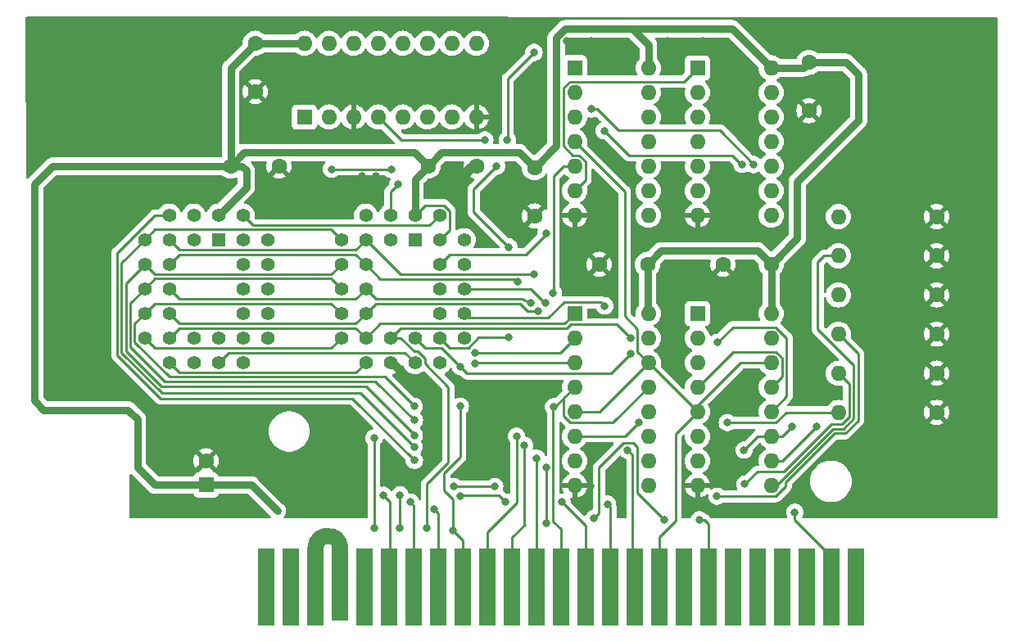
<source format=gbr>
%TF.GenerationSoftware,KiCad,Pcbnew,7.0.1*%
%TF.CreationDate,2023-03-19T20:13:41+09:00*%
%TF.ProjectId,project2,70726f6a-6563-4743-922e-6b696361645f,rev?*%
%TF.SameCoordinates,Original*%
%TF.FileFunction,Copper,L1,Top*%
%TF.FilePolarity,Positive*%
%FSLAX46Y46*%
G04 Gerber Fmt 4.6, Leading zero omitted, Abs format (unit mm)*
G04 Created by KiCad (PCBNEW 7.0.1) date 2023-03-19 20:13:41*
%MOMM*%
%LPD*%
G01*
G04 APERTURE LIST*
%TA.AperFunction,EtchedComponent*%
%ADD10C,1.700000*%
%TD*%
%TA.AperFunction,ComponentPad*%
%ADD11O,1.600000X1.600000*%
%TD*%
%TA.AperFunction,ComponentPad*%
%ADD12C,1.600000*%
%TD*%
%TA.AperFunction,ComponentPad*%
%ADD13R,1.600000X1.600000*%
%TD*%
%TA.AperFunction,ComponentPad*%
%ADD14R,1.422400X1.422400*%
%TD*%
%TA.AperFunction,ComponentPad*%
%ADD15C,1.422400*%
%TD*%
%TA.AperFunction,ConnectorPad*%
%ADD16R,1.700000X8.000000*%
%TD*%
%TA.AperFunction,ConnectorPad*%
%ADD17R,1.700000X7.500000*%
%TD*%
%TA.AperFunction,ViaPad*%
%ADD18C,0.800000*%
%TD*%
%TA.AperFunction,Conductor*%
%ADD19C,0.250000*%
%TD*%
%TA.AperFunction,Conductor*%
%ADD20C,0.800000*%
%TD*%
G04 APERTURE END LIST*
D10*
%TO.C,CE1*%
X122202867Y-124827140D02*
G75*
G03*
X119662867Y-124827140I-1270000J0D01*
G01*
%TD*%
D11*
%TO.P,R1,2*%
%TO.N,/MA13*%
X173705464Y-110794972D03*
D12*
%TO.P,R1,1*%
%TO.N,GND*%
X183865464Y-110794972D03*
%TD*%
D13*
%TO.P,U3,1*%
%TO.N,/{slash}WR*%
X146442867Y-75161140D03*
D11*
%TO.P,U3,2*%
%TO.N,/{slash}SLTSL*%
X146442867Y-77701140D03*
%TO.P,U3,3*%
%TO.N,Net-(U5-~{Ew})*%
X146442867Y-80241140D03*
%TO.P,U3,4*%
%TO.N,/A15*%
X146442867Y-82781140D03*
%TO.P,U3,5*%
%TO.N,/A13*%
X146442867Y-85321140D03*
%TO.P,U3,6*%
%TO.N,Net-(U3-Pad6)*%
X146442867Y-87861140D03*
%TO.P,U3,7,GND*%
%TO.N,GND*%
X146442867Y-90401140D03*
%TO.P,U3,8*%
%TO.N,N/C*%
X154062867Y-90401140D03*
%TO.P,U3,9*%
X154062867Y-87861140D03*
%TO.P,U3,10*%
X154062867Y-85321140D03*
%TO.P,U3,11*%
X154062867Y-82781140D03*
%TO.P,U3,12*%
X154062867Y-80241140D03*
%TO.P,U3,13*%
X154062867Y-77701140D03*
%TO.P,U3,14,VCC*%
%TO.N,+5V*%
X154062867Y-75161140D03*
%TD*%
D14*
%TO.P,U1,1,NC*%
%TO.N,unconnected-(U1-NC-Pad1)*%
X109612867Y-92946140D03*
D15*
%TO.P,U1,2,A16*%
%TO.N,/MA16*%
X107072867Y-90406140D03*
%TO.P,U1,3,A15*%
%TO.N,/MA15*%
X107072867Y-92946140D03*
%TO.P,U1,4,A12*%
%TO.N,/A12*%
X104532867Y-90406140D03*
%TO.P,U1,5,A7*%
%TO.N,/A7*%
X101992867Y-92946140D03*
%TO.P,U1,6,A6*%
%TO.N,/A6*%
X104532867Y-92946140D03*
%TO.P,U1,7,A5*%
%TO.N,/A5*%
X101992867Y-95486140D03*
%TO.P,U1,8,A4*%
%TO.N,/A4*%
X104532867Y-95486140D03*
%TO.P,U1,9,A3*%
%TO.N,/A3*%
X101992867Y-98026140D03*
%TO.P,U1,10,A2*%
%TO.N,/A2*%
X104532867Y-98026140D03*
%TO.P,U1,11,A1*%
%TO.N,/A1*%
X101992867Y-100566140D03*
%TO.P,U1,12,A0*%
%TO.N,/A0*%
X104532867Y-100566140D03*
%TO.P,U1,13,D0*%
%TO.N,/D0*%
X101992867Y-103106140D03*
%TO.P,U1,14,D1*%
%TO.N,/D1*%
X104532867Y-105646140D03*
%TO.P,U1,15,D2*%
%TO.N,/D2*%
X104532867Y-103106140D03*
%TO.P,U1,16,GND*%
%TO.N,GND*%
X107072867Y-105646140D03*
%TO.P,U1,17,D3*%
%TO.N,/D3*%
X107072867Y-103106140D03*
%TO.P,U1,18,D4*%
%TO.N,/D4*%
X109612867Y-105646140D03*
%TO.P,U1,19,D5*%
%TO.N,/D5*%
X109612867Y-103106140D03*
%TO.P,U1,20,D6*%
%TO.N,/D6*%
X112152867Y-105646140D03*
%TO.P,U1,21,D7*%
%TO.N,/D7*%
X114692867Y-103106140D03*
%TO.P,U1,22,~{CE}*%
%TO.N,/ROM_CE2*%
X112152867Y-103106140D03*
%TO.P,U1,23,A10*%
%TO.N,/A10*%
X114692867Y-100566140D03*
%TO.P,U1,24,~{OE}*%
%TO.N,/{slash}RD*%
X112152867Y-100566140D03*
%TO.P,U1,25,A11*%
%TO.N,/A11*%
X114692867Y-98026140D03*
%TO.P,U1,26,A9*%
%TO.N,/A9*%
X112152867Y-98026140D03*
%TO.P,U1,27,A8*%
%TO.N,/A8*%
X114692867Y-95486140D03*
%TO.P,U1,28,A13*%
%TO.N,/MA13*%
X112152867Y-95486140D03*
%TO.P,U1,29,A14*%
%TO.N,/MA14*%
X114692867Y-92946140D03*
%TO.P,U1,30,A17*%
%TO.N,/MA17*%
X112152867Y-90406140D03*
%TO.P,U1,31,~{PGM}*%
%TO.N,+5V*%
X112152867Y-92946140D03*
%TO.P,U1,32,VCC*%
X109612867Y-90406140D03*
%TD*%
D12*
%TO.P,R4,1*%
%TO.N,GND*%
X183865464Y-98644972D03*
D11*
%TO.P,R4,2*%
%TO.N,/MA16*%
X173705464Y-98644972D03*
%TD*%
D12*
%TO.P,C1,1*%
%TO.N,+5V*%
X110882867Y-85326140D03*
%TO.P,C1,2*%
%TO.N,GND*%
X115882867Y-85326140D03*
%TD*%
%TO.P,C6,1*%
%TO.N,+5V*%
X142288788Y-85489617D03*
%TO.P,C6,2*%
%TO.N,GND*%
X142288788Y-90489617D03*
%TD*%
%TO.P,C8,1*%
%TO.N,+5V*%
X113422867Y-72626140D03*
%TO.P,C8,2*%
%TO.N,GND*%
X113422867Y-77626140D03*
%TD*%
%TO.P,R3,1*%
%TO.N,GND*%
X183865464Y-102694972D03*
D11*
%TO.P,R3,2*%
%TO.N,/MA15*%
X173705464Y-102694972D03*
%TD*%
D13*
%TO.P,U5,1,D2*%
%TO.N,/D2*%
X146442867Y-100566140D03*
D11*
%TO.P,U5,2,D3*%
%TO.N,/D1*%
X146442867Y-103106140D03*
%TO.P,U5,3,D4*%
%TO.N,/D0*%
X146442867Y-105646140D03*
%TO.P,U5,4,Rb*%
%TO.N,/A13*%
X146442867Y-108186140D03*
%TO.P,U5,5,Ra*%
%TO.N,/A15*%
X146442867Y-110726140D03*
%TO.P,U5,6,Q4*%
%TO.N,/MA13*%
X146442867Y-113266140D03*
%TO.P,U5,7,Q3*%
%TO.N,/MA14*%
X146442867Y-115806140D03*
%TO.P,U5,8,GND*%
%TO.N,GND*%
X146442867Y-118346140D03*
%TO.P,U5,9,Q2*%
%TO.N,/MA15*%
X154062867Y-118346140D03*
%TO.P,U5,10,Q1*%
%TO.N,/MA16*%
X154062867Y-115806140D03*
%TO.P,U5,11,~{Er}*%
%TO.N,Net-(U5-~{Er})*%
X154062867Y-113266140D03*
%TO.P,U5,12,~{Ew}*%
%TO.N,Net-(U5-~{Ew})*%
X154062867Y-110726140D03*
%TO.P,U5,13,Wb*%
%TO.N,/A13*%
X154062867Y-108186140D03*
%TO.P,U5,14,Wa*%
%TO.N,/A15*%
X154062867Y-105646140D03*
%TO.P,U5,15,D1*%
%TO.N,/D3*%
X154062867Y-103106140D03*
%TO.P,U5,16,VCC*%
%TO.N,+5V*%
X154062867Y-100566140D03*
%TD*%
D12*
%TO.P,R6,1*%
%TO.N,GND*%
X183865464Y-90544972D03*
D11*
%TO.P,R6,2*%
%TO.N,/MA17*%
X173705464Y-90544972D03*
%TD*%
D14*
%TO.P,U2,1,NC*%
%TO.N,unconnected-(U2-NC-Pad1)*%
X129932867Y-92946140D03*
D15*
%TO.P,U2,2,A16*%
%TO.N,/MA16*%
X127392867Y-90406140D03*
%TO.P,U2,3,A15*%
%TO.N,/MA15*%
X127392867Y-92946140D03*
%TO.P,U2,4,A12*%
%TO.N,/A12*%
X124852867Y-90406140D03*
%TO.P,U2,5,A7*%
%TO.N,/A7*%
X122312867Y-92946140D03*
%TO.P,U2,6,A6*%
%TO.N,/A6*%
X124852867Y-92946140D03*
%TO.P,U2,7,A5*%
%TO.N,/A5*%
X122312867Y-95486140D03*
%TO.P,U2,8,A4*%
%TO.N,/A4*%
X124852867Y-95486140D03*
%TO.P,U2,9,A3*%
%TO.N,/A3*%
X122312867Y-98026140D03*
%TO.P,U2,10,A2*%
%TO.N,/A2*%
X124852867Y-98026140D03*
%TO.P,U2,11,A1*%
%TO.N,/A1*%
X122312867Y-100566140D03*
%TO.P,U2,12,A0*%
%TO.N,/A0*%
X124852867Y-100566140D03*
%TO.P,U2,13,D0*%
%TO.N,/D0*%
X122312867Y-103106140D03*
%TO.P,U2,14,D1*%
%TO.N,/D1*%
X124852867Y-105646140D03*
%TO.P,U2,15,D2*%
%TO.N,/D2*%
X124852867Y-103106140D03*
%TO.P,U2,16,GND*%
%TO.N,GND*%
X127392867Y-105646140D03*
%TO.P,U2,17,D3*%
%TO.N,/D3*%
X127392867Y-103106140D03*
%TO.P,U2,18,D4*%
%TO.N,/D4*%
X129932867Y-105646140D03*
%TO.P,U2,19,D5*%
%TO.N,/D5*%
X129932867Y-103106140D03*
%TO.P,U2,20,D6*%
%TO.N,/D6*%
X132472867Y-105646140D03*
%TO.P,U2,21,D7*%
%TO.N,/D7*%
X135012867Y-103106140D03*
%TO.P,U2,22,~{CE}*%
%TO.N,/ROM_CE1*%
X132472867Y-103106140D03*
%TO.P,U2,23,A10*%
%TO.N,/A10*%
X135012867Y-100566140D03*
%TO.P,U2,24,~{OE}*%
%TO.N,/{slash}RD*%
X132472867Y-100566140D03*
%TO.P,U2,25,A11*%
%TO.N,/A11*%
X135012867Y-98026140D03*
%TO.P,U2,26,A9*%
%TO.N,/A9*%
X132472867Y-98026140D03*
%TO.P,U2,27,A8*%
%TO.N,/A8*%
X135012867Y-95486140D03*
%TO.P,U2,28,A13*%
%TO.N,/MA13*%
X132472867Y-95486140D03*
%TO.P,U2,29,A14*%
%TO.N,/MA14*%
X135012867Y-92946140D03*
%TO.P,U2,30,A17*%
%TO.N,/MA17*%
X132472867Y-90406140D03*
%TO.P,U2,31,~{PGM}*%
%TO.N,+5V*%
X132472867Y-92946140D03*
%TO.P,U2,32,VCC*%
X129932867Y-90406140D03*
%TD*%
D13*
%TO.P,U4,1*%
%TO.N,Net-(U3-Pad6)*%
X159142867Y-75166140D03*
D11*
%TO.P,U4,2*%
%TO.N,Net-(U5-~{Er})*%
X159142867Y-77706140D03*
%TO.P,U4,3*%
%TO.N,N/C*%
X159142867Y-80246140D03*
%TO.P,U4,4*%
X159142867Y-82786140D03*
%TO.P,U4,5*%
X159142867Y-85326140D03*
%TO.P,U4,6*%
X159142867Y-87866140D03*
%TO.P,U4,7,GND*%
%TO.N,GND*%
X159142867Y-90406140D03*
%TO.P,U4,8*%
%TO.N,N/C*%
X166762867Y-90406140D03*
%TO.P,U4,9*%
X166762867Y-87866140D03*
%TO.P,U4,10*%
X166762867Y-85326140D03*
%TO.P,U4,11*%
X166762867Y-82786140D03*
%TO.P,U4,12*%
X166762867Y-80246140D03*
%TO.P,U4,13*%
X166762867Y-77706140D03*
%TO.P,U4,14,VCC*%
%TO.N,+5V*%
X166762867Y-75166140D03*
%TD*%
D12*
%TO.P,C5,1*%
%TO.N,+5V*%
X166762867Y-95486140D03*
%TO.P,C5,2*%
%TO.N,GND*%
X161762867Y-95486140D03*
%TD*%
%TO.P,C7,1*%
%TO.N,+5V*%
X170671162Y-74590350D03*
%TO.P,C7,2*%
%TO.N,GND*%
X170671162Y-79590350D03*
%TD*%
D13*
%TO.P,U6,1,E*%
%TO.N,/{slash}SLTSL*%
X118502867Y-80246140D03*
D11*
%TO.P,U6,2,A0*%
%TO.N,Net-(U6A-A0)*%
X121042867Y-80246140D03*
%TO.P,U6,3,A1*%
%TO.N,GND*%
X123582867Y-80246140D03*
%TO.P,U6,4,O0*%
%TO.N,/ROM_CE1*%
X126122867Y-80246140D03*
%TO.P,U6,5,O1*%
%TO.N,/ROM_CE2*%
X128662867Y-80246140D03*
%TO.P,U6,6,O2*%
%TO.N,unconnected-(U6A-O2-Pad6)*%
X131202867Y-80246140D03*
%TO.P,U6,7,O3*%
%TO.N,unconnected-(U6A-O3-Pad7)*%
X133742867Y-80246140D03*
%TO.P,U6,8,GND*%
%TO.N,GND*%
X136282867Y-80246140D03*
%TO.P,U6,9*%
%TO.N,N/C*%
X136282867Y-72626140D03*
%TO.P,U6,10*%
X133742867Y-72626140D03*
%TO.P,U6,11*%
X131202867Y-72626140D03*
%TO.P,U6,12*%
X128662867Y-72626140D03*
%TO.P,U6,13*%
X126122867Y-72626140D03*
%TO.P,U6,14*%
X123582867Y-72626140D03*
%TO.P,U6,15*%
X121042867Y-72626140D03*
%TO.P,U6,16,VCC*%
%TO.N,+5V*%
X118502867Y-72626140D03*
%TD*%
D13*
%TO.P,U7,1,D2*%
%TO.N,/D5*%
X159142867Y-100566140D03*
D11*
%TO.P,U7,2,D3*%
%TO.N,unconnected-(U7-D3-Pad2)*%
X159142867Y-103106140D03*
%TO.P,U7,3,D4*%
%TO.N,unconnected-(U7-D4-Pad3)*%
X159142867Y-105646140D03*
%TO.P,U7,4,Rb*%
%TO.N,/A13*%
X159142867Y-108186140D03*
%TO.P,U7,5,Ra*%
%TO.N,/A15*%
X159142867Y-110726140D03*
%TO.P,U7,6,Q4*%
%TO.N,unconnected-(U7-Q4-Pad6)*%
X159142867Y-113266140D03*
%TO.P,U7,7,Q3*%
%TO.N,unconnected-(U7-Q3-Pad7)*%
X159142867Y-115806140D03*
%TO.P,U7,8,GND*%
%TO.N,GND*%
X159142867Y-118346140D03*
%TO.P,U7,9,Q2*%
%TO.N,Net-(U6A-A0)*%
X166762867Y-118346140D03*
%TO.P,U7,10,Q1*%
%TO.N,/MA17*%
X166762867Y-115806140D03*
%TO.P,U7,11,~{Er}*%
%TO.N,Net-(U5-~{Er})*%
X166762867Y-113266140D03*
%TO.P,U7,12,~{Ew}*%
%TO.N,Net-(U5-~{Ew})*%
X166762867Y-110726140D03*
%TO.P,U7,13,Wb*%
%TO.N,/A13*%
X166762867Y-108186140D03*
%TO.P,U7,14,Wa*%
%TO.N,/A15*%
X166762867Y-105646140D03*
%TO.P,U7,15,D1*%
%TO.N,/D4*%
X166762867Y-103106140D03*
%TO.P,U7,16,VCC*%
%TO.N,+5V*%
X166762867Y-100566140D03*
%TD*%
D12*
%TO.P,C2,1*%
%TO.N,+5V*%
X131282867Y-85326140D03*
%TO.P,C2,2*%
%TO.N,GND*%
X136282867Y-85326140D03*
%TD*%
D13*
%TO.P,C4,1*%
%TO.N,+5V*%
X108342867Y-118306140D03*
D12*
%TO.P,C4,2*%
%TO.N,GND*%
X108342867Y-115806140D03*
%TD*%
%TO.P,R5,1*%
%TO.N,GND*%
X183865464Y-94594972D03*
D11*
%TO.P,R5,2*%
%TO.N,Net-(U6A-A0)*%
X173705464Y-94594972D03*
%TD*%
D12*
%TO.P,R2,1*%
%TO.N,GND*%
X183865464Y-106744972D03*
D11*
%TO.P,R2,2*%
%TO.N,/MA14*%
X173705464Y-106744972D03*
%TD*%
D12*
%TO.P,C3,1*%
%TO.N,+5V*%
X153982867Y-95486140D03*
%TO.P,C3,2*%
%TO.N,GND*%
X148982867Y-95486140D03*
%TD*%
D16*
%TO.P,CE1,2,~{CS2}*%
%TO.N,unconnected-(CE1-~{CS2}-Pad2)*%
X175532707Y-128863580D03*
%TO.P,CE1,4,~{STLSL}*%
%TO.N,/{slash}SLTSL*%
X172992707Y-128863580D03*
%TO.P,CE1,6,~{RFSH}*%
%TO.N,unconnected-(CE1-~{RFSH}-Pad6)*%
X170452707Y-128863580D03*
%TO.P,CE1,8,~{INT}*%
%TO.N,unconnected-(CE1-~{INT}-Pad8)*%
X167912707Y-128863580D03*
%TO.P,CE1,10,~{BUSD}*%
%TO.N,unconnected-(CE1-~{BUSD}-Pad10)*%
X165372707Y-128863580D03*
%TO.P,CE1,12,~{MERQ}*%
%TO.N,unconnected-(CE1-~{MERQ}-Pad12)*%
X162832707Y-128863580D03*
%TO.P,CE1,14,~{RD}*%
%TO.N,/{slash}RD*%
X160292707Y-128863580D03*
%TO.P,CE1,16,N.C.*%
%TO.N,unconnected-(CE1-N.C.-Pad16)*%
X157752707Y-128863580D03*
%TO.P,CE1,18,A15*%
%TO.N,/A15*%
X155212707Y-128863580D03*
%TO.P,CE1,20,A10*%
%TO.N,/A10*%
X152672707Y-128863580D03*
%TO.P,CE1,22,A6*%
%TO.N,/A6*%
X150132707Y-128863580D03*
%TO.P,CE1,24,A8*%
%TO.N,/A8*%
X147592707Y-128863580D03*
%TO.P,CE1,26,A13*%
%TO.N,/A13*%
X145052707Y-128863580D03*
%TO.P,CE1,28,A0*%
%TO.N,/A0*%
X142512707Y-128863580D03*
%TO.P,CE1,30,A2*%
%TO.N,/A2*%
X139972707Y-128863580D03*
%TO.P,CE1,32,A4*%
%TO.N,/A4*%
X137432707Y-128863580D03*
%TO.P,CE1,34,D0*%
%TO.N,/D0*%
X134892707Y-128863580D03*
%TO.P,CE1,36,D2*%
%TO.N,/D2*%
X132352707Y-128863580D03*
%TO.P,CE1,38,D4*%
%TO.N,/D4*%
X129812707Y-128863580D03*
%TO.P,CE1,40,D6*%
%TO.N,/D6*%
X127272707Y-128863580D03*
%TO.P,CE1,42,CLOCK*%
%TO.N,unconnected-(CE1-CLOCK-Pad42)*%
X124732707Y-128863580D03*
D17*
%TO.P,CE1,44,SW1*%
%TO.N,unconnected-(CE1-SW1-Pad44)*%
X122192867Y-128614140D03*
D16*
%TO.P,CE1,46,SW2*%
%TO.N,unconnected-(CE1-SW2-Pad46)*%
X119652707Y-128863580D03*
%TO.P,CE1,48,+12V*%
%TO.N,unconnected-(CE1-+12V-Pad48)*%
X117112707Y-128863580D03*
%TO.P,CE1,50,-12V*%
%TO.N,unconnected-(CE1--12V-Pad50)*%
X114572707Y-128863580D03*
%TD*%
D18*
%TO.N,+5V*%
X115706453Y-120978689D03*
%TO.N,GND*%
X182880000Y-81280000D03*
X104140000Y-111760000D03*
X180340000Y-86360000D03*
X124460000Y-86360000D03*
X104140000Y-78740000D03*
X185420000Y-78740000D03*
X157480000Y-86360000D03*
X96520000Y-81280000D03*
X160160530Y-120632128D03*
X185420000Y-83820000D03*
X124460000Y-114300000D03*
X177800000Y-119380000D03*
X142943834Y-82788920D03*
X151266660Y-118689450D03*
X162560000Y-78740000D03*
X182880000Y-116840000D03*
X177800000Y-83820000D03*
X177800000Y-86360000D03*
X119380000Y-76200000D03*
X127000000Y-114300000D03*
X112461467Y-120569905D03*
X93980000Y-93980000D03*
X142200543Y-75611643D03*
X139700000Y-73660000D03*
X96520000Y-78740000D03*
X182880000Y-86360000D03*
X148220201Y-115677090D03*
X185420000Y-116840000D03*
X135868762Y-113753054D03*
X170180000Y-106680000D03*
X145659931Y-72360552D03*
X165100000Y-99060000D03*
X165100000Y-78740000D03*
X96520000Y-106680000D03*
X124426220Y-87597027D03*
X101600000Y-119380000D03*
X180340000Y-119380000D03*
X185420000Y-86360000D03*
X142240000Y-71120000D03*
X149860000Y-83820000D03*
X185420000Y-81280000D03*
X137160000Y-78740000D03*
X141607417Y-82767012D03*
X180340000Y-81280000D03*
X159676207Y-72360552D03*
X99060000Y-81280000D03*
X157480000Y-88900000D03*
X104140000Y-81280000D03*
X180340000Y-83820000D03*
X121352581Y-82346214D03*
X182880000Y-114300000D03*
X119380000Y-114300000D03*
X99060000Y-78740000D03*
X142240000Y-79895348D03*
X119380000Y-111760000D03*
X96520000Y-96520000D03*
X121920000Y-116840000D03*
X127000000Y-115497101D03*
X148208345Y-72360552D03*
X129827638Y-117702914D03*
X96520000Y-88900000D03*
X93980000Y-104140000D03*
X156012862Y-72360552D03*
X93980000Y-101600000D03*
X121920000Y-114300000D03*
X180340000Y-76200000D03*
X142950667Y-87590370D03*
X124460000Y-78740000D03*
X132192654Y-110132223D03*
X114300000Y-111760000D03*
X177800000Y-78740000D03*
X99060000Y-88900000D03*
X185420000Y-76200000D03*
X149860000Y-91440000D03*
X96520000Y-104140000D03*
X93980000Y-88900000D03*
X93980000Y-78740000D03*
X99060000Y-91440000D03*
X93980000Y-81280000D03*
X185420000Y-114300000D03*
X93980000Y-106680000D03*
X180340000Y-116840000D03*
X147320000Y-93980000D03*
X114300000Y-81280000D03*
X104214189Y-120323718D03*
X137160000Y-88900000D03*
X139891851Y-108337483D03*
X134620000Y-86360000D03*
X109220000Y-111760000D03*
X140943768Y-87596951D03*
X104140000Y-114300000D03*
X124123287Y-82399497D03*
X135917880Y-108448263D03*
X149860000Y-93980000D03*
X93980000Y-99060000D03*
X165100000Y-76200000D03*
X106680000Y-78740000D03*
X96520000Y-101600000D03*
X142286580Y-83402357D03*
X162560000Y-76200000D03*
X161428241Y-86456465D03*
X93980000Y-96520000D03*
X158408854Y-120629488D03*
X134002494Y-75021861D03*
X166711145Y-120586471D03*
X108116009Y-110614965D03*
X177800000Y-81280000D03*
X101600000Y-78740000D03*
X140921419Y-88826136D03*
X125867537Y-87648502D03*
X124460000Y-116840000D03*
X182880000Y-78740000D03*
X96520000Y-93980000D03*
X172720000Y-76200000D03*
X180340000Y-114300000D03*
X177800000Y-114300000D03*
X96520000Y-91440000D03*
X125867537Y-86361613D03*
X182880000Y-83820000D03*
X171105799Y-90153653D03*
X149860000Y-88900000D03*
X170180000Y-101600000D03*
X135868762Y-112132145D03*
X177800000Y-76200000D03*
X148050044Y-118475022D03*
X110421972Y-110558027D03*
X101600000Y-81280000D03*
X93980000Y-91440000D03*
X139955801Y-111867549D03*
X170180000Y-83820000D03*
X182880000Y-119380000D03*
X171105799Y-87963302D03*
X157480000Y-78740000D03*
X129106945Y-75021861D03*
X170180000Y-104140000D03*
X119380000Y-116840000D03*
X177800000Y-116840000D03*
X134620000Y-88900000D03*
X124490256Y-75021861D03*
X157480000Y-91440000D03*
X104140000Y-116840000D03*
X121920000Y-111760000D03*
X127000000Y-116840000D03*
X124460000Y-111760000D03*
X170180000Y-99060000D03*
X96520000Y-99060000D03*
X182880000Y-76200000D03*
X170180000Y-81280000D03*
X157480000Y-99060000D03*
X150350099Y-117772889D03*
X142240000Y-78740000D03*
X108194219Y-120487843D03*
X180340000Y-78740000D03*
X171176455Y-92344003D03*
X106680000Y-81280000D03*
X160020000Y-96520000D03*
X185420000Y-119380000D03*
%TO.N,/D6*%
X126669040Y-119380000D03*
%TO.N,/D7*%
X125702385Y-113461834D03*
X125719206Y-122729024D03*
%TO.N,/D4*%
X149489390Y-81654768D03*
X121319020Y-85635415D03*
X127480815Y-85634947D03*
X129448761Y-120086193D03*
X163748289Y-85150711D03*
%TO.N,/D5*%
X128380124Y-122754995D03*
X134643137Y-106066860D03*
X152213367Y-104731977D03*
X128380124Y-119335699D03*
%TO.N,/D2*%
X131924263Y-120825757D03*
%TO.N,/D3*%
X131177707Y-122758774D03*
X152213367Y-103122470D03*
%TO.N,/D0*%
X133851000Y-122981900D03*
X136144463Y-105722341D03*
X134620000Y-110176931D03*
%TO.N,/D1*%
X136144462Y-104608329D03*
%TO.N,/A4*%
X140431198Y-113274097D03*
X140533611Y-97264939D03*
%TO.N,/A5*%
X129863990Y-113157508D03*
%TO.N,/A2*%
X141864328Y-99446616D03*
X141264248Y-114216842D03*
%TO.N,/A3*%
X129881042Y-111605766D03*
%TO.N,/A0*%
X142516658Y-115535751D03*
X142647018Y-100312123D03*
%TO.N,/A1*%
X129846938Y-110173388D03*
%TO.N,/A13*%
X144211505Y-98421125D03*
X144248151Y-110233587D03*
%TO.N,/A8*%
X145143775Y-120088569D03*
%TO.N,/A12*%
X138179460Y-118472642D03*
X133921786Y-118472642D03*
X129868944Y-115754282D03*
%TO.N,/A6*%
X149826699Y-120281555D03*
X142240000Y-96539925D03*
%TO.N,/A7*%
X134646286Y-119478362D03*
X139310927Y-120066047D03*
X129858174Y-114379543D03*
%TO.N,/A10*%
X149545914Y-99785482D03*
X151929511Y-114697383D03*
%TO.N,/A11*%
X143485933Y-122263475D03*
X143410666Y-99512217D03*
X143485933Y-116467208D03*
%TO.N,/{slash}RD*%
X155740578Y-121920000D03*
X148438620Y-121738238D03*
X159323656Y-121920000D03*
%TO.N,/{slash}SLTSL*%
X169202654Y-121128550D03*
%TO.N,/MA14*%
X164034121Y-118225185D03*
%TO.N,/MA13*%
X143489781Y-92257002D03*
X162234201Y-111851140D03*
X153055694Y-111851140D03*
%TO.N,/MA15*%
X161154622Y-119471140D03*
%TO.N,/MA16*%
X142240000Y-73561552D03*
X128156710Y-87219472D03*
X139490628Y-82607541D03*
%TO.N,/ROM_CE1*%
X139630868Y-93686111D03*
X139613678Y-103062979D03*
X138362946Y-85348594D03*
X137160000Y-82622198D03*
%TO.N,Net-(U6A-A0)*%
X164934602Y-85172698D03*
X148179938Y-79424946D03*
%TO.N,/MA17*%
X171488724Y-112252032D03*
%TO.N,Net-(U5-~{Ew})*%
X161175803Y-103580812D03*
%TO.N,Net-(U5-~{Er})*%
X163944196Y-114699925D03*
X168915466Y-112280643D03*
%TD*%
D19*
%TO.N,+5V*%
X130969067Y-89369940D02*
X132902076Y-89369940D01*
D20*
X132682867Y-83926140D02*
X140725311Y-83926140D01*
X103066140Y-118306140D02*
X101241102Y-116481102D01*
X170671162Y-74590350D02*
X174513134Y-74590350D01*
X91550876Y-110526290D02*
X90608771Y-109584185D01*
X92473860Y-85326140D02*
X110882867Y-85326140D01*
X153982867Y-100486140D02*
X154062867Y-100566140D01*
X154062867Y-75161140D02*
X154062867Y-72782867D01*
X108342867Y-118306140D02*
X103066140Y-118306140D01*
X101241102Y-111490826D02*
X100276566Y-110526290D01*
X162716727Y-71120000D02*
X166762867Y-75166140D01*
X174513134Y-74590350D02*
X175783760Y-75860976D01*
X100276566Y-110526290D02*
X91550876Y-110526290D01*
X145445924Y-71120000D02*
X145825372Y-71120000D01*
X110882867Y-85326140D02*
X112014237Y-85326140D01*
X90608771Y-87191229D02*
X92473860Y-85326140D01*
X166762867Y-95486140D02*
X165362867Y-94086140D01*
X154062867Y-72782867D02*
X152400000Y-71120000D01*
X140725311Y-83926140D02*
X142288788Y-85489617D01*
X170095372Y-75166140D02*
X170671162Y-74590350D01*
X90608771Y-109584185D02*
X90608771Y-87191229D01*
X112282867Y-83926140D02*
X129882867Y-83926140D01*
D19*
X133509067Y-89976931D02*
X133509067Y-91909940D01*
D20*
X110882867Y-75166140D02*
X113422867Y-72626140D01*
X166762867Y-95486140D02*
X166762867Y-100566140D01*
X101241102Y-116481102D02*
X101241102Y-111490826D01*
X110882867Y-85326140D02*
X110882867Y-75166140D01*
X129932867Y-87351939D02*
X129932867Y-90406140D01*
X144524408Y-72041516D02*
X145445924Y-71120000D01*
X112484501Y-87534506D02*
X109612867Y-90406140D01*
X129927895Y-86681112D02*
X129927895Y-87346967D01*
D19*
X133509067Y-91909940D02*
X132472867Y-92946140D01*
D20*
X112484501Y-85796404D02*
X112484501Y-87534506D01*
X113033904Y-118306140D02*
X115706453Y-120978689D01*
X153982867Y-95486140D02*
X153982867Y-100486140D01*
X142288788Y-85489617D02*
X144524408Y-83253997D01*
X131282867Y-85326140D02*
X129927895Y-86681112D01*
X175783760Y-80605149D02*
X169458196Y-86930713D01*
X144524408Y-83253997D02*
X144524408Y-72041516D01*
D19*
X132902076Y-89369940D02*
X133509067Y-89976931D01*
D20*
X112014237Y-85326140D02*
X112484501Y-85796404D01*
X131282867Y-85326140D02*
X132682867Y-83926140D01*
X165362867Y-94086140D02*
X155382867Y-94086140D01*
X129882867Y-83926140D02*
X131282867Y-85326140D01*
X129927895Y-87346967D02*
X129932867Y-87351939D01*
X175783760Y-75860976D02*
X175783760Y-80605149D01*
X108342867Y-118306140D02*
X113033904Y-118306140D01*
X166762867Y-75166140D02*
X170095372Y-75166140D01*
X145825372Y-71120000D02*
X162716727Y-71120000D01*
X169458196Y-86930713D02*
X169458196Y-92790811D01*
X169458196Y-92790811D02*
X166762867Y-95486140D01*
X113422867Y-72626140D02*
X118502867Y-72626140D01*
X110882867Y-85326140D02*
X112282867Y-83926140D01*
X155382867Y-94086140D02*
X153982867Y-95486140D01*
D19*
X129932867Y-90406140D02*
X130969067Y-89369940D01*
D20*
%TO.N,GND*%
X136282867Y-85326140D02*
X135653860Y-85326140D01*
X127706571Y-105646140D02*
X132192654Y-110132223D01*
X127392867Y-105646140D02*
X127392867Y-105690537D01*
X135653860Y-85326140D02*
X134620000Y-86360000D01*
X127392867Y-105646140D02*
X127706571Y-105646140D01*
D19*
%TO.N,/D6*%
X127324501Y-128811786D02*
X127272707Y-128863580D01*
X126669040Y-119380000D02*
X127324501Y-120035461D01*
X127324501Y-120035461D02*
X127324501Y-128811786D01*
%TO.N,/D7*%
X125702385Y-113461834D02*
X125702385Y-120677615D01*
X125719206Y-120694436D02*
X125719206Y-122729024D01*
X125702385Y-120677615D02*
X125719206Y-120694436D01*
%TO.N,/D4*%
X129448761Y-120086193D02*
X129812707Y-120450139D01*
X110649067Y-104609940D02*
X128896667Y-104609940D01*
X152030762Y-84196140D02*
X162700583Y-84196140D01*
X127467548Y-85634947D02*
X127480815Y-85634947D01*
X163748289Y-85150711D02*
X163748289Y-85243846D01*
X128896667Y-104609940D02*
X129932867Y-105646140D01*
X109612867Y-105646140D02*
X110649067Y-104609940D01*
X163748289Y-85243846D02*
X163677141Y-85172698D01*
X162700583Y-84196140D02*
X163655154Y-85150711D01*
X127480815Y-85634947D02*
X127480815Y-85621680D01*
X121319020Y-85635415D02*
X127467080Y-85635415D01*
X127467080Y-85635415D02*
X127467548Y-85634947D01*
X127480815Y-85621680D02*
X127475398Y-85627097D01*
X149489390Y-81654768D02*
X152030762Y-84196140D01*
X129812707Y-120450139D02*
X129812707Y-128863580D01*
X163655154Y-85150711D02*
X163748289Y-85150711D01*
%TO.N,/D5*%
X150174204Y-106771140D02*
X152213367Y-104731977D01*
X132691772Y-104142340D02*
X135320572Y-106771140D01*
X129932867Y-103106140D02*
X130969067Y-104142340D01*
X135320572Y-106771140D02*
X150174204Y-106771140D01*
X130969067Y-104142340D02*
X132691772Y-104142340D01*
X128380124Y-119335699D02*
X128380124Y-122754995D01*
%TO.N,/D2*%
X105569067Y-102069940D02*
X123816667Y-102069940D01*
X126353750Y-101605257D02*
X145403750Y-101605257D01*
X132352707Y-128863580D02*
X132352707Y-121254201D01*
X132352707Y-121254201D02*
X131924263Y-120825757D01*
X124852867Y-103106140D02*
X126353750Y-101605257D01*
X104532867Y-103106140D02*
X105569067Y-102069940D01*
X145403750Y-101605257D02*
X146442867Y-100566140D01*
X123816667Y-102069940D02*
X124852867Y-103106140D01*
%TO.N,/D3*%
X150782037Y-101691140D02*
X152213367Y-103122470D01*
X141921468Y-102069940D02*
X141936194Y-102084666D01*
X145657702Y-102084666D02*
X146051228Y-101691140D01*
X141936194Y-102084666D02*
X145657702Y-102084666D01*
X129840105Y-104496543D02*
X128449702Y-103106140D01*
X128429067Y-102069940D02*
X141921468Y-102069940D01*
X133391607Y-115978217D02*
X133391607Y-108177071D01*
X130973838Y-105221702D02*
X130248679Y-104496543D01*
X130248679Y-104496543D02*
X129840105Y-104496543D01*
X127392867Y-103106140D02*
X128429067Y-102069940D01*
X128449702Y-103106140D02*
X127392867Y-103106140D01*
X131177707Y-118192117D02*
X133391607Y-115978217D01*
X146051228Y-101691140D02*
X150782037Y-101691140D01*
X130973838Y-105759302D02*
X130973838Y-105221702D01*
X131177707Y-122758774D02*
X131177707Y-118192117D01*
X133391607Y-108177071D02*
X130973838Y-105759302D01*
%TO.N,/D0*%
X133851000Y-122981900D02*
X133851000Y-119753255D01*
X103047166Y-104160439D02*
X121258568Y-104160439D01*
X136280984Y-105646140D02*
X136204783Y-105722341D01*
X101992867Y-103106140D02*
X103047166Y-104160439D01*
X121258568Y-104160439D02*
X122312867Y-103106140D01*
X136144463Y-105722341D02*
X136144463Y-105782661D01*
X134892707Y-124023607D02*
X134892707Y-128863580D01*
X132951058Y-117055162D02*
X134620000Y-115386220D01*
X136204783Y-105722341D02*
X136144463Y-105722341D01*
X146442867Y-105646140D02*
X136280984Y-105646140D01*
X136144463Y-105782661D02*
X136191580Y-105735544D01*
X132951058Y-118853313D02*
X132951058Y-117055162D01*
X134620000Y-115386220D02*
X134620000Y-110176931D01*
X133851000Y-119753255D02*
X132951058Y-118853313D01*
X133851000Y-122981900D02*
X134892707Y-124023607D01*
%TO.N,/D1*%
X144940678Y-104608329D02*
X146442867Y-103106140D01*
X123816667Y-106682340D02*
X124852867Y-105646140D01*
X136144462Y-104608329D02*
X144940678Y-104608329D01*
X104532867Y-105646140D02*
X105569067Y-106682340D01*
X105569067Y-106682340D02*
X123816667Y-106682340D01*
%TO.N,/A4*%
X104532867Y-95486140D02*
X105569067Y-94449940D01*
X140431198Y-120161721D02*
X137432707Y-123160212D01*
X126356667Y-96989940D02*
X124852867Y-95486140D01*
X137432707Y-123160212D02*
X137432707Y-128863580D01*
X123816667Y-94449940D02*
X124852867Y-95486140D01*
X105569067Y-94449940D02*
X123816667Y-94449940D01*
X140533611Y-97264939D02*
X140258612Y-96989940D01*
X140431198Y-113274097D02*
X140431198Y-120161721D01*
X140258612Y-96989940D02*
X126356667Y-96989940D01*
%TO.N,/A5*%
X121276667Y-96522340D02*
X122312867Y-95486140D01*
X101992867Y-95486140D02*
X100056667Y-97422340D01*
X100056667Y-104448781D02*
X103757246Y-108149360D01*
X124901500Y-108149360D02*
X129863990Y-113111850D01*
X101992867Y-95486140D02*
X103029067Y-96522340D01*
X100056667Y-97422340D02*
X100056667Y-104448781D01*
X103029067Y-96522340D02*
X121276667Y-96522340D01*
X103757246Y-108149360D02*
X124901500Y-108149360D01*
%TO.N,/A2*%
X141297894Y-122392970D02*
X139972707Y-123718157D01*
X139972707Y-123718157D02*
X139972707Y-128863580D01*
X141264248Y-114216842D02*
X141264248Y-122359324D01*
X105569067Y-99062340D02*
X123816667Y-99062340D01*
X104532867Y-98026140D02*
X105569067Y-99062340D01*
X141264248Y-122359324D02*
X141297894Y-122392970D01*
X123816667Y-99062340D02*
X124852867Y-98026140D01*
X125889067Y-99062340D02*
X140971614Y-99062340D01*
X140971614Y-99062340D02*
X141864328Y-99446616D01*
X124852867Y-98026140D02*
X125889067Y-99062340D01*
%TO.N,/A3*%
X104049253Y-107582340D02*
X125857616Y-107582340D01*
X121258568Y-96971841D02*
X122312867Y-98026140D01*
X101992867Y-98026140D02*
X100506667Y-99512340D01*
X101992867Y-98026140D02*
X103047166Y-96971841D01*
X125857616Y-107582340D02*
X129881042Y-111605766D01*
X100506667Y-99512340D02*
X100506667Y-104039754D01*
X103047166Y-96971841D02*
X121258568Y-96971841D01*
X100506667Y-104039754D02*
X104049253Y-107582340D01*
%TO.N,/A0*%
X125889067Y-99529940D02*
X140803524Y-99529940D01*
X142512707Y-115539702D02*
X142512707Y-128863580D01*
X124852867Y-100566140D02*
X125889067Y-99529940D01*
X105569067Y-101602340D02*
X123816667Y-101602340D01*
X104532867Y-100566140D02*
X105569067Y-101602340D01*
X123816667Y-101602340D02*
X124852867Y-100566140D01*
X141585707Y-100312123D02*
X142647018Y-100312123D01*
X140803524Y-99529940D02*
X141585707Y-100312123D01*
X142516658Y-115535751D02*
X142512707Y-115539702D01*
%TO.N,/A1*%
X104553658Y-107132340D02*
X126805890Y-107132340D01*
X100956667Y-101602340D02*
X100956667Y-103535349D01*
X121276667Y-99529940D02*
X122312867Y-100566140D01*
X101992867Y-100566140D02*
X100956667Y-101602340D01*
X103029067Y-99529940D02*
X121276667Y-99529940D01*
X100956667Y-103535349D02*
X104553658Y-107132340D01*
X101992867Y-100566140D02*
X103029067Y-99529940D01*
X126805890Y-107132340D02*
X129846938Y-110173388D01*
%TO.N,/A13*%
X146442867Y-108186140D02*
X144395420Y-110233587D01*
X144240822Y-98255001D02*
X144211505Y-98421125D01*
X154062867Y-108186140D02*
X150397867Y-111851140D01*
X144225789Y-122056504D02*
X145052707Y-122883422D01*
X150397867Y-111851140D02*
X145976876Y-111851140D01*
X159142867Y-108186140D02*
X162807867Y-104521140D01*
X167887867Y-107061140D02*
X166762867Y-108186140D01*
X146442867Y-85321140D02*
X145311497Y-85321140D01*
X145317867Y-109311140D02*
X146442867Y-108186140D01*
X162807867Y-104521140D02*
X167228858Y-104521140D01*
X144225789Y-110403218D02*
X144225789Y-122056504D01*
X145052707Y-122883422D02*
X145052707Y-128863580D01*
X144248151Y-110233587D02*
X144248151Y-110380856D01*
X144248151Y-110380856D02*
X144225789Y-110403218D01*
X167228858Y-104521140D02*
X167887867Y-105180149D01*
X144395420Y-110233587D02*
X144248151Y-110233587D01*
X145311497Y-85321140D02*
X144240822Y-86391815D01*
X144211505Y-98421125D02*
X144218835Y-98276988D01*
X145317867Y-111192131D02*
X145317867Y-109311140D01*
X145976876Y-111851140D02*
X145317867Y-111192131D01*
X167887867Y-105180149D02*
X167887867Y-107061140D01*
X144240822Y-86391815D02*
X144240822Y-98255001D01*
%TO.N,/A8*%
X145143775Y-120088569D02*
X147592707Y-122537501D01*
X147592707Y-122537501D02*
X147592707Y-128863580D01*
%TO.N,/A12*%
X104532867Y-90406140D02*
X103067458Y-90406140D01*
X123462495Y-109347833D02*
X129868944Y-115754282D01*
X103067458Y-90406140D02*
X99156667Y-94316931D01*
X99156667Y-104868285D02*
X103636215Y-109347833D01*
X99156667Y-94316931D02*
X99156667Y-104868285D01*
X103636215Y-109347833D02*
X123462495Y-109347833D01*
X138179460Y-118472642D02*
X133921786Y-118472642D01*
%TO.N,/A6*%
X105586667Y-93999940D02*
X123799067Y-93999940D01*
X104532867Y-92946140D02*
X105586667Y-93999940D01*
X149826699Y-120281555D02*
X150132707Y-120587563D01*
X128446652Y-96539925D02*
X142240000Y-96539925D01*
X150132707Y-120587563D02*
X150132707Y-128863580D01*
X123799067Y-93999940D02*
X124852867Y-92946140D01*
X124852867Y-92946140D02*
X128446652Y-96539925D01*
%TO.N,/A7*%
X103795922Y-108824432D02*
X124303063Y-108824432D01*
X138624880Y-119380000D02*
X134744648Y-119380000D01*
X121258568Y-91891841D02*
X122312867Y-92946140D01*
X124303063Y-108824432D02*
X129858174Y-114379543D01*
X103047166Y-91891841D02*
X121258568Y-91891841D01*
X139310927Y-120066047D02*
X138624880Y-119380000D01*
X101992867Y-92946140D02*
X103047166Y-91891841D01*
X101992867Y-92946140D02*
X99606667Y-95332340D01*
X99606667Y-104635177D02*
X103795922Y-108824432D01*
X134744648Y-119380000D02*
X134646286Y-119478362D01*
X99606667Y-95332340D02*
X99606667Y-104635177D01*
%TO.N,/A10*%
X135483350Y-101036623D02*
X143722384Y-101036623D01*
X152672707Y-128863580D02*
X152400000Y-128590873D01*
X145346038Y-99412969D02*
X149173401Y-99412969D01*
X152400000Y-128590873D02*
X152400000Y-115167872D01*
X152400000Y-115167872D02*
X151929511Y-114697383D01*
X149173401Y-99412969D02*
X149545914Y-99785482D01*
X143722384Y-101036623D02*
X145346038Y-99412969D01*
X135012867Y-100566140D02*
X135483350Y-101036623D01*
%TO.N,/A11*%
X141880615Y-98026140D02*
X143366692Y-99512217D01*
X143485933Y-116467208D02*
X143485933Y-122263475D01*
X143366692Y-99512217D02*
X143410666Y-99512217D01*
X143410666Y-99512217D02*
X143410666Y-99556191D01*
X143410666Y-99556191D02*
X143366692Y-99512217D01*
X135012867Y-98026140D02*
X141880615Y-98026140D01*
%TO.N,/A15*%
X159142867Y-110726140D02*
X156874861Y-112994146D01*
X156874861Y-122010502D02*
X155212707Y-123672656D01*
X151603756Y-100818019D02*
X152937867Y-102152130D01*
X159142867Y-110726140D02*
X159142867Y-110097133D01*
X163593860Y-105646140D02*
X166762867Y-105646140D01*
X159142867Y-110097133D02*
X163593860Y-105646140D01*
X154062867Y-105646140D02*
X159142867Y-110726140D01*
X146442867Y-82781140D02*
X151603756Y-87942029D01*
X146442867Y-110726140D02*
X148982867Y-110726140D01*
X155212707Y-123672656D02*
X155212707Y-128863580D01*
X148982867Y-110726140D02*
X154062867Y-105646140D01*
X152937867Y-104521140D02*
X154062867Y-105646140D01*
X151603756Y-87942029D02*
X151603756Y-100818019D01*
X156874861Y-112994146D02*
X156874861Y-122010502D01*
X152937867Y-102152130D02*
X152937867Y-104521140D01*
%TO.N,/{slash}RD*%
X152499868Y-113972383D02*
X152937867Y-114410382D01*
X159857861Y-121920000D02*
X160292707Y-122354846D01*
X160292707Y-122354846D02*
X160292707Y-128863580D01*
X152937867Y-119117289D02*
X155740578Y-121920000D01*
X148959447Y-116488569D02*
X151475633Y-113972383D01*
X152937867Y-114410382D02*
X152937867Y-119117289D01*
X148959447Y-121217411D02*
X148438620Y-121738238D01*
X159323656Y-121920000D02*
X159857861Y-121920000D01*
X148959447Y-116488569D02*
X148959447Y-121217411D01*
X151475633Y-113972383D02*
X152499868Y-113972383D01*
%TO.N,/{slash}SLTSL*%
X169202654Y-121923527D02*
X169202654Y-121128550D01*
X172992707Y-125713580D02*
X169202654Y-121923527D01*
X172992707Y-128863580D02*
X172992707Y-125713580D01*
%TO.N,/MA14*%
X172979483Y-112004570D02*
X174086857Y-112004570D01*
X168045400Y-116938653D02*
X172979483Y-112004570D01*
X174086857Y-112004570D02*
X174830464Y-111260963D01*
X174830464Y-111260963D02*
X174830464Y-107869972D01*
X164034121Y-118225185D02*
X165320653Y-116938653D01*
X174830464Y-107869972D02*
X173705464Y-106744972D01*
X165320653Y-116938653D02*
X168045400Y-116938653D01*
%TO.N,/MA13*%
X162247295Y-111864234D02*
X167215764Y-111864234D01*
X162234201Y-111851140D02*
X162247295Y-111864234D01*
X143489781Y-92257002D02*
X143489781Y-92344950D01*
X151640694Y-113266140D02*
X146442867Y-113266140D01*
X133509067Y-94449940D02*
X132472867Y-95486140D01*
X168285026Y-110794972D02*
X173705464Y-110794972D01*
X153055694Y-111851140D02*
X151640694Y-113266140D01*
X141384791Y-94449940D02*
X133509067Y-94449940D01*
X143489781Y-92344950D02*
X141384791Y-94449940D01*
X167215764Y-111864234D02*
X168285026Y-110794972D01*
%TO.N,/MA15*%
X173294455Y-112962390D02*
X174400417Y-112962390D01*
X167228858Y-119471140D02*
X168268704Y-118431294D01*
X175729466Y-104718974D02*
X173705464Y-102694972D01*
X168268704Y-118431294D02*
X168268704Y-117988141D01*
X161154622Y-119471140D02*
X167228858Y-119471140D01*
X168268704Y-117988141D02*
X173294455Y-112962390D01*
X174400417Y-112962390D02*
X175729466Y-111633341D01*
X175729466Y-111633341D02*
X175729466Y-104718974D01*
%TO.N,/MA16*%
X142240000Y-73561552D02*
X139542920Y-76258632D01*
X128156710Y-87219472D02*
X127392867Y-87983315D01*
X139542920Y-76258632D02*
X139542920Y-82555249D01*
X127392867Y-87983315D02*
X127392867Y-90406140D01*
X139542920Y-82555249D02*
X139490628Y-82607541D01*
%TO.N,/ROM_CE1*%
X136521437Y-103062979D02*
X139613678Y-103062979D01*
X135994193Y-90049436D02*
X139630868Y-93686111D01*
X138362946Y-85348594D02*
X135994193Y-87717347D01*
X137160000Y-82622198D02*
X128498925Y-82622198D01*
X128498925Y-82622198D02*
X126122867Y-80246140D01*
X135442076Y-104142340D02*
X136521437Y-103062979D01*
X133509067Y-104142340D02*
X135442076Y-104142340D01*
X132472867Y-103106140D02*
X133509067Y-104142340D01*
X135994193Y-87717347D02*
X135994193Y-90049436D01*
%TO.N,Net-(U6A-A0)*%
X171568354Y-95269701D02*
X172243083Y-94594972D01*
X171568354Y-102188297D02*
X171568354Y-95269701D01*
X175279965Y-105899908D02*
X171568354Y-102188297D01*
X172243083Y-94594972D02*
X173705464Y-94594972D01*
X167274309Y-118346140D02*
X173108059Y-112512390D01*
X174214727Y-112512390D02*
X175279965Y-111447152D01*
X161436683Y-81609805D02*
X164934602Y-85172698D01*
X148797550Y-79424946D02*
X150982409Y-81609805D01*
X148179938Y-79424946D02*
X148797550Y-79424946D01*
X175279965Y-111447152D02*
X175279965Y-105899908D01*
X150982409Y-81609805D02*
X161436683Y-81609805D01*
X173108059Y-112512390D02*
X174214727Y-112512390D01*
X166762867Y-118346140D02*
X167274309Y-118346140D01*
%TO.N,/MA17*%
X167894237Y-115806140D02*
X171448345Y-112252032D01*
X112152867Y-90406140D02*
X113189067Y-91442340D01*
X166762867Y-115806140D02*
X167894237Y-115806140D01*
X131436667Y-91442340D02*
X132472867Y-90406140D01*
X113189067Y-91442340D02*
X131436667Y-91442340D01*
%TO.N,Net-(U5-~{Ew})*%
X168337368Y-109151639D02*
X166762867Y-110726140D01*
X161175803Y-103580812D02*
X162775475Y-101981140D01*
X168337368Y-103076221D02*
X168337368Y-109151639D01*
X167242287Y-101981140D02*
X168337368Y-103076221D01*
X162775475Y-101981140D02*
X167242287Y-101981140D01*
%TO.N,Net-(U3-Pad6)*%
X146259026Y-84196140D02*
X146908858Y-84196140D01*
X145317867Y-83254981D02*
X146259026Y-84196140D01*
X147567867Y-86736140D02*
X146442867Y-87861140D01*
X145976876Y-76576140D02*
X145317867Y-77235149D01*
X145317867Y-77235149D02*
X145317867Y-83254981D01*
X146908858Y-84196140D02*
X147567867Y-84855149D01*
X159142867Y-75166140D02*
X157732867Y-76576140D01*
X157732867Y-76576140D02*
X145976876Y-76576140D01*
X147567867Y-84855149D02*
X147567867Y-86736140D01*
%TO.N,Net-(U5-~{Er})*%
X165377981Y-113266140D02*
X166762867Y-113266140D01*
X167929969Y-113266140D02*
X166762867Y-113266140D01*
X168915466Y-112280643D02*
X167929969Y-113266140D01*
X163944196Y-114699925D02*
X165377981Y-113266140D01*
%TD*%
%TA.AperFunction,Conductor*%
%TO.N,GND*%
G36*
X190067442Y-69963409D02*
G01*
X190129392Y-69980061D01*
X190174732Y-70025443D01*
X190191325Y-70087409D01*
X190191325Y-121654594D01*
X190174712Y-121716594D01*
X190129325Y-121761981D01*
X190067325Y-121778594D01*
X170081934Y-121778594D01*
X170019934Y-121761981D01*
X169974547Y-121716594D01*
X169957934Y-121654594D01*
X169974547Y-121592594D01*
X170029833Y-121496834D01*
X170042467Y-121457951D01*
X170088328Y-121316806D01*
X170108114Y-121128550D01*
X170088328Y-120940294D01*
X170053923Y-120834407D01*
X170029833Y-120760265D01*
X169935187Y-120596333D01*
X169808524Y-120455660D01*
X169655384Y-120344398D01*
X169482456Y-120267405D01*
X169297302Y-120228050D01*
X169297300Y-120228050D01*
X169108008Y-120228050D01*
X169108006Y-120228050D01*
X168922851Y-120267405D01*
X168749923Y-120344398D01*
X168596783Y-120455660D01*
X168470120Y-120596333D01*
X168375474Y-120760265D01*
X168316980Y-120940292D01*
X168297194Y-121128550D01*
X168316980Y-121316807D01*
X168375474Y-121496834D01*
X168430761Y-121592594D01*
X168447374Y-121654594D01*
X168430761Y-121716594D01*
X168385374Y-121761981D01*
X168323374Y-121778594D01*
X160652407Y-121778594D01*
X160604954Y-121769155D01*
X160564726Y-121742275D01*
X160358667Y-121536216D01*
X160345766Y-121520113D01*
X160294636Y-121472098D01*
X160291839Y-121469387D01*
X160272331Y-121449879D01*
X160269151Y-121447412D01*
X160260285Y-121439839D01*
X160228443Y-121409938D01*
X160210885Y-121400285D01*
X160194625Y-121389604D01*
X160178797Y-121377327D01*
X160138712Y-121359980D01*
X160128222Y-121354841D01*
X160089952Y-121333802D01*
X160070552Y-121328821D01*
X160052145Y-121322519D01*
X160033755Y-121314561D01*
X160026388Y-121313394D01*
X159986622Y-121299894D01*
X159953642Y-121273894D01*
X159929526Y-121247110D01*
X159776386Y-121135848D01*
X159603458Y-121058855D01*
X159418304Y-121019500D01*
X159418302Y-121019500D01*
X159229010Y-121019500D01*
X159229008Y-121019500D01*
X159043853Y-121058855D01*
X158870925Y-121135848D01*
X158717785Y-121247110D01*
X158591122Y-121387783D01*
X158496476Y-121551715D01*
X158465563Y-121646856D01*
X158450598Y-121692914D01*
X158424819Y-121737566D01*
X158383105Y-121767874D01*
X158332669Y-121778594D01*
X157624361Y-121778594D01*
X157562361Y-121761981D01*
X157516974Y-121716594D01*
X157500361Y-121654594D01*
X157500361Y-118596140D01*
X157863995Y-118596140D01*
X157916600Y-118792466D01*
X158012732Y-118998620D01*
X158143208Y-119184959D01*
X158304047Y-119345798D01*
X158490386Y-119476274D01*
X158696540Y-119572406D01*
X158892866Y-119625011D01*
X158892867Y-119625012D01*
X158892867Y-118596140D01*
X157863995Y-118596140D01*
X157500361Y-118596140D01*
X157500361Y-113304598D01*
X157509800Y-113257146D01*
X157536677Y-113216919D01*
X157630051Y-113123545D01*
X157681474Y-113092647D01*
X157741389Y-113089507D01*
X157795764Y-113114863D01*
X157831871Y-113162778D01*
X157841257Y-113222036D01*
X157837398Y-113266139D01*
X157857231Y-113492829D01*
X157916128Y-113712637D01*
X158012299Y-113918875D01*
X158142820Y-114105280D01*
X158303726Y-114266186D01*
X158490130Y-114396706D01*
X158490133Y-114396708D01*
X158548142Y-114423758D01*
X158600317Y-114469515D01*
X158619736Y-114536140D01*
X158600317Y-114602765D01*
X158548142Y-114648522D01*
X158490130Y-114675573D01*
X158303726Y-114806093D01*
X158142820Y-114966999D01*
X158012299Y-115153404D01*
X157916128Y-115359642D01*
X157857231Y-115579450D01*
X157837398Y-115806140D01*
X157857231Y-116032829D01*
X157916128Y-116252637D01*
X158012299Y-116458875D01*
X158142820Y-116645280D01*
X158303726Y-116806186D01*
X158490131Y-116936707D01*
X158490132Y-116936707D01*
X158490133Y-116936708D01*
X158548732Y-116964033D01*
X158600907Y-117009790D01*
X158620327Y-117076414D01*
X158600908Y-117143039D01*
X158548733Y-117188796D01*
X158490389Y-117216003D01*
X158304047Y-117346481D01*
X158143208Y-117507320D01*
X158012732Y-117693659D01*
X157916600Y-117899813D01*
X157863995Y-118096139D01*
X157863995Y-118096140D01*
X160421739Y-118096140D01*
X160421738Y-118096139D01*
X160369133Y-117899813D01*
X160273001Y-117693659D01*
X160142525Y-117507320D01*
X159981686Y-117346481D01*
X159795349Y-117216006D01*
X159737000Y-117188797D01*
X159684825Y-117143039D01*
X159665406Y-117076414D01*
X159684826Y-117009789D01*
X159737001Y-116964033D01*
X159795601Y-116936708D01*
X159982006Y-116806187D01*
X160142914Y-116645279D01*
X160273435Y-116458874D01*
X160369606Y-116252636D01*
X160428502Y-116032832D01*
X160448335Y-115806140D01*
X160428502Y-115579448D01*
X160369606Y-115359644D01*
X160273435Y-115153406D01*
X160223012Y-115081394D01*
X160142913Y-114966999D01*
X159982007Y-114806093D01*
X159795600Y-114675571D01*
X159737592Y-114648522D01*
X159685416Y-114602765D01*
X159665996Y-114536140D01*
X159685416Y-114469515D01*
X159737592Y-114423758D01*
X159795601Y-114396708D01*
X159982006Y-114266187D01*
X160142914Y-114105279D01*
X160273435Y-113918874D01*
X160369606Y-113712636D01*
X160428502Y-113492832D01*
X160448335Y-113266140D01*
X160428502Y-113039448D01*
X160369606Y-112819644D01*
X160273435Y-112613406D01*
X160268214Y-112605950D01*
X160142913Y-112426999D01*
X159982007Y-112266093D01*
X159795600Y-112135571D01*
X159737592Y-112108522D01*
X159685416Y-112062765D01*
X159665996Y-111996140D01*
X159685416Y-111929515D01*
X159737592Y-111883758D01*
X159795601Y-111856708D01*
X159982006Y-111726187D01*
X160142914Y-111565279D01*
X160273435Y-111378874D01*
X160369606Y-111172636D01*
X160428502Y-110952832D01*
X160448335Y-110726140D01*
X160428502Y-110499448D01*
X160369606Y-110279644D01*
X160273435Y-110073406D01*
X160270699Y-110069499D01*
X160253775Y-110045329D01*
X160241582Y-110027915D01*
X160220466Y-109974765D01*
X160225451Y-109917790D01*
X160255474Y-109869114D01*
X163816630Y-106307959D01*
X163856859Y-106281079D01*
X163904312Y-106271640D01*
X165548679Y-106271640D01*
X165605936Y-106285651D01*
X165650254Y-106324517D01*
X165762820Y-106485280D01*
X165923726Y-106646186D01*
X166110130Y-106776706D01*
X166110133Y-106776708D01*
X166168142Y-106803758D01*
X166220317Y-106849515D01*
X166239736Y-106916140D01*
X166220317Y-106982765D01*
X166168142Y-107028522D01*
X166110130Y-107055573D01*
X165923726Y-107186093D01*
X165762820Y-107346999D01*
X165632299Y-107533404D01*
X165536128Y-107739642D01*
X165477231Y-107959450D01*
X165457398Y-108186140D01*
X165477231Y-108412829D01*
X165536128Y-108632637D01*
X165632299Y-108838875D01*
X165762820Y-109025280D01*
X165923726Y-109186186D01*
X166063993Y-109284401D01*
X166110133Y-109316708D01*
X166168140Y-109343757D01*
X166220316Y-109389513D01*
X166239736Y-109456137D01*
X166220318Y-109522762D01*
X166168143Y-109568520D01*
X166110133Y-109595571D01*
X165923726Y-109726093D01*
X165762820Y-109886999D01*
X165632299Y-110073404D01*
X165536128Y-110279642D01*
X165477231Y-110499450D01*
X165457398Y-110726140D01*
X165477231Y-110952829D01*
X165512014Y-111082640D01*
X165513856Y-111138925D01*
X165490615Y-111190220D01*
X165447083Y-111225946D01*
X165392239Y-111238734D01*
X162949739Y-111238734D01*
X162899304Y-111228014D01*
X162857589Y-111197707D01*
X162856421Y-111196410D01*
X162840072Y-111178252D01*
X162806491Y-111153854D01*
X162686931Y-111066988D01*
X162514003Y-110989995D01*
X162328849Y-110950640D01*
X162328847Y-110950640D01*
X162139555Y-110950640D01*
X162139553Y-110950640D01*
X161954398Y-110989995D01*
X161781470Y-111066988D01*
X161628330Y-111178250D01*
X161501667Y-111318923D01*
X161407021Y-111482855D01*
X161348527Y-111662882D01*
X161328741Y-111851140D01*
X161348527Y-112039397D01*
X161407021Y-112219424D01*
X161501667Y-112383356D01*
X161628330Y-112524029D01*
X161781470Y-112635291D01*
X161954398Y-112712284D01*
X162139553Y-112751640D01*
X162139555Y-112751640D01*
X162328847Y-112751640D01*
X162328849Y-112751640D01*
X162484007Y-112718660D01*
X162514004Y-112712284D01*
X162686931Y-112635291D01*
X162692560Y-112631201D01*
X162850616Y-112516368D01*
X162851723Y-112517891D01*
X162875724Y-112500454D01*
X162926159Y-112489734D01*
X165000815Y-112489734D01*
X165060553Y-112505072D01*
X165105512Y-112547293D01*
X165124570Y-112605950D01*
X165113012Y-112666533D01*
X165073698Y-112714054D01*
X165038919Y-112739321D01*
X165029161Y-112745731D01*
X164991560Y-112767969D01*
X164977391Y-112782138D01*
X164962603Y-112794768D01*
X164946394Y-112806545D01*
X164918553Y-112840198D01*
X164910692Y-112848836D01*
X163996424Y-113763106D01*
X163956196Y-113789986D01*
X163908743Y-113799425D01*
X163849548Y-113799425D01*
X163664393Y-113838780D01*
X163491465Y-113915773D01*
X163338325Y-114027035D01*
X163211662Y-114167708D01*
X163117016Y-114331640D01*
X163058522Y-114511667D01*
X163038736Y-114699924D01*
X163058522Y-114888182D01*
X163117016Y-115068209D01*
X163211662Y-115232141D01*
X163338325Y-115372814D01*
X163491465Y-115484076D01*
X163664393Y-115561069D01*
X163849548Y-115600425D01*
X163849550Y-115600425D01*
X164038842Y-115600425D01*
X164038844Y-115600425D01*
X164162280Y-115574187D01*
X164223999Y-115561069D01*
X164396926Y-115484076D01*
X164422854Y-115465238D01*
X164550066Y-115372814D01*
X164676729Y-115232141D01*
X164771375Y-115068209D01*
X164771375Y-115068208D01*
X164829870Y-114888181D01*
X164847518Y-114720266D01*
X164858916Y-114679852D01*
X164883153Y-114645557D01*
X165518553Y-114010156D01*
X165563824Y-113981316D01*
X165617042Y-113974310D01*
X165668235Y-113990451D01*
X165707809Y-114026715D01*
X165762820Y-114105280D01*
X165923726Y-114266186D01*
X166110130Y-114396706D01*
X166110133Y-114396708D01*
X166168142Y-114423758D01*
X166220317Y-114469515D01*
X166239736Y-114536140D01*
X166220317Y-114602765D01*
X166168142Y-114648522D01*
X166110130Y-114675573D01*
X165923726Y-114806093D01*
X165762820Y-114966999D01*
X165632299Y-115153404D01*
X165536128Y-115359642D01*
X165477231Y-115579450D01*
X165457398Y-115806140D01*
X165477231Y-116032831D01*
X165509834Y-116154509D01*
X165511863Y-116209838D01*
X165489608Y-116260534D01*
X165447508Y-116296491D01*
X165393954Y-116310541D01*
X165312780Y-116313092D01*
X165308885Y-116313153D01*
X165281303Y-116313153D01*
X165277318Y-116313656D01*
X165265686Y-116314571D01*
X165222022Y-116315943D01*
X165202782Y-116321533D01*
X165183734Y-116325478D01*
X165163862Y-116327988D01*
X165123252Y-116344066D01*
X165112207Y-116347847D01*
X165070263Y-116360034D01*
X165053018Y-116370232D01*
X165035557Y-116378786D01*
X165016920Y-116386165D01*
X164981584Y-116411838D01*
X164971827Y-116418248D01*
X164934233Y-116440482D01*
X164920066Y-116454649D01*
X164905277Y-116467279D01*
X164889066Y-116479057D01*
X164861225Y-116512711D01*
X164853364Y-116521350D01*
X164086349Y-117288366D01*
X164046121Y-117315246D01*
X163998668Y-117324685D01*
X163939473Y-117324685D01*
X163754318Y-117364040D01*
X163581390Y-117441033D01*
X163428250Y-117552295D01*
X163301587Y-117692968D01*
X163206941Y-117856900D01*
X163148447Y-118036927D01*
X163128661Y-118225184D01*
X163148447Y-118413442D01*
X163206941Y-118593469D01*
X163245145Y-118659640D01*
X163261758Y-118721640D01*
X163245145Y-118783640D01*
X163199758Y-118829027D01*
X163137758Y-118845640D01*
X161858369Y-118845640D01*
X161807934Y-118834920D01*
X161766220Y-118804613D01*
X161760493Y-118798252D01*
X161607352Y-118686989D01*
X161607351Y-118686988D01*
X161607349Y-118686987D01*
X161434424Y-118609995D01*
X161249270Y-118570640D01*
X161249268Y-118570640D01*
X161059976Y-118570640D01*
X161059974Y-118570640D01*
X160874819Y-118609995D01*
X160701894Y-118686986D01*
X160607077Y-118755875D01*
X160551020Y-118778409D01*
X160490968Y-118771779D01*
X160441177Y-118737558D01*
X160413468Y-118683870D01*
X160414418Y-118623461D01*
X160421739Y-118596140D01*
X159392867Y-118596140D01*
X159392867Y-119625011D01*
X159589193Y-119572406D01*
X159795347Y-119476274D01*
X159981682Y-119345801D01*
X160047692Y-119279791D01*
X160099533Y-119248765D01*
X160159883Y-119245918D01*
X160214414Y-119271928D01*
X160250182Y-119320619D01*
X160258695Y-119380432D01*
X160249945Y-119463686D01*
X160249162Y-119471140D01*
X160257444Y-119549936D01*
X160268948Y-119659397D01*
X160327442Y-119839424D01*
X160422088Y-120003356D01*
X160548751Y-120144029D01*
X160701891Y-120255291D01*
X160874819Y-120332284D01*
X161059974Y-120371640D01*
X161059976Y-120371640D01*
X161249268Y-120371640D01*
X161249270Y-120371640D01*
X161386362Y-120342500D01*
X161434425Y-120332284D01*
X161607352Y-120255291D01*
X161760493Y-120144028D01*
X161766220Y-120137666D01*
X161807934Y-120107360D01*
X161858369Y-120096640D01*
X167146114Y-120096640D01*
X167166620Y-120098904D01*
X167169523Y-120098812D01*
X167169525Y-120098813D01*
X167236730Y-120096701D01*
X167240626Y-120096640D01*
X167268207Y-120096640D01*
X167268208Y-120096640D01*
X167272177Y-120096138D01*
X167283823Y-120095220D01*
X167327485Y-120093849D01*
X167346717Y-120088260D01*
X167365776Y-120084314D01*
X167372054Y-120083521D01*
X167385650Y-120081804D01*
X167426265Y-120065722D01*
X167437302Y-120061943D01*
X167479248Y-120049758D01*
X167496487Y-120039562D01*
X167513960Y-120031002D01*
X167532590Y-120023626D01*
X167567922Y-119997954D01*
X167577688Y-119991540D01*
X167615276Y-119969311D01*
X167615275Y-119969311D01*
X167615278Y-119969310D01*
X167629443Y-119955144D01*
X167644231Y-119942513D01*
X167660445Y-119930734D01*
X167688296Y-119897066D01*
X167696137Y-119888449D01*
X168652492Y-118932095D01*
X168668589Y-118919200D01*
X168670577Y-118917081D01*
X168670581Y-118917080D01*
X168716652Y-118868017D01*
X168719270Y-118865317D01*
X168738824Y-118845765D01*
X168741285Y-118842592D01*
X168748860Y-118833721D01*
X168778766Y-118801876D01*
X168788421Y-118784312D01*
X168799098Y-118768058D01*
X168811377Y-118752230D01*
X168828722Y-118712146D01*
X168833864Y-118701650D01*
X168840518Y-118689547D01*
X168854901Y-118663386D01*
X168859883Y-118643978D01*
X168866185Y-118625574D01*
X168874141Y-118607190D01*
X168880973Y-118564046D01*
X168883337Y-118552632D01*
X168894204Y-118510313D01*
X168894204Y-118490278D01*
X168895731Y-118470879D01*
X168895772Y-118470615D01*
X168898864Y-118451098D01*
X168894754Y-118407619D01*
X168894204Y-118395950D01*
X168894204Y-118298593D01*
X168903643Y-118251140D01*
X168930523Y-118210912D01*
X169211451Y-117929984D01*
X170760636Y-117929984D01*
X170780767Y-118224283D01*
X170840782Y-118513091D01*
X170937178Y-118784323D01*
X170939567Y-118791044D01*
X171075279Y-119052955D01*
X171075281Y-119052958D01*
X171245385Y-119293941D01*
X171245388Y-119293944D01*
X171245390Y-119293947D01*
X171446731Y-119509532D01*
X171675553Y-119695692D01*
X171927592Y-119848961D01*
X172198154Y-119966482D01*
X172482199Y-120046068D01*
X172774434Y-120086235D01*
X173069418Y-120086235D01*
X173361653Y-120046068D01*
X173645698Y-119966482D01*
X173916260Y-119848961D01*
X174168299Y-119695692D01*
X174397121Y-119509532D01*
X174598462Y-119293947D01*
X174768573Y-119052955D01*
X174904285Y-118791044D01*
X175003069Y-118513093D01*
X175063085Y-118224279D01*
X175083215Y-117929984D01*
X175063085Y-117635689D01*
X175060066Y-117621163D01*
X175014963Y-117404113D01*
X175003069Y-117346875D01*
X174904285Y-117068924D01*
X174768573Y-116807013D01*
X174701040Y-116711340D01*
X174598466Y-116566026D01*
X174598464Y-116566023D01*
X174598462Y-116566021D01*
X174397121Y-116350436D01*
X174168299Y-116164276D01*
X173916260Y-116011007D01*
X173916256Y-116011005D01*
X173916254Y-116011004D01*
X173645703Y-115893488D01*
X173645701Y-115893487D01*
X173645698Y-115893486D01*
X173481876Y-115847585D01*
X173361651Y-115813899D01*
X173069418Y-115773733D01*
X172774434Y-115773733D01*
X172482200Y-115813899D01*
X172285350Y-115869054D01*
X172198154Y-115893486D01*
X172198151Y-115893486D01*
X172198148Y-115893488D01*
X171927597Y-116011004D01*
X171675551Y-116164277D01*
X171446734Y-116350433D01*
X171446731Y-116350435D01*
X171446731Y-116350436D01*
X171428243Y-116370232D01*
X171245385Y-116566026D01*
X171075281Y-116807009D01*
X171065040Y-116826774D01*
X170942977Y-117062344D01*
X170939565Y-117068928D01*
X170840782Y-117346876D01*
X170780767Y-117635684D01*
X170760636Y-117929984D01*
X169211451Y-117929984D01*
X173517227Y-113624209D01*
X173557455Y-113597329D01*
X173604908Y-113587890D01*
X174317673Y-113587890D01*
X174338179Y-113590154D01*
X174341082Y-113590062D01*
X174341084Y-113590063D01*
X174408289Y-113587951D01*
X174412185Y-113587890D01*
X174439766Y-113587890D01*
X174439767Y-113587890D01*
X174443736Y-113587388D01*
X174455382Y-113586470D01*
X174499044Y-113585099D01*
X174518276Y-113579510D01*
X174537335Y-113575564D01*
X174543613Y-113574771D01*
X174557209Y-113573054D01*
X174597824Y-113556972D01*
X174608861Y-113553193D01*
X174650807Y-113541008D01*
X174668046Y-113530812D01*
X174685519Y-113522252D01*
X174704149Y-113514876D01*
X174739481Y-113489204D01*
X174749247Y-113482790D01*
X174783805Y-113462353D01*
X174786837Y-113460560D01*
X174801002Y-113446394D01*
X174815790Y-113433763D01*
X174832004Y-113421984D01*
X174859855Y-113388316D01*
X174867696Y-113379699D01*
X176113254Y-112134142D01*
X176129351Y-112121247D01*
X176131339Y-112119128D01*
X176131343Y-112119127D01*
X176177414Y-112070064D01*
X176180032Y-112067364D01*
X176199586Y-112047812D01*
X176202047Y-112044639D01*
X176209622Y-112035768D01*
X176239528Y-112003923D01*
X176249183Y-111986359D01*
X176259860Y-111970105D01*
X176272139Y-111954277D01*
X176289484Y-111914193D01*
X176294626Y-111903697D01*
X176305588Y-111883758D01*
X176310954Y-111873998D01*
X183139990Y-111873998D01*
X183212979Y-111925105D01*
X183419137Y-112021238D01*
X183638861Y-112080113D01*
X183865464Y-112099938D01*
X184092066Y-112080113D01*
X184311790Y-112021238D01*
X184517944Y-111925106D01*
X184590936Y-111873997D01*
X183865465Y-111148525D01*
X183865464Y-111148525D01*
X183139990Y-111873997D01*
X183139990Y-111873998D01*
X176310954Y-111873998D01*
X176315663Y-111865433D01*
X176320645Y-111846025D01*
X176326947Y-111827621D01*
X176334903Y-111809237D01*
X176341735Y-111766093D01*
X176344099Y-111754679D01*
X176354966Y-111712360D01*
X176354966Y-111692325D01*
X176356493Y-111672926D01*
X176356567Y-111672459D01*
X176359626Y-111653145D01*
X176355516Y-111609666D01*
X176354966Y-111597997D01*
X176354966Y-110794971D01*
X182560497Y-110794971D01*
X182580322Y-111021574D01*
X182639197Y-111241298D01*
X182735330Y-111447456D01*
X182786436Y-111520443D01*
X182786437Y-111520444D01*
X183511908Y-110794973D01*
X184219017Y-110794973D01*
X184944489Y-111520444D01*
X184995598Y-111447452D01*
X185091730Y-111241298D01*
X185150605Y-111021574D01*
X185170430Y-110794971D01*
X185150605Y-110568369D01*
X185091730Y-110348645D01*
X184995597Y-110142487D01*
X184944489Y-110069498D01*
X184219017Y-110794972D01*
X184219017Y-110794973D01*
X183511908Y-110794973D01*
X183511910Y-110794971D01*
X183511910Y-110794970D01*
X182786437Y-110069499D01*
X182735329Y-110142488D01*
X182639197Y-110348644D01*
X182580322Y-110568369D01*
X182560497Y-110794971D01*
X176354966Y-110794971D01*
X176354966Y-109715945D01*
X183139990Y-109715945D01*
X183865464Y-110441418D01*
X183865465Y-110441418D01*
X184590936Y-109715946D01*
X184590935Y-109715944D01*
X184517948Y-109664838D01*
X184311790Y-109568705D01*
X184092066Y-109509830D01*
X183865464Y-109490005D01*
X183638861Y-109509830D01*
X183419136Y-109568705D01*
X183212980Y-109664837D01*
X183139991Y-109715945D01*
X183139990Y-109715945D01*
X176354966Y-109715945D01*
X176354966Y-107823998D01*
X183139990Y-107823998D01*
X183212979Y-107875105D01*
X183419137Y-107971238D01*
X183638861Y-108030113D01*
X183865464Y-108049938D01*
X184092066Y-108030113D01*
X184311790Y-107971238D01*
X184517944Y-107875106D01*
X184590936Y-107823997D01*
X183865465Y-107098525D01*
X183865464Y-107098525D01*
X183139990Y-107823997D01*
X183139990Y-107823998D01*
X176354966Y-107823998D01*
X176354966Y-106744972D01*
X182560497Y-106744972D01*
X182580322Y-106971574D01*
X182639197Y-107191298D01*
X182735330Y-107397456D01*
X182786436Y-107470443D01*
X182786438Y-107470444D01*
X183511910Y-106744973D01*
X184219017Y-106744973D01*
X184944489Y-107470444D01*
X184995598Y-107397452D01*
X185091730Y-107191298D01*
X185150605Y-106971574D01*
X185170430Y-106744972D01*
X185150605Y-106518369D01*
X185091730Y-106298645D01*
X184995597Y-106092487D01*
X184944489Y-106019498D01*
X184219017Y-106744972D01*
X184219017Y-106744973D01*
X183511910Y-106744973D01*
X183511910Y-106744972D01*
X182786437Y-106019498D01*
X182786437Y-106019499D01*
X182735329Y-106092488D01*
X182639197Y-106298644D01*
X182580322Y-106518369D01*
X182560497Y-106744972D01*
X176354966Y-106744972D01*
X176354966Y-105665945D01*
X183139990Y-105665945D01*
X183865464Y-106391418D01*
X183865465Y-106391418D01*
X184590936Y-105665946D01*
X184590935Y-105665944D01*
X184517948Y-105614838D01*
X184311790Y-105518705D01*
X184092066Y-105459830D01*
X183865464Y-105440005D01*
X183638861Y-105459830D01*
X183419136Y-105518705D01*
X183212980Y-105614837D01*
X183139991Y-105665945D01*
X183139990Y-105665945D01*
X176354966Y-105665945D01*
X176354966Y-104801715D01*
X176357229Y-104781211D01*
X176355027Y-104711119D01*
X176354966Y-104707225D01*
X176354966Y-104679631D01*
X176354966Y-104679624D01*
X176354461Y-104675627D01*
X176353546Y-104663997D01*
X176352175Y-104620347D01*
X176346586Y-104601114D01*
X176342640Y-104582056D01*
X176340130Y-104562180D01*
X176324054Y-104521578D01*
X176320270Y-104510527D01*
X176311782Y-104481312D01*
X176308084Y-104468584D01*
X176297880Y-104451329D01*
X176289327Y-104433869D01*
X176281952Y-104415242D01*
X176256274Y-104379899D01*
X176249867Y-104370145D01*
X176227635Y-104332553D01*
X176213472Y-104318390D01*
X176200833Y-104303591D01*
X176189061Y-104287387D01*
X176155407Y-104259547D01*
X176146765Y-104251683D01*
X175669080Y-103773998D01*
X183139990Y-103773998D01*
X183212979Y-103825105D01*
X183419137Y-103921238D01*
X183638861Y-103980113D01*
X183865464Y-103999938D01*
X184092066Y-103980113D01*
X184311790Y-103921238D01*
X184517944Y-103825106D01*
X184590936Y-103773997D01*
X183865465Y-103048525D01*
X183865464Y-103048525D01*
X183139990Y-103773997D01*
X183139990Y-103773998D01*
X175669080Y-103773998D01*
X175004877Y-103109794D01*
X174972783Y-103054206D01*
X174972783Y-102990019D01*
X174991099Y-102921664D01*
X175010932Y-102694972D01*
X182560497Y-102694972D01*
X182580322Y-102921574D01*
X182639197Y-103141298D01*
X182735330Y-103347456D01*
X182786436Y-103420443D01*
X182786438Y-103420444D01*
X183511910Y-102694973D01*
X184219017Y-102694973D01*
X184944489Y-103420444D01*
X184995598Y-103347452D01*
X185091730Y-103141298D01*
X185150605Y-102921574D01*
X185170430Y-102694972D01*
X185150605Y-102468369D01*
X185091730Y-102248645D01*
X184995597Y-102042487D01*
X184944489Y-101969498D01*
X184219017Y-102694972D01*
X184219017Y-102694973D01*
X183511910Y-102694973D01*
X183511910Y-102694972D01*
X182786437Y-101969498D01*
X182786437Y-101969499D01*
X182735329Y-102042488D01*
X182639197Y-102248644D01*
X182580322Y-102468369D01*
X182560497Y-102694972D01*
X175010932Y-102694972D01*
X174991099Y-102468280D01*
X174932203Y-102248476D01*
X174836032Y-102042238D01*
X174796731Y-101986110D01*
X174705510Y-101855831D01*
X174544604Y-101694925D01*
X174431808Y-101615945D01*
X183139990Y-101615945D01*
X183865464Y-102341418D01*
X183865465Y-102341418D01*
X184590936Y-101615946D01*
X184590935Y-101615944D01*
X184517948Y-101564838D01*
X184311790Y-101468705D01*
X184092066Y-101409830D01*
X183865464Y-101390005D01*
X183638861Y-101409830D01*
X183419136Y-101468705D01*
X183212980Y-101564837D01*
X183139991Y-101615945D01*
X183139990Y-101615945D01*
X174431808Y-101615945D01*
X174358199Y-101564404D01*
X174151961Y-101468233D01*
X173932153Y-101409336D01*
X173705464Y-101389503D01*
X173478774Y-101409336D01*
X173258966Y-101468233D01*
X173052728Y-101564404D01*
X172866323Y-101694925D01*
X172705417Y-101855831D01*
X172574897Y-102042235D01*
X172564506Y-102064520D01*
X172527610Y-102110490D01*
X172473656Y-102134230D01*
X172414836Y-102130375D01*
X172364443Y-102099795D01*
X172230173Y-101965525D01*
X172203293Y-101925297D01*
X172193854Y-101877844D01*
X172193854Y-98970189D01*
X172207865Y-98912932D01*
X172246731Y-98868614D01*
X172301669Y-98847250D01*
X172360265Y-98853667D01*
X172409276Y-98886416D01*
X172437629Y-98938095D01*
X172478725Y-99091469D01*
X172574896Y-99297707D01*
X172705417Y-99484112D01*
X172866323Y-99645018D01*
X173052728Y-99775539D01*
X173052729Y-99775539D01*
X173052730Y-99775540D01*
X173258968Y-99871711D01*
X173478772Y-99930607D01*
X173705464Y-99950440D01*
X173932156Y-99930607D01*
X174151960Y-99871711D01*
X174358198Y-99775540D01*
X174431808Y-99723998D01*
X183139990Y-99723998D01*
X183212979Y-99775105D01*
X183419137Y-99871238D01*
X183638861Y-99930113D01*
X183865464Y-99949938D01*
X184092066Y-99930113D01*
X184311790Y-99871238D01*
X184517944Y-99775106D01*
X184590936Y-99723997D01*
X183865465Y-98998525D01*
X183865464Y-98998525D01*
X183139990Y-99723997D01*
X183139990Y-99723998D01*
X174431808Y-99723998D01*
X174544603Y-99645019D01*
X174705511Y-99484111D01*
X174836032Y-99297706D01*
X174932203Y-99091468D01*
X174991099Y-98871664D01*
X175010932Y-98644972D01*
X175010932Y-98644971D01*
X182560497Y-98644971D01*
X182580322Y-98871574D01*
X182639197Y-99091298D01*
X182735330Y-99297456D01*
X182786436Y-99370443D01*
X182786437Y-99370444D01*
X183511909Y-98644972D01*
X184219017Y-98644972D01*
X184944489Y-99370444D01*
X184995598Y-99297452D01*
X185091730Y-99091298D01*
X185150605Y-98871574D01*
X185170430Y-98644971D01*
X185150605Y-98418369D01*
X185091730Y-98198645D01*
X184995597Y-97992487D01*
X184944489Y-97919498D01*
X184219017Y-98644970D01*
X184219017Y-98644972D01*
X183511909Y-98644972D01*
X183511910Y-98644971D01*
X183511910Y-98644970D01*
X182786437Y-97919499D01*
X182735329Y-97992488D01*
X182639197Y-98198644D01*
X182580322Y-98418369D01*
X182560497Y-98644971D01*
X175010932Y-98644971D01*
X174991099Y-98418280D01*
X174932203Y-98198476D01*
X174836032Y-97992238D01*
X174785099Y-97919498D01*
X174705510Y-97805831D01*
X174544604Y-97644925D01*
X174431808Y-97565945D01*
X183139990Y-97565945D01*
X183865464Y-98291418D01*
X183865465Y-98291418D01*
X184590936Y-97565946D01*
X184590935Y-97565944D01*
X184517948Y-97514838D01*
X184311790Y-97418705D01*
X184092066Y-97359830D01*
X183865464Y-97340005D01*
X183638861Y-97359830D01*
X183419136Y-97418705D01*
X183212980Y-97514837D01*
X183139991Y-97565945D01*
X183139990Y-97565945D01*
X174431808Y-97565945D01*
X174358199Y-97514404D01*
X174151961Y-97418233D01*
X173932153Y-97359336D01*
X173705464Y-97339503D01*
X173478774Y-97359336D01*
X173258966Y-97418233D01*
X173052728Y-97514404D01*
X172866323Y-97644925D01*
X172705417Y-97805831D01*
X172574896Y-97992236D01*
X172478725Y-98198474D01*
X172437629Y-98351849D01*
X172409276Y-98403528D01*
X172360265Y-98436277D01*
X172301669Y-98442694D01*
X172246731Y-98421330D01*
X172207865Y-98377012D01*
X172193854Y-98319755D01*
X172193854Y-95580153D01*
X172203293Y-95532700D01*
X172230173Y-95492472D01*
X172303455Y-95419190D01*
X172429237Y-95293408D01*
X172474506Y-95264569D01*
X172527724Y-95257563D01*
X172578916Y-95273704D01*
X172618491Y-95309968D01*
X172705416Y-95434111D01*
X172866323Y-95595018D01*
X173052728Y-95725539D01*
X173052729Y-95725539D01*
X173052730Y-95725540D01*
X173258968Y-95821711D01*
X173478772Y-95880607D01*
X173705464Y-95900440D01*
X173932156Y-95880607D01*
X174151960Y-95821711D01*
X174358198Y-95725540D01*
X174431808Y-95673998D01*
X183139990Y-95673998D01*
X183212979Y-95725105D01*
X183419137Y-95821238D01*
X183638861Y-95880113D01*
X183865464Y-95899938D01*
X184092066Y-95880113D01*
X184311790Y-95821238D01*
X184517944Y-95725106D01*
X184590936Y-95673997D01*
X183865465Y-94948525D01*
X183865464Y-94948525D01*
X183139990Y-95673997D01*
X183139990Y-95673998D01*
X174431808Y-95673998D01*
X174544603Y-95595019D01*
X174705511Y-95434111D01*
X174836032Y-95247706D01*
X174932203Y-95041468D01*
X174991099Y-94821664D01*
X175010932Y-94594972D01*
X182560497Y-94594972D01*
X182580322Y-94821574D01*
X182639197Y-95041298D01*
X182735330Y-95247456D01*
X182786436Y-95320443D01*
X182786438Y-95320444D01*
X183511910Y-94594973D01*
X184219017Y-94594973D01*
X184944489Y-95320444D01*
X184995598Y-95247452D01*
X185091730Y-95041298D01*
X185150605Y-94821574D01*
X185170430Y-94594972D01*
X185150605Y-94368369D01*
X185091730Y-94148645D01*
X184995597Y-93942487D01*
X184944489Y-93869498D01*
X184219017Y-94594972D01*
X184219017Y-94594973D01*
X183511910Y-94594973D01*
X183511910Y-94594972D01*
X182786437Y-93869498D01*
X182786437Y-93869499D01*
X182735329Y-93942488D01*
X182639197Y-94148644D01*
X182580322Y-94368369D01*
X182560497Y-94594972D01*
X175010932Y-94594972D01*
X174991099Y-94368280D01*
X174932203Y-94148476D01*
X174836032Y-93942238D01*
X174810403Y-93905636D01*
X174705510Y-93755831D01*
X174544604Y-93594925D01*
X174431808Y-93515945D01*
X183139990Y-93515945D01*
X183865464Y-94241418D01*
X183865465Y-94241418D01*
X184590936Y-93515946D01*
X184590935Y-93515944D01*
X184517948Y-93464838D01*
X184311790Y-93368705D01*
X184092066Y-93309830D01*
X183865464Y-93290005D01*
X183638861Y-93309830D01*
X183419136Y-93368705D01*
X183212980Y-93464837D01*
X183139991Y-93515945D01*
X183139990Y-93515945D01*
X174431808Y-93515945D01*
X174358199Y-93464404D01*
X174151961Y-93368233D01*
X173932153Y-93309336D01*
X173705464Y-93289503D01*
X173478774Y-93309336D01*
X173258966Y-93368233D01*
X173052728Y-93464404D01*
X172866323Y-93594925D01*
X172705417Y-93755831D01*
X172592851Y-93916595D01*
X172548533Y-93955461D01*
X172491276Y-93969472D01*
X172325827Y-93969472D01*
X172305320Y-93967207D01*
X172235210Y-93969411D01*
X172231315Y-93969472D01*
X172203733Y-93969472D01*
X172199748Y-93969975D01*
X172188116Y-93970890D01*
X172144452Y-93972262D01*
X172125212Y-93977852D01*
X172106164Y-93981797D01*
X172086292Y-93984307D01*
X172045682Y-94000385D01*
X172034637Y-94004166D01*
X171992693Y-94016353D01*
X171975448Y-94026551D01*
X171957987Y-94035105D01*
X171939350Y-94042484D01*
X171904014Y-94068157D01*
X171894257Y-94074567D01*
X171856663Y-94096801D01*
X171842496Y-94110968D01*
X171827707Y-94123598D01*
X171811496Y-94135376D01*
X171783655Y-94169030D01*
X171775794Y-94177669D01*
X171184562Y-94768900D01*
X171168464Y-94781797D01*
X171120450Y-94832926D01*
X171117745Y-94835718D01*
X171098228Y-94855235D01*
X171095769Y-94858406D01*
X171088196Y-94867273D01*
X171058289Y-94899121D01*
X171048639Y-94916675D01*
X171037963Y-94932929D01*
X171025680Y-94948764D01*
X171008329Y-94988859D01*
X171003192Y-94999345D01*
X170982156Y-95037608D01*
X170977175Y-95057010D01*
X170970874Y-95075412D01*
X170962915Y-95093803D01*
X170956082Y-95136943D01*
X170953714Y-95148375D01*
X170942854Y-95190679D01*
X170942854Y-95210712D01*
X170941328Y-95230108D01*
X170938194Y-95249897D01*
X170942304Y-95293377D01*
X170942854Y-95305046D01*
X170942854Y-102105553D01*
X170940589Y-102126059D01*
X170942793Y-102196170D01*
X170942854Y-102200065D01*
X170942854Y-102227646D01*
X170943357Y-102231631D01*
X170944272Y-102243264D01*
X170945644Y-102286923D01*
X170951233Y-102306157D01*
X170955179Y-102325213D01*
X170957689Y-102345089D01*
X170973768Y-102385701D01*
X170977551Y-102396748D01*
X170989736Y-102438688D01*
X170999934Y-102455932D01*
X171008490Y-102473397D01*
X171015868Y-102492029D01*
X171015869Y-102492030D01*
X171041534Y-102527356D01*
X171047947Y-102537119D01*
X171070180Y-102574713D01*
X171070183Y-102574716D01*
X171070184Y-102574717D01*
X171084349Y-102588882D01*
X171096981Y-102603672D01*
X171108760Y-102619884D01*
X171142412Y-102647723D01*
X171151053Y-102655586D01*
X173728473Y-105233006D01*
X173761853Y-105293848D01*
X173757314Y-105363097D01*
X173716279Y-105419063D01*
X173651600Y-105444215D01*
X173478774Y-105459336D01*
X173258966Y-105518233D01*
X173052728Y-105614404D01*
X172866323Y-105744925D01*
X172705417Y-105905831D01*
X172574896Y-106092236D01*
X172478725Y-106298474D01*
X172419828Y-106518282D01*
X172399995Y-106744971D01*
X172419828Y-106971661D01*
X172478725Y-107191469D01*
X172574896Y-107397707D01*
X172705417Y-107584112D01*
X172866323Y-107745018D01*
X173052728Y-107875539D01*
X173052729Y-107875539D01*
X173052730Y-107875540D01*
X173258968Y-107971711D01*
X173478772Y-108030607D01*
X173705464Y-108050440D01*
X173932156Y-108030607D01*
X174000512Y-108012291D01*
X174064698Y-108012291D01*
X174120286Y-108044385D01*
X174168645Y-108092744D01*
X174195525Y-108132972D01*
X174204964Y-108180425D01*
X174204964Y-109420835D01*
X174192176Y-109475679D01*
X174156451Y-109519211D01*
X174105155Y-109542452D01*
X174048871Y-109540610D01*
X173932155Y-109509336D01*
X173705464Y-109489503D01*
X173478774Y-109509336D01*
X173258966Y-109568233D01*
X173052728Y-109664404D01*
X172866323Y-109794925D01*
X172705417Y-109955831D01*
X172592851Y-110116595D01*
X172548533Y-110155461D01*
X172491276Y-110169472D01*
X168503486Y-110169472D01*
X168447191Y-110155957D01*
X168403168Y-110118357D01*
X168381013Y-110064870D01*
X168385555Y-110007154D01*
X168415805Y-109957791D01*
X168564950Y-109808646D01*
X168721154Y-109652441D01*
X168737255Y-109639543D01*
X168739242Y-109637426D01*
X168739245Y-109637425D01*
X168785300Y-109588380D01*
X168787981Y-109585615D01*
X168807488Y-109566109D01*
X168809949Y-109562934D01*
X168817520Y-109554070D01*
X168847430Y-109522221D01*
X168857081Y-109504665D01*
X168867761Y-109488406D01*
X168880042Y-109472575D01*
X168897386Y-109432490D01*
X168902528Y-109421995D01*
X168907540Y-109412879D01*
X168923565Y-109383731D01*
X168928546Y-109364327D01*
X168934848Y-109345922D01*
X168942806Y-109327534D01*
X168949638Y-109284387D01*
X168952007Y-109272955D01*
X168962868Y-109230659D01*
X168962868Y-109210623D01*
X168964395Y-109191224D01*
X168965193Y-109186186D01*
X168967528Y-109171443D01*
X168963418Y-109127964D01*
X168962868Y-109116295D01*
X168962868Y-103158961D01*
X168965131Y-103138457D01*
X168964035Y-103103585D01*
X168962929Y-103068365D01*
X168962868Y-103064471D01*
X168962868Y-103036878D01*
X168962868Y-103036871D01*
X168962363Y-103032874D01*
X168961448Y-103021244D01*
X168960467Y-102990019D01*
X168960077Y-102977593D01*
X168954487Y-102958355D01*
X168950542Y-102939303D01*
X168948032Y-102919429D01*
X168942574Y-102905644D01*
X168931946Y-102878802D01*
X168928173Y-102867781D01*
X168915985Y-102825831D01*
X168909252Y-102814446D01*
X168905789Y-102808590D01*
X168897231Y-102791123D01*
X168889854Y-102772489D01*
X168864166Y-102737133D01*
X168857777Y-102727405D01*
X168835538Y-102689800D01*
X168821374Y-102675635D01*
X168808737Y-102660841D01*
X168796963Y-102644635D01*
X168794937Y-102642959D01*
X168763303Y-102616789D01*
X168754673Y-102608935D01*
X167744646Y-101598908D01*
X167712552Y-101543320D01*
X167712553Y-101479132D01*
X167744644Y-101423548D01*
X167762914Y-101405279D01*
X167893435Y-101218874D01*
X167989606Y-101012636D01*
X168048502Y-100792832D01*
X168068335Y-100566140D01*
X168048502Y-100339448D01*
X167989606Y-100119644D01*
X167893435Y-99913406D01*
X167873873Y-99885468D01*
X167762916Y-99727003D01*
X167733077Y-99697164D01*
X167699683Y-99663770D01*
X167672806Y-99623545D01*
X167663367Y-99576092D01*
X167663367Y-96476188D01*
X167672806Y-96428735D01*
X167699683Y-96388509D01*
X167762914Y-96325279D01*
X167893435Y-96138874D01*
X167989606Y-95932636D01*
X168048502Y-95712832D01*
X168067467Y-95496064D01*
X168078613Y-95454467D01*
X168103311Y-95419194D01*
X170037938Y-93484567D01*
X170052723Y-93471940D01*
X170064067Y-93463699D01*
X170109452Y-93413292D01*
X170113884Y-93408621D01*
X170128316Y-93394191D01*
X170141134Y-93378360D01*
X170145348Y-93373427D01*
X170179870Y-93335087D01*
X170190729Y-93323027D01*
X170197740Y-93310882D01*
X170208760Y-93294850D01*
X170209049Y-93294493D01*
X170217579Y-93283960D01*
X170248381Y-93223504D01*
X170251444Y-93217862D01*
X170285375Y-93159095D01*
X170289705Y-93145764D01*
X170297152Y-93127785D01*
X170303516Y-93115299D01*
X170321071Y-93049781D01*
X170322903Y-93043593D01*
X170343870Y-92979067D01*
X170345336Y-92965116D01*
X170348879Y-92946001D01*
X170352509Y-92932456D01*
X170356058Y-92864714D01*
X170356567Y-92858259D01*
X170358696Y-92838007D01*
X170358696Y-92817636D01*
X170358866Y-92811147D01*
X170360204Y-92785611D01*
X170362415Y-92743423D01*
X170360222Y-92729582D01*
X170358696Y-92710185D01*
X170358696Y-90544972D01*
X172399995Y-90544972D01*
X172419828Y-90771661D01*
X172478725Y-90991469D01*
X172574896Y-91197707D01*
X172705417Y-91384112D01*
X172866323Y-91545018D01*
X173052728Y-91675539D01*
X173052729Y-91675539D01*
X173052730Y-91675540D01*
X173258968Y-91771711D01*
X173478772Y-91830607D01*
X173628643Y-91843719D01*
X173705463Y-91850440D01*
X173705463Y-91850439D01*
X173705464Y-91850440D01*
X173932156Y-91830607D01*
X174151960Y-91771711D01*
X174358198Y-91675540D01*
X174431808Y-91623998D01*
X183139990Y-91623998D01*
X183212979Y-91675105D01*
X183419137Y-91771238D01*
X183638861Y-91830113D01*
X183865464Y-91849938D01*
X184092066Y-91830113D01*
X184311790Y-91771238D01*
X184517944Y-91675106D01*
X184590936Y-91623997D01*
X183865465Y-90898525D01*
X183865464Y-90898525D01*
X183139990Y-91623997D01*
X183139990Y-91623998D01*
X174431808Y-91623998D01*
X174544603Y-91545019D01*
X174705511Y-91384111D01*
X174836032Y-91197706D01*
X174932203Y-90991468D01*
X174991099Y-90771664D01*
X175010932Y-90544972D01*
X182560497Y-90544972D01*
X182580322Y-90771574D01*
X182639197Y-90991298D01*
X182735330Y-91197456D01*
X182786436Y-91270443D01*
X182786438Y-91270444D01*
X183511910Y-90544973D01*
X184219017Y-90544973D01*
X184944489Y-91270444D01*
X184995598Y-91197452D01*
X185091730Y-90991298D01*
X185150605Y-90771574D01*
X185170430Y-90544972D01*
X185150605Y-90318369D01*
X185091730Y-90098645D01*
X184995597Y-89892487D01*
X184944489Y-89819498D01*
X184219017Y-90544972D01*
X184219017Y-90544973D01*
X183511910Y-90544973D01*
X183511910Y-90544972D01*
X182786437Y-89819498D01*
X182786437Y-89819499D01*
X182735329Y-89892488D01*
X182639197Y-90098644D01*
X182580322Y-90318369D01*
X182560497Y-90544972D01*
X175010932Y-90544972D01*
X174991099Y-90318280D01*
X174932203Y-90098476D01*
X174836032Y-89892238D01*
X174826990Y-89879325D01*
X174705510Y-89705831D01*
X174544604Y-89544925D01*
X174431808Y-89465945D01*
X183139990Y-89465945D01*
X183865464Y-90191418D01*
X183865465Y-90191418D01*
X184590936Y-89465946D01*
X184590935Y-89465944D01*
X184517948Y-89414838D01*
X184311790Y-89318705D01*
X184092066Y-89259830D01*
X183865464Y-89240005D01*
X183638861Y-89259830D01*
X183419136Y-89318705D01*
X183212980Y-89414837D01*
X183139991Y-89465945D01*
X183139990Y-89465945D01*
X174431808Y-89465945D01*
X174358199Y-89414404D01*
X174151961Y-89318233D01*
X173932153Y-89259336D01*
X173705464Y-89239503D01*
X173478774Y-89259336D01*
X173258966Y-89318233D01*
X173052728Y-89414404D01*
X172866323Y-89544925D01*
X172705417Y-89705831D01*
X172574896Y-89892236D01*
X172478725Y-90098474D01*
X172419828Y-90318282D01*
X172399995Y-90544972D01*
X170358696Y-90544972D01*
X170358696Y-87355074D01*
X170368135Y-87307621D01*
X170395015Y-87267393D01*
X171886340Y-85776068D01*
X176363497Y-81298909D01*
X176378286Y-81286278D01*
X176389631Y-81278037D01*
X176435024Y-81227621D01*
X176439456Y-81222950D01*
X176453879Y-81208529D01*
X176466721Y-81192670D01*
X176470895Y-81187784D01*
X176516293Y-81137365D01*
X176523302Y-81125223D01*
X176534320Y-81109191D01*
X176543143Y-81098298D01*
X176573953Y-81037826D01*
X176577008Y-81032200D01*
X176610939Y-80973433D01*
X176615269Y-80960105D01*
X176622720Y-80942117D01*
X176629080Y-80929637D01*
X176646642Y-80864086D01*
X176648463Y-80857943D01*
X176669434Y-80793405D01*
X176670899Y-80779454D01*
X176674443Y-80760335D01*
X176678072Y-80746795D01*
X176681622Y-80679055D01*
X176682130Y-80672604D01*
X176682470Y-80669375D01*
X176684260Y-80652341D01*
X176684260Y-80631969D01*
X176684430Y-80625479D01*
X176685223Y-80610339D01*
X176687979Y-80557761D01*
X176685787Y-80543921D01*
X176684260Y-80524523D01*
X176684260Y-75941603D01*
X176685787Y-75922204D01*
X176687979Y-75908365D01*
X176684430Y-75840640D01*
X176684260Y-75834151D01*
X176684260Y-75813789D01*
X176684260Y-75813784D01*
X176682127Y-75793497D01*
X176681622Y-75787073D01*
X176678073Y-75719331D01*
X176674441Y-75705779D01*
X176670899Y-75686666D01*
X176669434Y-75672720D01*
X176648464Y-75608183D01*
X176646631Y-75601992D01*
X176643524Y-75590397D01*
X176635677Y-75561110D01*
X176629080Y-75536488D01*
X176622718Y-75524002D01*
X176615271Y-75506025D01*
X176613407Y-75500289D01*
X176610939Y-75492692D01*
X176577033Y-75433965D01*
X176573934Y-75428258D01*
X176543143Y-75367825D01*
X176534322Y-75356933D01*
X176523297Y-75340892D01*
X176516293Y-75328760D01*
X176470920Y-75278368D01*
X176466706Y-75273434D01*
X176453879Y-75257595D01*
X176439475Y-75243191D01*
X176435007Y-75238483D01*
X176412537Y-75213528D01*
X176389631Y-75188088D01*
X176378286Y-75179845D01*
X176363496Y-75167212D01*
X175206898Y-74010615D01*
X175194259Y-73995817D01*
X175186022Y-73984479D01*
X175135616Y-73939093D01*
X175130907Y-73934624D01*
X175116516Y-73920233D01*
X175100690Y-73907416D01*
X175095760Y-73903205D01*
X175045349Y-73857816D01*
X175033210Y-73850808D01*
X175017177Y-73839789D01*
X175006283Y-73830967D01*
X175006281Y-73830966D01*
X175006280Y-73830965D01*
X174945847Y-73800173D01*
X174940142Y-73797075D01*
X174881417Y-73763170D01*
X174868087Y-73758839D01*
X174850108Y-73751392D01*
X174837621Y-73745029D01*
X174772110Y-73727475D01*
X174765888Y-73725632D01*
X174701388Y-73704675D01*
X174687449Y-73703210D01*
X174668321Y-73699665D01*
X174654779Y-73696036D01*
X174587043Y-73692486D01*
X174580579Y-73691977D01*
X174560332Y-73689850D01*
X174560326Y-73689850D01*
X174539960Y-73689850D01*
X174533471Y-73689680D01*
X174528509Y-73689419D01*
X174465746Y-73686131D01*
X174465745Y-73686131D01*
X174458210Y-73687324D01*
X174451905Y-73688323D01*
X174432508Y-73689850D01*
X171661210Y-73689850D01*
X171613757Y-73680411D01*
X171573531Y-73653533D01*
X171510301Y-73590303D01*
X171510300Y-73590302D01*
X171510298Y-73590300D01*
X171323897Y-73459782D01*
X171117659Y-73363611D01*
X170897851Y-73304714D01*
X170671162Y-73284881D01*
X170444472Y-73304714D01*
X170224664Y-73363611D01*
X170018426Y-73459782D01*
X169832021Y-73590303D01*
X169671115Y-73751209D01*
X169540594Y-73937614D01*
X169444423Y-74143853D01*
X169436417Y-74173734D01*
X169411631Y-74221346D01*
X169369047Y-74254022D01*
X169316642Y-74265640D01*
X167752915Y-74265640D01*
X167705462Y-74256201D01*
X167665236Y-74229323D01*
X167602006Y-74166093D01*
X167602005Y-74166092D01*
X167602003Y-74166090D01*
X167415602Y-74035572D01*
X167209364Y-73939401D01*
X166989556Y-73880504D01*
X166772793Y-73861540D01*
X166731195Y-73850394D01*
X166695919Y-73825693D01*
X163410491Y-70540265D01*
X163397852Y-70525467D01*
X163389615Y-70514129D01*
X163339209Y-70468743D01*
X163334500Y-70464274D01*
X163320109Y-70449883D01*
X163304283Y-70437066D01*
X163299353Y-70432855D01*
X163248942Y-70387466D01*
X163236803Y-70380458D01*
X163220770Y-70369439D01*
X163209876Y-70360617D01*
X163209874Y-70360616D01*
X163209873Y-70360615D01*
X163149440Y-70329823D01*
X163143735Y-70326725D01*
X163085010Y-70292820D01*
X163071680Y-70288489D01*
X163053701Y-70281042D01*
X163041214Y-70274679D01*
X162975703Y-70257125D01*
X162969481Y-70255282D01*
X162904981Y-70234325D01*
X162891042Y-70232860D01*
X162871914Y-70229315D01*
X162858372Y-70225686D01*
X162790636Y-70222136D01*
X162784172Y-70221627D01*
X162763925Y-70219500D01*
X162763919Y-70219500D01*
X162743553Y-70219500D01*
X162737064Y-70219330D01*
X162732102Y-70219069D01*
X162669339Y-70215781D01*
X162669338Y-70215781D01*
X162661803Y-70216974D01*
X162655498Y-70217973D01*
X162636101Y-70219500D01*
X152426826Y-70219500D01*
X152420337Y-70219330D01*
X152415375Y-70219069D01*
X152352612Y-70215781D01*
X152352611Y-70215781D01*
X152345076Y-70216974D01*
X152338771Y-70217973D01*
X152319374Y-70219500D01*
X145872564Y-70219500D01*
X145526550Y-70219500D01*
X145507152Y-70217973D01*
X145493312Y-70215781D01*
X145425594Y-70219330D01*
X145419104Y-70219500D01*
X145398727Y-70219500D01*
X145378470Y-70221628D01*
X145372007Y-70222137D01*
X145304275Y-70225687D01*
X145290733Y-70229316D01*
X145271609Y-70232860D01*
X145257668Y-70234325D01*
X145193169Y-70255282D01*
X145186947Y-70257126D01*
X145121434Y-70274680D01*
X145108945Y-70281044D01*
X145090976Y-70288487D01*
X145077641Y-70292820D01*
X145018920Y-70326722D01*
X145013219Y-70329818D01*
X144952769Y-70360619D01*
X144941874Y-70369442D01*
X144925846Y-70380458D01*
X144913708Y-70387466D01*
X144863300Y-70432852D01*
X144858375Y-70437058D01*
X144842550Y-70449874D01*
X144828136Y-70464288D01*
X144823432Y-70468751D01*
X144773034Y-70514130D01*
X144764793Y-70525472D01*
X144752159Y-70540264D01*
X143944672Y-71347751D01*
X143929880Y-71360385D01*
X143918538Y-71368626D01*
X143873159Y-71419024D01*
X143868696Y-71423728D01*
X143854282Y-71438142D01*
X143841466Y-71453967D01*
X143837260Y-71458892D01*
X143791874Y-71509300D01*
X143784866Y-71521438D01*
X143773850Y-71537466D01*
X143765027Y-71548361D01*
X143734226Y-71608811D01*
X143731130Y-71614512D01*
X143697230Y-71673229D01*
X143692896Y-71686568D01*
X143685452Y-71704538D01*
X143679088Y-71717028D01*
X143661534Y-71782533D01*
X143659692Y-71788750D01*
X143638733Y-71853259D01*
X143637268Y-71867202D01*
X143633723Y-71886330D01*
X143630094Y-71899871D01*
X143626544Y-71967607D01*
X143626035Y-71974070D01*
X143623908Y-71994318D01*
X143623908Y-72014690D01*
X143623738Y-72021179D01*
X143620189Y-72088904D01*
X143622381Y-72102743D01*
X143623908Y-72122142D01*
X143623908Y-82829636D01*
X143614469Y-82877089D01*
X143587589Y-82917317D01*
X142376468Y-84128436D01*
X142320880Y-84160530D01*
X142256693Y-84160530D01*
X142201106Y-84128436D01*
X141419075Y-83346405D01*
X141406436Y-83331607D01*
X141398199Y-83320269D01*
X141347793Y-83274883D01*
X141343084Y-83270414D01*
X141328693Y-83256023D01*
X141312867Y-83243206D01*
X141307937Y-83238995D01*
X141257526Y-83193606D01*
X141245387Y-83186598D01*
X141229354Y-83175579D01*
X141218460Y-83166757D01*
X141218458Y-83166756D01*
X141218457Y-83166755D01*
X141158024Y-83135963D01*
X141152319Y-83132865D01*
X141093594Y-83098960D01*
X141080264Y-83094629D01*
X141062285Y-83087182D01*
X141049798Y-83080819D01*
X140984287Y-83063265D01*
X140978065Y-83061422D01*
X140913565Y-83040465D01*
X140899626Y-83039000D01*
X140880498Y-83035455D01*
X140866956Y-83031826D01*
X140799220Y-83028276D01*
X140792756Y-83027767D01*
X140772509Y-83025640D01*
X140772503Y-83025640D01*
X140752137Y-83025640D01*
X140745648Y-83025470D01*
X140740686Y-83025209D01*
X140677923Y-83021921D01*
X140677922Y-83021921D01*
X140670387Y-83023114D01*
X140664082Y-83024113D01*
X140644685Y-83025640D01*
X140472292Y-83025640D01*
X140415997Y-83012125D01*
X140371974Y-82974525D01*
X140349819Y-82921037D01*
X140354360Y-82863325D01*
X140376302Y-82795797D01*
X140396088Y-82607541D01*
X140376302Y-82419285D01*
X140328587Y-82272434D01*
X140317807Y-82239256D01*
X140223161Y-82075325D01*
X140200271Y-82049903D01*
X140176656Y-82011368D01*
X140168420Y-81966930D01*
X140168420Y-76569084D01*
X140177859Y-76521631D01*
X140204739Y-76481403D01*
X142187772Y-74498371D01*
X142228000Y-74471491D01*
X142275453Y-74462052D01*
X142334648Y-74462052D01*
X142458084Y-74435814D01*
X142519803Y-74422696D01*
X142692730Y-74345703D01*
X142730487Y-74318271D01*
X142845870Y-74234441D01*
X142972533Y-74093768D01*
X143067179Y-73929836D01*
X143074464Y-73907416D01*
X143125674Y-73749808D01*
X143145460Y-73561552D01*
X143125674Y-73373296D01*
X143067179Y-73193268D01*
X143067179Y-73193267D01*
X142972533Y-73029335D01*
X142845870Y-72888662D01*
X142692730Y-72777400D01*
X142519802Y-72700407D01*
X142334648Y-72661052D01*
X142334646Y-72661052D01*
X142145354Y-72661052D01*
X142145352Y-72661052D01*
X141960197Y-72700407D01*
X141787269Y-72777400D01*
X141634129Y-72888662D01*
X141507466Y-73029335D01*
X141412820Y-73193267D01*
X141354326Y-73373294D01*
X141336679Y-73541201D01*
X141325279Y-73581622D01*
X141301039Y-73615920D01*
X139159128Y-75757831D01*
X139143030Y-75770728D01*
X139095016Y-75821857D01*
X139092311Y-75824649D01*
X139072794Y-75844166D01*
X139070335Y-75847337D01*
X139062762Y-75856204D01*
X139032855Y-75888052D01*
X139023205Y-75905606D01*
X139012529Y-75921860D01*
X139000246Y-75937695D01*
X138982895Y-75977790D01*
X138977758Y-75988276D01*
X138956722Y-76026539D01*
X138951741Y-76045941D01*
X138945440Y-76064343D01*
X138937481Y-76082734D01*
X138930648Y-76125874D01*
X138928280Y-76137306D01*
X138917420Y-76179610D01*
X138917420Y-76199648D01*
X138915893Y-76219047D01*
X138912760Y-76238826D01*
X138916870Y-76282307D01*
X138917420Y-76293976D01*
X138917420Y-81850778D01*
X138909184Y-81895216D01*
X138885570Y-81933750D01*
X138758094Y-82075325D01*
X138663448Y-82239256D01*
X138604954Y-82419283D01*
X138594798Y-82515912D01*
X138585168Y-82607541D01*
X138604954Y-82795797D01*
X138626895Y-82863325D01*
X138631437Y-82921037D01*
X138609282Y-82974525D01*
X138565259Y-83012125D01*
X138508964Y-83025640D01*
X138146427Y-83025640D01*
X138090132Y-83012125D01*
X138046109Y-82974526D01*
X138023954Y-82921038D01*
X138028496Y-82863322D01*
X138044535Y-82813959D01*
X138045674Y-82810454D01*
X138065460Y-82622198D01*
X138045674Y-82433942D01*
X137987179Y-82253914D01*
X137987179Y-82253913D01*
X137892533Y-82089981D01*
X137765870Y-81949308D01*
X137612730Y-81838046D01*
X137439802Y-81761053D01*
X137254648Y-81721698D01*
X137254646Y-81721698D01*
X137065354Y-81721698D01*
X137065352Y-81721698D01*
X136880197Y-81761053D01*
X136707272Y-81838045D01*
X136700418Y-81843025D01*
X136554129Y-81949310D01*
X136548401Y-81955671D01*
X136506688Y-81985978D01*
X136456253Y-81996698D01*
X128809378Y-81996698D01*
X128761925Y-81987259D01*
X128721697Y-81960379D01*
X128520277Y-81758959D01*
X128489376Y-81707532D01*
X128486236Y-81647618D01*
X128511592Y-81593242D01*
X128559507Y-81557135D01*
X128618766Y-81547750D01*
X128662867Y-81551608D01*
X128889559Y-81531775D01*
X129109363Y-81472879D01*
X129315601Y-81376708D01*
X129502006Y-81246187D01*
X129662914Y-81085279D01*
X129793435Y-80898874D01*
X129820485Y-80840864D01*
X129866242Y-80788689D01*
X129932867Y-80769269D01*
X129999492Y-80788689D01*
X130045248Y-80840864D01*
X130053177Y-80857867D01*
X130072298Y-80898873D01*
X130202820Y-81085280D01*
X130363726Y-81246186D01*
X130550131Y-81376707D01*
X130550132Y-81376707D01*
X130550133Y-81376708D01*
X130756371Y-81472879D01*
X130976175Y-81531775D01*
X131202867Y-81551608D01*
X131429559Y-81531775D01*
X131649363Y-81472879D01*
X131855601Y-81376708D01*
X132042006Y-81246187D01*
X132202914Y-81085279D01*
X132333435Y-80898874D01*
X132360485Y-80840864D01*
X132406242Y-80788689D01*
X132472867Y-80769269D01*
X132539492Y-80788689D01*
X132585248Y-80840864D01*
X132593177Y-80857867D01*
X132612298Y-80898873D01*
X132742820Y-81085280D01*
X132903726Y-81246186D01*
X133090131Y-81376707D01*
X133090132Y-81376707D01*
X133090133Y-81376708D01*
X133296371Y-81472879D01*
X133516175Y-81531775D01*
X133742867Y-81551608D01*
X133969559Y-81531775D01*
X134189363Y-81472879D01*
X134395601Y-81376708D01*
X134582006Y-81246187D01*
X134742914Y-81085279D01*
X134873435Y-80898874D01*
X134900760Y-80840274D01*
X134946516Y-80788099D01*
X135013141Y-80768679D01*
X135079766Y-80788098D01*
X135125524Y-80840273D01*
X135152733Y-80898622D01*
X135283208Y-81084959D01*
X135444047Y-81245798D01*
X135630386Y-81376274D01*
X135836540Y-81472406D01*
X136032866Y-81525011D01*
X136032867Y-81525012D01*
X136032867Y-80496140D01*
X136532867Y-80496140D01*
X136532867Y-81525011D01*
X136729193Y-81472406D01*
X136935347Y-81376274D01*
X137121686Y-81245798D01*
X137282525Y-81084959D01*
X137413001Y-80898620D01*
X137509133Y-80692466D01*
X137561739Y-80496140D01*
X136532867Y-80496140D01*
X136032867Y-80496140D01*
X136032867Y-78967268D01*
X136532867Y-78967268D01*
X136532867Y-79996140D01*
X137561739Y-79996140D01*
X137561738Y-79996139D01*
X137509133Y-79799813D01*
X137413001Y-79593659D01*
X137282525Y-79407320D01*
X137121686Y-79246481D01*
X136935347Y-79116005D01*
X136729193Y-79019873D01*
X136532867Y-78967268D01*
X136032867Y-78967268D01*
X136032866Y-78967268D01*
X135836540Y-79019873D01*
X135630386Y-79116005D01*
X135444047Y-79246481D01*
X135283208Y-79407320D01*
X135152730Y-79593662D01*
X135125523Y-79652006D01*
X135079766Y-79704181D01*
X135013141Y-79723600D01*
X134946517Y-79704180D01*
X134900760Y-79652005D01*
X134873434Y-79593404D01*
X134742913Y-79406999D01*
X134582007Y-79246093D01*
X134395602Y-79115572D01*
X134189364Y-79019401D01*
X133969556Y-78960504D01*
X133742867Y-78940671D01*
X133516177Y-78960504D01*
X133296369Y-79019401D01*
X133090131Y-79115572D01*
X132903726Y-79246093D01*
X132742820Y-79406999D01*
X132612300Y-79593403D01*
X132585249Y-79651415D01*
X132539492Y-79703590D01*
X132472867Y-79723009D01*
X132406242Y-79703590D01*
X132360485Y-79651415D01*
X132333554Y-79593662D01*
X132333435Y-79593406D01*
X132247544Y-79470740D01*
X132202913Y-79406999D01*
X132042007Y-79246093D01*
X131855602Y-79115572D01*
X131649364Y-79019401D01*
X131429556Y-78960504D01*
X131202867Y-78940671D01*
X130976177Y-78960504D01*
X130756369Y-79019401D01*
X130550131Y-79115572D01*
X130363726Y-79246093D01*
X130202820Y-79406999D01*
X130072300Y-79593403D01*
X130045249Y-79651415D01*
X129999492Y-79703590D01*
X129932867Y-79723009D01*
X129866242Y-79703590D01*
X129820485Y-79651415D01*
X129793554Y-79593662D01*
X129793435Y-79593406D01*
X129707544Y-79470740D01*
X129662913Y-79406999D01*
X129502007Y-79246093D01*
X129315602Y-79115572D01*
X129109364Y-79019401D01*
X128889556Y-78960504D01*
X128662867Y-78940671D01*
X128436177Y-78960504D01*
X128216369Y-79019401D01*
X128010131Y-79115572D01*
X127823726Y-79246093D01*
X127662820Y-79406999D01*
X127532300Y-79593403D01*
X127505249Y-79651415D01*
X127459492Y-79703590D01*
X127392867Y-79723009D01*
X127326242Y-79703590D01*
X127280485Y-79651415D01*
X127253554Y-79593662D01*
X127253435Y-79593406D01*
X127167544Y-79470740D01*
X127122913Y-79406999D01*
X126962007Y-79246093D01*
X126775602Y-79115572D01*
X126569364Y-79019401D01*
X126349556Y-78960504D01*
X126122867Y-78940671D01*
X125896177Y-78960504D01*
X125676369Y-79019401D01*
X125470131Y-79115572D01*
X125283726Y-79246093D01*
X125122820Y-79406999D01*
X124992297Y-79593407D01*
X124964972Y-79652006D01*
X124919215Y-79704181D01*
X124852590Y-79723600D01*
X124785966Y-79704180D01*
X124740209Y-79652005D01*
X124713001Y-79593659D01*
X124582525Y-79407320D01*
X124421686Y-79246481D01*
X124235347Y-79116005D01*
X124029193Y-79019873D01*
X123832867Y-78967268D01*
X123832867Y-81525011D01*
X124029193Y-81472406D01*
X124235347Y-81376274D01*
X124421686Y-81245798D01*
X124582525Y-81084959D01*
X124713002Y-80898619D01*
X124740209Y-80840275D01*
X124785965Y-80788099D01*
X124852590Y-80768679D01*
X124919215Y-80788098D01*
X124964972Y-80840272D01*
X124992299Y-80898873D01*
X124992300Y-80898876D01*
X125122820Y-81085280D01*
X125283726Y-81246186D01*
X125470131Y-81376707D01*
X125470132Y-81376707D01*
X125470133Y-81376708D01*
X125676371Y-81472879D01*
X125896175Y-81531775D01*
X126122867Y-81551608D01*
X126349559Y-81531775D01*
X126417915Y-81513459D01*
X126482101Y-81513459D01*
X126537689Y-81545553D01*
X127806095Y-82813959D01*
X127836345Y-82863322D01*
X127840887Y-82921038D01*
X127818732Y-82974525D01*
X127774709Y-83012125D01*
X127718414Y-83025640D01*
X112363493Y-83025640D01*
X112344095Y-83024113D01*
X112330255Y-83021921D01*
X112262530Y-83025470D01*
X112256041Y-83025640D01*
X112235669Y-83025640D01*
X112215421Y-83027767D01*
X112208958Y-83028276D01*
X112141222Y-83031826D01*
X112127681Y-83035455D01*
X112108553Y-83039000D01*
X112094610Y-83040465D01*
X112030101Y-83061424D01*
X112023884Y-83063266D01*
X111986173Y-83073372D01*
X111958379Y-83080820D01*
X111958378Y-83080820D01*
X111945793Y-83084193D01*
X111945250Y-83082167D01*
X111902501Y-83091548D01*
X111842579Y-83073372D01*
X111799178Y-83028234D01*
X111783367Y-82967644D01*
X111783367Y-81094009D01*
X117202367Y-81094009D01*
X117208776Y-81153624D01*
X117223359Y-81192723D01*
X117259071Y-81288471D01*
X117345321Y-81403686D01*
X117460536Y-81489936D01*
X117595384Y-81540231D01*
X117654994Y-81546640D01*
X119350739Y-81546639D01*
X119410350Y-81540231D01*
X119545198Y-81489936D01*
X119660413Y-81403686D01*
X119746663Y-81288471D01*
X119796958Y-81153623D01*
X119800729Y-81118545D01*
X119821106Y-81062626D01*
X119865195Y-81022641D01*
X119922836Y-81007807D01*
X119980749Y-81021540D01*
X120025592Y-81060677D01*
X120042818Y-81085278D01*
X120203726Y-81246186D01*
X120390131Y-81376707D01*
X120390132Y-81376707D01*
X120390133Y-81376708D01*
X120596371Y-81472879D01*
X120816175Y-81531775D01*
X121042867Y-81551608D01*
X121269559Y-81531775D01*
X121489363Y-81472879D01*
X121695601Y-81376708D01*
X121882006Y-81246187D01*
X122042914Y-81085279D01*
X122173435Y-80898874D01*
X122200760Y-80840274D01*
X122246516Y-80788099D01*
X122313141Y-80768679D01*
X122379766Y-80788098D01*
X122425524Y-80840273D01*
X122452733Y-80898622D01*
X122583208Y-81084959D01*
X122744047Y-81245798D01*
X122930386Y-81376274D01*
X123136540Y-81472406D01*
X123332866Y-81525011D01*
X123332867Y-81525012D01*
X123332867Y-78967268D01*
X123332866Y-78967268D01*
X123136540Y-79019873D01*
X122930386Y-79116005D01*
X122744047Y-79246481D01*
X122583208Y-79407320D01*
X122452730Y-79593662D01*
X122425523Y-79652006D01*
X122379766Y-79704181D01*
X122313141Y-79723600D01*
X122246517Y-79704180D01*
X122200760Y-79652005D01*
X122173434Y-79593404D01*
X122042913Y-79406999D01*
X121882007Y-79246093D01*
X121695602Y-79115572D01*
X121489364Y-79019401D01*
X121269556Y-78960504D01*
X121042867Y-78940671D01*
X120816177Y-78960504D01*
X120596369Y-79019401D01*
X120390131Y-79115572D01*
X120203726Y-79246093D01*
X120042818Y-79407001D01*
X120025592Y-79431603D01*
X119980749Y-79470740D01*
X119922836Y-79484473D01*
X119865195Y-79469639D01*
X119821106Y-79429654D01*
X119800728Y-79373732D01*
X119799655Y-79363747D01*
X119796958Y-79338657D01*
X119746663Y-79203809D01*
X119660413Y-79088594D01*
X119545198Y-79002344D01*
X119410350Y-78952049D01*
X119350740Y-78945640D01*
X119350736Y-78945640D01*
X117654997Y-78945640D01*
X117595382Y-78952049D01*
X117460536Y-79002344D01*
X117345321Y-79088594D01*
X117259071Y-79203808D01*
X117208776Y-79338655D01*
X117208776Y-79338657D01*
X117206079Y-79363747D01*
X117202367Y-79398270D01*
X117202367Y-81094009D01*
X111783367Y-81094009D01*
X111783367Y-78705166D01*
X112697393Y-78705166D01*
X112770382Y-78756273D01*
X112976540Y-78852406D01*
X113196264Y-78911281D01*
X113422866Y-78931106D01*
X113649469Y-78911281D01*
X113869193Y-78852406D01*
X114075347Y-78756274D01*
X114148339Y-78705165D01*
X113422868Y-77979693D01*
X113422867Y-77979693D01*
X112697393Y-78705165D01*
X112697393Y-78705166D01*
X111783367Y-78705166D01*
X111783367Y-77626140D01*
X112117900Y-77626140D01*
X112137725Y-77852742D01*
X112196600Y-78072466D01*
X112292733Y-78278624D01*
X112343839Y-78351611D01*
X112343841Y-78351612D01*
X113069313Y-77626141D01*
X113776420Y-77626141D01*
X114501892Y-78351612D01*
X114553001Y-78278620D01*
X114649133Y-78072466D01*
X114708008Y-77852742D01*
X114727833Y-77626140D01*
X114708008Y-77399537D01*
X114649133Y-77179813D01*
X114553000Y-76973655D01*
X114501892Y-76900666D01*
X113776420Y-77626140D01*
X113776420Y-77626141D01*
X113069313Y-77626141D01*
X113069313Y-77626140D01*
X112343840Y-76900666D01*
X112343840Y-76900667D01*
X112292732Y-76973656D01*
X112196600Y-77179812D01*
X112137725Y-77399537D01*
X112117900Y-77626140D01*
X111783367Y-77626140D01*
X111783367Y-76547113D01*
X112697393Y-76547113D01*
X113422865Y-77272586D01*
X113422866Y-77272586D01*
X114148339Y-76547113D01*
X114148338Y-76547112D01*
X114075351Y-76496006D01*
X113869193Y-76399873D01*
X113649469Y-76340998D01*
X113422867Y-76321173D01*
X113196264Y-76340998D01*
X112976539Y-76399873D01*
X112770383Y-76496005D01*
X112697393Y-76547113D01*
X111783367Y-76547113D01*
X111783367Y-75590501D01*
X111792806Y-75543048D01*
X111819686Y-75502820D01*
X112203564Y-75118942D01*
X113355920Y-73966584D01*
X113391193Y-73941886D01*
X113432791Y-73930740D01*
X113535958Y-73921713D01*
X113649559Y-73911775D01*
X113869363Y-73852879D01*
X114075601Y-73756708D01*
X114262006Y-73626187D01*
X114325236Y-73562956D01*
X114365462Y-73536079D01*
X114412915Y-73526640D01*
X117512819Y-73526640D01*
X117560272Y-73536079D01*
X117600497Y-73562956D01*
X117653461Y-73615920D01*
X117663730Y-73626189D01*
X117850131Y-73756707D01*
X117850132Y-73756707D01*
X117850133Y-73756708D01*
X118056371Y-73852879D01*
X118276175Y-73911775D01*
X118502867Y-73931608D01*
X118729559Y-73911775D01*
X118949363Y-73852879D01*
X119155601Y-73756708D01*
X119342006Y-73626187D01*
X119502914Y-73465279D01*
X119633435Y-73278874D01*
X119660485Y-73220864D01*
X119706242Y-73168689D01*
X119772867Y-73149269D01*
X119839492Y-73168689D01*
X119885249Y-73220865D01*
X119912298Y-73278873D01*
X120042820Y-73465280D01*
X120203726Y-73626186D01*
X120390131Y-73756707D01*
X120390132Y-73756707D01*
X120390133Y-73756708D01*
X120596371Y-73852879D01*
X120816175Y-73911775D01*
X121042867Y-73931608D01*
X121269559Y-73911775D01*
X121489363Y-73852879D01*
X121695601Y-73756708D01*
X121882006Y-73626187D01*
X122042914Y-73465279D01*
X122173435Y-73278874D01*
X122200485Y-73220864D01*
X122246242Y-73168689D01*
X122312867Y-73149269D01*
X122379492Y-73168689D01*
X122425249Y-73220865D01*
X122452298Y-73278873D01*
X122582820Y-73465280D01*
X122743726Y-73626186D01*
X122930131Y-73756707D01*
X122930132Y-73756707D01*
X122930133Y-73756708D01*
X123136371Y-73852879D01*
X123356175Y-73911775D01*
X123582867Y-73931608D01*
X123809559Y-73911775D01*
X124029363Y-73852879D01*
X124235601Y-73756708D01*
X124422006Y-73626187D01*
X124582914Y-73465279D01*
X124713435Y-73278874D01*
X124740485Y-73220864D01*
X124786242Y-73168689D01*
X124852867Y-73149269D01*
X124919492Y-73168689D01*
X124965249Y-73220865D01*
X124992298Y-73278873D01*
X125122820Y-73465280D01*
X125283726Y-73626186D01*
X125470131Y-73756707D01*
X125470132Y-73756707D01*
X125470133Y-73756708D01*
X125676371Y-73852879D01*
X125896175Y-73911775D01*
X126122867Y-73931608D01*
X126349559Y-73911775D01*
X126569363Y-73852879D01*
X126775601Y-73756708D01*
X126962006Y-73626187D01*
X127122914Y-73465279D01*
X127253435Y-73278874D01*
X127280485Y-73220864D01*
X127326242Y-73168689D01*
X127392867Y-73149269D01*
X127459492Y-73168689D01*
X127505249Y-73220865D01*
X127532298Y-73278873D01*
X127662820Y-73465280D01*
X127823726Y-73626186D01*
X128010131Y-73756707D01*
X128010132Y-73756707D01*
X128010133Y-73756708D01*
X128216371Y-73852879D01*
X128436175Y-73911775D01*
X128662867Y-73931608D01*
X128889559Y-73911775D01*
X129109363Y-73852879D01*
X129315601Y-73756708D01*
X129502006Y-73626187D01*
X129662914Y-73465279D01*
X129793435Y-73278874D01*
X129820485Y-73220864D01*
X129866242Y-73168689D01*
X129932867Y-73149269D01*
X129999492Y-73168689D01*
X130045249Y-73220865D01*
X130072298Y-73278873D01*
X130202820Y-73465280D01*
X130363726Y-73626186D01*
X130550131Y-73756707D01*
X130550132Y-73756707D01*
X130550133Y-73756708D01*
X130756371Y-73852879D01*
X130976175Y-73911775D01*
X131202867Y-73931608D01*
X131429559Y-73911775D01*
X131649363Y-73852879D01*
X131855601Y-73756708D01*
X132042006Y-73626187D01*
X132202914Y-73465279D01*
X132333435Y-73278874D01*
X132360485Y-73220864D01*
X132406242Y-73168689D01*
X132472867Y-73149269D01*
X132539492Y-73168689D01*
X132585249Y-73220865D01*
X132612298Y-73278873D01*
X132742820Y-73465280D01*
X132903726Y-73626186D01*
X133090131Y-73756707D01*
X133090132Y-73756707D01*
X133090133Y-73756708D01*
X133296371Y-73852879D01*
X133516175Y-73911775D01*
X133742867Y-73931608D01*
X133969559Y-73911775D01*
X134189363Y-73852879D01*
X134395601Y-73756708D01*
X134582006Y-73626187D01*
X134742914Y-73465279D01*
X134873435Y-73278874D01*
X134900485Y-73220864D01*
X134946242Y-73168689D01*
X135012867Y-73149269D01*
X135079492Y-73168689D01*
X135125249Y-73220865D01*
X135152298Y-73278873D01*
X135282820Y-73465280D01*
X135443726Y-73626186D01*
X135630131Y-73756707D01*
X135630132Y-73756707D01*
X135630133Y-73756708D01*
X135836371Y-73852879D01*
X136056175Y-73911775D01*
X136282867Y-73931608D01*
X136509559Y-73911775D01*
X136729363Y-73852879D01*
X136935601Y-73756708D01*
X137122006Y-73626187D01*
X137282914Y-73465279D01*
X137413435Y-73278874D01*
X137509606Y-73072636D01*
X137568502Y-72852832D01*
X137588335Y-72626140D01*
X137568502Y-72399448D01*
X137509606Y-72179644D01*
X137413435Y-71973406D01*
X137352464Y-71886330D01*
X137282913Y-71786999D01*
X137122007Y-71626093D01*
X136935602Y-71495572D01*
X136729364Y-71399401D01*
X136509556Y-71340504D01*
X136282867Y-71320671D01*
X136056177Y-71340504D01*
X135836369Y-71399401D01*
X135630131Y-71495572D01*
X135443726Y-71626093D01*
X135282820Y-71786999D01*
X135152300Y-71973403D01*
X135125249Y-72031415D01*
X135079492Y-72083590D01*
X135012867Y-72103009D01*
X134946242Y-72083590D01*
X134900485Y-72031415D01*
X134883186Y-71994318D01*
X134873435Y-71973406D01*
X134821945Y-71899870D01*
X134742913Y-71786999D01*
X134582007Y-71626093D01*
X134395602Y-71495572D01*
X134189364Y-71399401D01*
X133969556Y-71340504D01*
X133742867Y-71320671D01*
X133516177Y-71340504D01*
X133296369Y-71399401D01*
X133090131Y-71495572D01*
X132903726Y-71626093D01*
X132742820Y-71786999D01*
X132612300Y-71973403D01*
X132585249Y-72031415D01*
X132539492Y-72083590D01*
X132472867Y-72103009D01*
X132406242Y-72083590D01*
X132360485Y-72031415D01*
X132343186Y-71994318D01*
X132333435Y-71973406D01*
X132281945Y-71899870D01*
X132202913Y-71786999D01*
X132042007Y-71626093D01*
X131855602Y-71495572D01*
X131649364Y-71399401D01*
X131429556Y-71340504D01*
X131202867Y-71320671D01*
X130976177Y-71340504D01*
X130756369Y-71399401D01*
X130550131Y-71495572D01*
X130363726Y-71626093D01*
X130202820Y-71786999D01*
X130072300Y-71973403D01*
X130045249Y-72031415D01*
X129999492Y-72083590D01*
X129932867Y-72103009D01*
X129866242Y-72083590D01*
X129820485Y-72031415D01*
X129803186Y-71994318D01*
X129793435Y-71973406D01*
X129741945Y-71899870D01*
X129662913Y-71786999D01*
X129502007Y-71626093D01*
X129315602Y-71495572D01*
X129109364Y-71399401D01*
X128889556Y-71340504D01*
X128662867Y-71320671D01*
X128436177Y-71340504D01*
X128216369Y-71399401D01*
X128010131Y-71495572D01*
X127823726Y-71626093D01*
X127662820Y-71786999D01*
X127532300Y-71973403D01*
X127505249Y-72031415D01*
X127459492Y-72083590D01*
X127392867Y-72103009D01*
X127326242Y-72083590D01*
X127280485Y-72031415D01*
X127263186Y-71994318D01*
X127253435Y-71973406D01*
X127201945Y-71899870D01*
X127122913Y-71786999D01*
X126962007Y-71626093D01*
X126775602Y-71495572D01*
X126569364Y-71399401D01*
X126349556Y-71340504D01*
X126122867Y-71320671D01*
X125896177Y-71340504D01*
X125676369Y-71399401D01*
X125470131Y-71495572D01*
X125283726Y-71626093D01*
X125122820Y-71786999D01*
X124992300Y-71973403D01*
X124965249Y-72031415D01*
X124919492Y-72083590D01*
X124852867Y-72103009D01*
X124786242Y-72083590D01*
X124740485Y-72031415D01*
X124723186Y-71994318D01*
X124713435Y-71973406D01*
X124661945Y-71899870D01*
X124582913Y-71786999D01*
X124422007Y-71626093D01*
X124235602Y-71495572D01*
X124029364Y-71399401D01*
X123809556Y-71340504D01*
X123582867Y-71320671D01*
X123356177Y-71340504D01*
X123136369Y-71399401D01*
X122930131Y-71495572D01*
X122743726Y-71626093D01*
X122582820Y-71786999D01*
X122452300Y-71973403D01*
X122425249Y-72031415D01*
X122379492Y-72083590D01*
X122312867Y-72103009D01*
X122246242Y-72083590D01*
X122200485Y-72031415D01*
X122183186Y-71994318D01*
X122173435Y-71973406D01*
X122121945Y-71899870D01*
X122042913Y-71786999D01*
X121882007Y-71626093D01*
X121695602Y-71495572D01*
X121489364Y-71399401D01*
X121269556Y-71340504D01*
X121042867Y-71320671D01*
X120816177Y-71340504D01*
X120596369Y-71399401D01*
X120390131Y-71495572D01*
X120203726Y-71626093D01*
X120042820Y-71786999D01*
X119912300Y-71973403D01*
X119885249Y-72031415D01*
X119839492Y-72083590D01*
X119772867Y-72103009D01*
X119706242Y-72083590D01*
X119660485Y-72031415D01*
X119643186Y-71994318D01*
X119633435Y-71973406D01*
X119581945Y-71899870D01*
X119502913Y-71786999D01*
X119342007Y-71626093D01*
X119155602Y-71495572D01*
X118949364Y-71399401D01*
X118729556Y-71340504D01*
X118502867Y-71320671D01*
X118276177Y-71340504D01*
X118056369Y-71399401D01*
X117850131Y-71495572D01*
X117663730Y-71626090D01*
X117632115Y-71657705D01*
X117600497Y-71689323D01*
X117560272Y-71716201D01*
X117512819Y-71725640D01*
X114412915Y-71725640D01*
X114365462Y-71716201D01*
X114325236Y-71689323D01*
X114262006Y-71626093D01*
X114262005Y-71626092D01*
X114262003Y-71626090D01*
X114075602Y-71495572D01*
X113869364Y-71399401D01*
X113649556Y-71340504D01*
X113422867Y-71320671D01*
X113196177Y-71340504D01*
X112976369Y-71399401D01*
X112770131Y-71495572D01*
X112583726Y-71626093D01*
X112422820Y-71786999D01*
X112292299Y-71973404D01*
X112196128Y-72179642D01*
X112137231Y-72399450D01*
X112118267Y-72616212D01*
X112107121Y-72657810D01*
X112082420Y-72693086D01*
X110303131Y-74472375D01*
X110288339Y-74485009D01*
X110276997Y-74493250D01*
X110231618Y-74543648D01*
X110227155Y-74548352D01*
X110212741Y-74562766D01*
X110199925Y-74578591D01*
X110195719Y-74583516D01*
X110150333Y-74633924D01*
X110143325Y-74646062D01*
X110132309Y-74662090D01*
X110123486Y-74672985D01*
X110092685Y-74733435D01*
X110089589Y-74739136D01*
X110055689Y-74797853D01*
X110051355Y-74811192D01*
X110043911Y-74829162D01*
X110037547Y-74841652D01*
X110019993Y-74907157D01*
X110018151Y-74913374D01*
X109997192Y-74977883D01*
X109995727Y-74991826D01*
X109992182Y-75010954D01*
X109988553Y-75024495D01*
X109985003Y-75092231D01*
X109984494Y-75098694D01*
X109982367Y-75118942D01*
X109982367Y-75139314D01*
X109982197Y-75145803D01*
X109978648Y-75213528D01*
X109980840Y-75227367D01*
X109982367Y-75246766D01*
X109982367Y-84301640D01*
X109965754Y-84363640D01*
X109920367Y-84409027D01*
X109858367Y-84425640D01*
X92554486Y-84425640D01*
X92535088Y-84424113D01*
X92521248Y-84421921D01*
X92453530Y-84425470D01*
X92447040Y-84425640D01*
X92426663Y-84425640D01*
X92406406Y-84427768D01*
X92399943Y-84428277D01*
X92332211Y-84431827D01*
X92318669Y-84435456D01*
X92299545Y-84439000D01*
X92285604Y-84440465D01*
X92221105Y-84461422D01*
X92214883Y-84463266D01*
X92149370Y-84480820D01*
X92136881Y-84487184D01*
X92118912Y-84494627D01*
X92105577Y-84498960D01*
X92046856Y-84532862D01*
X92041155Y-84535958D01*
X91980705Y-84566759D01*
X91969810Y-84575582D01*
X91953782Y-84586598D01*
X91941644Y-84593606D01*
X91891236Y-84638992D01*
X91886311Y-84643198D01*
X91870486Y-84656014D01*
X91856072Y-84670428D01*
X91851368Y-84674891D01*
X91800970Y-84720270D01*
X91792729Y-84731612D01*
X91780095Y-84746404D01*
X90029035Y-86497464D01*
X90014243Y-86510098D01*
X90002900Y-86518339D01*
X89972700Y-86551879D01*
X89923878Y-86585090D01*
X89865232Y-86591955D01*
X89810059Y-86570919D01*
X89770871Y-86526751D01*
X89756553Y-86469468D01*
X89685782Y-70828986D01*
X89685562Y-69993005D01*
X89702165Y-69930992D01*
X89747554Y-69885591D01*
X89809563Y-69868973D01*
X89870545Y-69868973D01*
X190067442Y-69963409D01*
G37*
%TD.AperFunction*%
%TA.AperFunction,Conductor*%
G36*
X151183993Y-115241646D02*
G01*
X151239889Y-115277256D01*
X151323640Y-115370272D01*
X151476780Y-115481534D01*
X151649708Y-115558527D01*
X151676281Y-115564176D01*
X151726842Y-115587753D01*
X151761950Y-115631108D01*
X151774500Y-115685466D01*
X151774500Y-121654594D01*
X151757887Y-121716594D01*
X151712500Y-121761981D01*
X151650500Y-121778594D01*
X150882207Y-121778594D01*
X150820207Y-121761981D01*
X150774820Y-121716594D01*
X150758207Y-121654594D01*
X150758207Y-120670307D01*
X150760471Y-120649799D01*
X150759175Y-120608561D01*
X150758268Y-120579676D01*
X150758207Y-120575782D01*
X150758207Y-120548217D01*
X150758207Y-120548213D01*
X150757704Y-120544233D01*
X150756788Y-120532591D01*
X150756208Y-120514126D01*
X150755417Y-120488936D01*
X150749825Y-120469689D01*
X150745881Y-120450648D01*
X150743371Y-120430771D01*
X150733328Y-120405406D01*
X150725300Y-120346803D01*
X150732159Y-120281555D01*
X150712373Y-120093299D01*
X150672086Y-119969310D01*
X150653878Y-119913270D01*
X150559232Y-119749338D01*
X150432569Y-119608665D01*
X150279429Y-119497403D01*
X150106501Y-119420410D01*
X149921347Y-119381055D01*
X149921345Y-119381055D01*
X149732053Y-119381055D01*
X149719020Y-119381055D01*
X149719020Y-119380281D01*
X149679999Y-119379770D01*
X149630911Y-119355562D01*
X149597026Y-119312579D01*
X149584947Y-119259196D01*
X149584947Y-116799021D01*
X149594386Y-116751568D01*
X149621266Y-116711340D01*
X150335159Y-115997447D01*
X151060060Y-115272545D01*
X151117741Y-115239911D01*
X151183993Y-115241646D01*
G37*
%TD.AperFunction*%
%TA.AperFunction,Conductor*%
G36*
X109940272Y-86236079D02*
G01*
X109980497Y-86262956D01*
X110019484Y-86301943D01*
X110043730Y-86326189D01*
X110230131Y-86456707D01*
X110230132Y-86456707D01*
X110230133Y-86456708D01*
X110436371Y-86552879D01*
X110656175Y-86611775D01*
X110752302Y-86620185D01*
X110882866Y-86631608D01*
X110882866Y-86631607D01*
X110882867Y-86631608D01*
X111109559Y-86611775D01*
X111329363Y-86552879D01*
X111407596Y-86516397D01*
X111468110Y-86505045D01*
X111526626Y-86524199D01*
X111568715Y-86569137D01*
X111584001Y-86628780D01*
X111584001Y-87110144D01*
X111574562Y-87157597D01*
X111547682Y-87197825D01*
X109582127Y-89163379D01*
X109546851Y-89188080D01*
X109505254Y-89199226D01*
X109401656Y-89208290D01*
X109196856Y-89263166D01*
X109004705Y-89352768D01*
X109004703Y-89352769D01*
X108843071Y-89465945D01*
X108831022Y-89474382D01*
X108681109Y-89624295D01*
X108681106Y-89624298D01*
X108681106Y-89624299D01*
X108561248Y-89795475D01*
X108559495Y-89797978D01*
X108469893Y-89990130D01*
X108462642Y-90017193D01*
X108430548Y-90072780D01*
X108374960Y-90104874D01*
X108310774Y-90104874D01*
X108255186Y-90072780D01*
X108223092Y-90017193D01*
X108215841Y-89990131D01*
X108126238Y-89797976D01*
X108004628Y-89624299D01*
X107854708Y-89474379D01*
X107681031Y-89352769D01*
X107516412Y-89276006D01*
X107488877Y-89263166D01*
X107284077Y-89208290D01*
X107072866Y-89189811D01*
X106861656Y-89208290D01*
X106656856Y-89263166D01*
X106464705Y-89352768D01*
X106464703Y-89352769D01*
X106303071Y-89465945D01*
X106291022Y-89474382D01*
X106141109Y-89624295D01*
X106141106Y-89624298D01*
X106141106Y-89624299D01*
X106021248Y-89795475D01*
X106019495Y-89797978D01*
X105929893Y-89990130D01*
X105922642Y-90017193D01*
X105890548Y-90072780D01*
X105834960Y-90104874D01*
X105770774Y-90104874D01*
X105715186Y-90072780D01*
X105683092Y-90017193D01*
X105675841Y-89990131D01*
X105586238Y-89797976D01*
X105464628Y-89624299D01*
X105314708Y-89474379D01*
X105141031Y-89352769D01*
X104976412Y-89276006D01*
X104948877Y-89263166D01*
X104744077Y-89208290D01*
X104532866Y-89189811D01*
X104321656Y-89208290D01*
X104116856Y-89263166D01*
X103924705Y-89352768D01*
X103924703Y-89352769D01*
X103763071Y-89465945D01*
X103751022Y-89474382D01*
X103601106Y-89624298D01*
X103566866Y-89673199D01*
X103529516Y-89726541D01*
X103528660Y-89727763D01*
X103484342Y-89766629D01*
X103427085Y-89780640D01*
X103150202Y-89780640D01*
X103129694Y-89778375D01*
X103059571Y-89780579D01*
X103055677Y-89780640D01*
X103028108Y-89780640D01*
X103024129Y-89781142D01*
X103012499Y-89782057D01*
X102968830Y-89783429D01*
X102949586Y-89789020D01*
X102930542Y-89792964D01*
X102910666Y-89795475D01*
X102870058Y-89811553D01*
X102859012Y-89815334D01*
X102842486Y-89820137D01*
X102817065Y-89827523D01*
X102799823Y-89837719D01*
X102782362Y-89846273D01*
X102763725Y-89853652D01*
X102728389Y-89879325D01*
X102718632Y-89885735D01*
X102681038Y-89907969D01*
X102666871Y-89922136D01*
X102652082Y-89934766D01*
X102635871Y-89946544D01*
X102608030Y-89980198D01*
X102600169Y-89988837D01*
X98772875Y-93816130D01*
X98756777Y-93829027D01*
X98708763Y-93880156D01*
X98706058Y-93882948D01*
X98686541Y-93902465D01*
X98684082Y-93905636D01*
X98676509Y-93914503D01*
X98646602Y-93946351D01*
X98636952Y-93963905D01*
X98626276Y-93980159D01*
X98613993Y-93995994D01*
X98596642Y-94036089D01*
X98591505Y-94046575D01*
X98570469Y-94084838D01*
X98565488Y-94104240D01*
X98559187Y-94122642D01*
X98551228Y-94141033D01*
X98544395Y-94184173D01*
X98542027Y-94195605D01*
X98531167Y-94237909D01*
X98531167Y-94257947D01*
X98529640Y-94277346D01*
X98526507Y-94297125D01*
X98530617Y-94340606D01*
X98531167Y-94352275D01*
X98531167Y-104785541D01*
X98528902Y-104806047D01*
X98531106Y-104876158D01*
X98531167Y-104880053D01*
X98531167Y-104907634D01*
X98531670Y-104911619D01*
X98532585Y-104923252D01*
X98533957Y-104966911D01*
X98539546Y-104986145D01*
X98543492Y-105005201D01*
X98546002Y-105025077D01*
X98562081Y-105065689D01*
X98565864Y-105076736D01*
X98578049Y-105118676D01*
X98588247Y-105135920D01*
X98596803Y-105153385D01*
X98604181Y-105172017D01*
X98604182Y-105172018D01*
X98629847Y-105207344D01*
X98636260Y-105217107D01*
X98658493Y-105254701D01*
X98658496Y-105254704D01*
X98658497Y-105254705D01*
X98672662Y-105268870D01*
X98685294Y-105283660D01*
X98697073Y-105299872D01*
X98730725Y-105327711D01*
X98739366Y-105335574D01*
X103135412Y-109731620D01*
X103148313Y-109747722D01*
X103150427Y-109749707D01*
X103150429Y-109749710D01*
X103189870Y-109786748D01*
X103199455Y-109795749D01*
X103202251Y-109798459D01*
X103221745Y-109817953D01*
X103224919Y-109820415D01*
X103233783Y-109827986D01*
X103265633Y-109857895D01*
X103276129Y-109863665D01*
X103283189Y-109867547D01*
X103299446Y-109878225D01*
X103315279Y-109890507D01*
X103331400Y-109897482D01*
X103355371Y-109907856D01*
X103365858Y-109912993D01*
X103404123Y-109934030D01*
X103423531Y-109939013D01*
X103441925Y-109945311D01*
X103460320Y-109953271D01*
X103503469Y-109960104D01*
X103514895Y-109962471D01*
X103530437Y-109966462D01*
X103557195Y-109973333D01*
X103557196Y-109973333D01*
X103577231Y-109973333D01*
X103596628Y-109974859D01*
X103616411Y-109977993D01*
X103659889Y-109973883D01*
X103671559Y-109973333D01*
X123152043Y-109973333D01*
X123199496Y-109982772D01*
X123239724Y-110009652D01*
X125597721Y-112367649D01*
X125630225Y-112424807D01*
X125628934Y-112490548D01*
X125594211Y-112546386D01*
X125535821Y-112576620D01*
X125422582Y-112600689D01*
X125249654Y-112677682D01*
X125096514Y-112788944D01*
X124969851Y-112929617D01*
X124875205Y-113093549D01*
X124816711Y-113273576D01*
X124796925Y-113461834D01*
X124816711Y-113650091D01*
X124875205Y-113830118D01*
X124969849Y-113994047D01*
X124984355Y-114010157D01*
X125045037Y-114077551D01*
X125068649Y-114116083D01*
X125076885Y-114160521D01*
X125076885Y-120594871D01*
X125074620Y-120615377D01*
X125076824Y-120685488D01*
X125076885Y-120689383D01*
X125076885Y-120716964D01*
X125077388Y-120720949D01*
X125078303Y-120732582D01*
X125079675Y-120776242D01*
X125085264Y-120795477D01*
X125089210Y-120814531D01*
X125092728Y-120842377D01*
X125093706Y-120857919D01*
X125093706Y-121654594D01*
X125077093Y-121716594D01*
X125031706Y-121761981D01*
X124969706Y-121778594D01*
X116479409Y-121778594D01*
X116423114Y-121765079D01*
X116379090Y-121727479D01*
X116356935Y-121673991D01*
X116361479Y-121616274D01*
X116391727Y-121566912D01*
X116410127Y-121548514D01*
X116417757Y-121536763D01*
X116429606Y-121521320D01*
X116438986Y-121510905D01*
X116472903Y-121452157D01*
X116476290Y-121446631D01*
X116500119Y-121409938D01*
X116513224Y-121389759D01*
X116518245Y-121376676D01*
X116526622Y-121359112D01*
X116533632Y-121346973D01*
X116554598Y-121282441D01*
X116556746Y-121276375D01*
X116581060Y-121213039D01*
X116583251Y-121199199D01*
X116587790Y-121180288D01*
X116592127Y-121166945D01*
X116599220Y-121099452D01*
X116600060Y-121093071D01*
X116610672Y-121026077D01*
X116609937Y-121012068D01*
X116610446Y-120992637D01*
X116611913Y-120978689D01*
X116604821Y-120911214D01*
X116604315Y-120904787D01*
X116600766Y-120837043D01*
X116597137Y-120823504D01*
X116593591Y-120804375D01*
X116592127Y-120790433D01*
X116571172Y-120725940D01*
X116569329Y-120719717D01*
X116551774Y-120654203D01*
X116549530Y-120649799D01*
X116545408Y-120641709D01*
X116537965Y-120623742D01*
X116533632Y-120610405D01*
X116499702Y-120551638D01*
X116496631Y-120545981D01*
X116474662Y-120502862D01*
X116465836Y-120485539D01*
X116457015Y-120474647D01*
X116445990Y-120458605D01*
X116438988Y-120446476D01*
X116438987Y-120446475D01*
X116438986Y-120446473D01*
X116393580Y-120396044D01*
X116389400Y-120391150D01*
X116376572Y-120375309D01*
X116362177Y-120360914D01*
X116357708Y-120356205D01*
X116312324Y-120305800D01*
X116300984Y-120297562D01*
X116286187Y-120284924D01*
X113727668Y-117726405D01*
X113715029Y-117711607D01*
X113707319Y-117700995D01*
X113706792Y-117700269D01*
X113698683Y-117692968D01*
X113656386Y-117654883D01*
X113651677Y-117650414D01*
X113637286Y-117636023D01*
X113636867Y-117635684D01*
X113621460Y-117623206D01*
X113616530Y-117618995D01*
X113566119Y-117573606D01*
X113553980Y-117566598D01*
X113537947Y-117555579D01*
X113527053Y-117546757D01*
X113527051Y-117546756D01*
X113527050Y-117546755D01*
X113466617Y-117515963D01*
X113460912Y-117512865D01*
X113402187Y-117478960D01*
X113388857Y-117474629D01*
X113370878Y-117467182D01*
X113358391Y-117460819D01*
X113292880Y-117443265D01*
X113286658Y-117441422D01*
X113222158Y-117420465D01*
X113208219Y-117419000D01*
X113189091Y-117415455D01*
X113175549Y-117411826D01*
X113107813Y-117408276D01*
X113101349Y-117407767D01*
X113081102Y-117405640D01*
X113081096Y-117405640D01*
X113060730Y-117405640D01*
X113054241Y-117405470D01*
X113049279Y-117405209D01*
X112986516Y-117401921D01*
X112986515Y-117401921D01*
X112978980Y-117403114D01*
X112972675Y-117404113D01*
X112953278Y-117405640D01*
X109725657Y-117405640D01*
X109676844Y-117395628D01*
X109635914Y-117367209D01*
X109609476Y-117324975D01*
X109586663Y-117263809D01*
X109500413Y-117148594D01*
X109385198Y-117062344D01*
X109250350Y-117012049D01*
X109190740Y-117005640D01*
X109190736Y-117005640D01*
X109184132Y-117004930D01*
X109184323Y-117003145D01*
X109128024Y-116987178D01*
X109082310Y-116937290D01*
X109073281Y-116890107D01*
X108342868Y-116159693D01*
X108342867Y-116159693D01*
X107612451Y-116890107D01*
X107603425Y-116937283D01*
X107557724Y-116987169D01*
X107501410Y-117003150D01*
X107501602Y-117004931D01*
X107494996Y-117005640D01*
X107494995Y-117005641D01*
X107471534Y-117008163D01*
X107435382Y-117012049D01*
X107300536Y-117062343D01*
X107300536Y-117062344D01*
X107185321Y-117148594D01*
X107099071Y-117263809D01*
X107076257Y-117324975D01*
X107049820Y-117367209D01*
X107008890Y-117395628D01*
X106960077Y-117405640D01*
X103490501Y-117405640D01*
X103443048Y-117396201D01*
X103402820Y-117369321D01*
X102177921Y-116144422D01*
X102151041Y-116104194D01*
X102141602Y-116056741D01*
X102141602Y-115806140D01*
X107037900Y-115806140D01*
X107057725Y-116032742D01*
X107116600Y-116252466D01*
X107212733Y-116458624D01*
X107263839Y-116531611D01*
X107263841Y-116531612D01*
X107989313Y-115806141D01*
X107989313Y-115806140D01*
X107989312Y-115806139D01*
X108696420Y-115806139D01*
X109421892Y-116531612D01*
X109473001Y-116458620D01*
X109569133Y-116252466D01*
X109628008Y-116032742D01*
X109647833Y-115806140D01*
X109628008Y-115579537D01*
X109569133Y-115359813D01*
X109473000Y-115153655D01*
X109421892Y-115080666D01*
X108696420Y-115806138D01*
X108696420Y-115806139D01*
X107989312Y-115806139D01*
X107263840Y-115080666D01*
X107263840Y-115080667D01*
X107212732Y-115153656D01*
X107116600Y-115359812D01*
X107057725Y-115579537D01*
X107037900Y-115806140D01*
X102141602Y-115806140D01*
X102141602Y-114727113D01*
X107617393Y-114727113D01*
X108342867Y-115452586D01*
X108342868Y-115452586D01*
X109068339Y-114727114D01*
X109068338Y-114727112D01*
X108995351Y-114676006D01*
X108789193Y-114579873D01*
X108569469Y-114520998D01*
X108342867Y-114501173D01*
X108116264Y-114520998D01*
X107896539Y-114579873D01*
X107690383Y-114676005D01*
X107617394Y-114727113D01*
X107617393Y-114727113D01*
X102141602Y-114727113D01*
X102141602Y-112764321D01*
X114823256Y-112764321D01*
X114842884Y-113051266D01*
X114901403Y-113332876D01*
X114997718Y-113603879D01*
X115130042Y-113859255D01*
X115295908Y-114094232D01*
X115488186Y-114300111D01*
X115492222Y-114304432D01*
X115715330Y-114485945D01*
X115961077Y-114635386D01*
X116224884Y-114749974D01*
X116501836Y-114827572D01*
X116786776Y-114866736D01*
X117074394Y-114866736D01*
X117359334Y-114827572D01*
X117636286Y-114749974D01*
X117900093Y-114635386D01*
X118145840Y-114485945D01*
X118368948Y-114304432D01*
X118565263Y-114094230D01*
X118731127Y-113859255D01*
X118863450Y-113603883D01*
X118959768Y-113332871D01*
X119018285Y-113051269D01*
X119037913Y-112764321D01*
X119018285Y-112477373D01*
X118959768Y-112195771D01*
X118923024Y-112092385D01*
X118863451Y-111924762D01*
X118863450Y-111924759D01*
X118768578Y-111741664D01*
X118731127Y-111669386D01*
X118565261Y-111434409D01*
X118368948Y-111224210D01*
X118317071Y-111182005D01*
X118145840Y-111042697D01*
X117900093Y-110893256D01*
X117636286Y-110778668D01*
X117433043Y-110721722D01*
X117359331Y-110701069D01*
X117074394Y-110661906D01*
X116786776Y-110661906D01*
X116501838Y-110701069D01*
X116298593Y-110758015D01*
X116224884Y-110778668D01*
X116224882Y-110778668D01*
X116224881Y-110778669D01*
X115961076Y-110893256D01*
X115715331Y-111042696D01*
X115492221Y-111224210D01*
X115295908Y-111434409D01*
X115130042Y-111669386D01*
X114997718Y-111924762D01*
X114901403Y-112195765D01*
X114842884Y-112477375D01*
X114823256Y-112764321D01*
X102141602Y-112764321D01*
X102141602Y-111571452D01*
X102143129Y-111552053D01*
X102145321Y-111538214D01*
X102141772Y-111470490D01*
X102141602Y-111464001D01*
X102141602Y-111443630D01*
X102139473Y-111423378D01*
X102138964Y-111416924D01*
X102135415Y-111349181D01*
X102131783Y-111335629D01*
X102128241Y-111316516D01*
X102126776Y-111302570D01*
X102105816Y-111238063D01*
X102103973Y-111231841D01*
X102102948Y-111228014D01*
X102086422Y-111166338D01*
X102080057Y-111153846D01*
X102072614Y-111135879D01*
X102068281Y-111122542D01*
X102058745Y-111106026D01*
X102034366Y-111063800D01*
X102031268Y-111058094D01*
X102000485Y-110997677D01*
X101991661Y-110986780D01*
X101980643Y-110970748D01*
X101973635Y-110958610D01*
X101973634Y-110958609D01*
X101973633Y-110958607D01*
X101928247Y-110908201D01*
X101924030Y-110903263D01*
X101911222Y-110887446D01*
X101896817Y-110873041D01*
X101892349Y-110868333D01*
X101884701Y-110859839D01*
X101846973Y-110817938D01*
X101835628Y-110809695D01*
X101820838Y-110797062D01*
X100970330Y-109946555D01*
X100957691Y-109931757D01*
X100956309Y-109929855D01*
X100949454Y-109920419D01*
X100935501Y-109907856D01*
X100899048Y-109875033D01*
X100894339Y-109870564D01*
X100879948Y-109856173D01*
X100864122Y-109843356D01*
X100859192Y-109839145D01*
X100808781Y-109793756D01*
X100796642Y-109786748D01*
X100780609Y-109775729D01*
X100769715Y-109766907D01*
X100769713Y-109766906D01*
X100769712Y-109766905D01*
X100709279Y-109736113D01*
X100703574Y-109733015D01*
X100644849Y-109699110D01*
X100631519Y-109694779D01*
X100613540Y-109687332D01*
X100601053Y-109680969D01*
X100535542Y-109663415D01*
X100529320Y-109661572D01*
X100464820Y-109640615D01*
X100450881Y-109639150D01*
X100431753Y-109635605D01*
X100418211Y-109631976D01*
X100350475Y-109628426D01*
X100344011Y-109627917D01*
X100323764Y-109625790D01*
X100323758Y-109625790D01*
X100303392Y-109625790D01*
X100296903Y-109625620D01*
X100291941Y-109625359D01*
X100229178Y-109622071D01*
X100229177Y-109622071D01*
X100221642Y-109623264D01*
X100215337Y-109624263D01*
X100195940Y-109625790D01*
X91975238Y-109625790D01*
X91927785Y-109616351D01*
X91887557Y-109589471D01*
X91545590Y-109247505D01*
X91518710Y-109207277D01*
X91509271Y-109159824D01*
X91509271Y-87615590D01*
X91518710Y-87568137D01*
X91545590Y-87527909D01*
X92810540Y-86262959D01*
X92850768Y-86236079D01*
X92898221Y-86226640D01*
X109892819Y-86226640D01*
X109940272Y-86236079D01*
G37*
%TD.AperFunction*%
%TA.AperFunction,Conductor*%
G36*
X100622804Y-117155416D02*
G01*
X100672167Y-117185666D01*
X102372375Y-118885874D01*
X102385013Y-118900671D01*
X102393251Y-118912011D01*
X102443656Y-118957395D01*
X102448364Y-118961863D01*
X102462760Y-118976259D01*
X102478601Y-118989087D01*
X102483495Y-118993267D01*
X102533924Y-119038673D01*
X102533926Y-119038674D01*
X102533927Y-119038675D01*
X102546056Y-119045677D01*
X102562098Y-119056702D01*
X102572990Y-119065523D01*
X102595236Y-119076857D01*
X102633432Y-119096318D01*
X102639089Y-119099389D01*
X102697856Y-119133319D01*
X102711181Y-119137648D01*
X102729167Y-119145098D01*
X102741654Y-119151461D01*
X102807155Y-119169011D01*
X102813384Y-119170856D01*
X102877882Y-119191814D01*
X102891824Y-119193279D01*
X102910958Y-119196825D01*
X102924494Y-119200452D01*
X102992229Y-119204001D01*
X102998682Y-119204510D01*
X103018944Y-119206640D01*
X103018948Y-119206640D01*
X103039320Y-119206640D01*
X103045809Y-119206809D01*
X103113528Y-119210359D01*
X103127367Y-119208167D01*
X103146766Y-119206640D01*
X106960077Y-119206640D01*
X107008890Y-119216652D01*
X107049820Y-119245071D01*
X107076257Y-119287304D01*
X107099071Y-119348471D01*
X107185321Y-119463686D01*
X107300536Y-119549936D01*
X107435384Y-119600231D01*
X107494994Y-119606640D01*
X109190739Y-119606639D01*
X109250350Y-119600231D01*
X109385198Y-119549936D01*
X109500413Y-119463686D01*
X109586663Y-119348471D01*
X109609476Y-119287304D01*
X109635914Y-119245071D01*
X109676844Y-119216652D01*
X109725657Y-119206640D01*
X112609543Y-119206640D01*
X112656996Y-119216079D01*
X112697224Y-119242959D01*
X115021178Y-121566913D01*
X115051428Y-121616276D01*
X115055970Y-121673992D01*
X115033815Y-121727479D01*
X114989792Y-121765079D01*
X114933497Y-121778594D01*
X100584486Y-121778594D01*
X100522486Y-121761981D01*
X100477099Y-121716594D01*
X100460486Y-121654594D01*
X100460486Y-117273347D01*
X100474001Y-117217052D01*
X100511601Y-117173029D01*
X100565088Y-117150874D01*
X100622804Y-117155416D01*
G37*
%TD.AperFunction*%
%TA.AperFunction,Conductor*%
G36*
X145013607Y-111791574D02*
G01*
X145062969Y-111821823D01*
X145274021Y-112032876D01*
X145467801Y-112226656D01*
X145499895Y-112282243D01*
X145499895Y-112346429D01*
X145467803Y-112402017D01*
X145442818Y-112427002D01*
X145312299Y-112613404D01*
X145216128Y-112819642D01*
X145157231Y-113039450D01*
X145137398Y-113266140D01*
X145157231Y-113492829D01*
X145216128Y-113712637D01*
X145312299Y-113918875D01*
X145442820Y-114105280D01*
X145603726Y-114266186D01*
X145790130Y-114396706D01*
X145790133Y-114396708D01*
X145848142Y-114423758D01*
X145900317Y-114469515D01*
X145919736Y-114536140D01*
X145900317Y-114602765D01*
X145848142Y-114648522D01*
X145790130Y-114675573D01*
X145603726Y-114806093D01*
X145442820Y-114966999D01*
X145312299Y-115153404D01*
X145216128Y-115359642D01*
X145157231Y-115579450D01*
X145137398Y-115806140D01*
X145157231Y-116032829D01*
X145216128Y-116252637D01*
X145312299Y-116458875D01*
X145442820Y-116645280D01*
X145603726Y-116806186D01*
X145790131Y-116936707D01*
X145790132Y-116936707D01*
X145790133Y-116936708D01*
X145848732Y-116964033D01*
X145900907Y-117009790D01*
X145920327Y-117076414D01*
X145900908Y-117143039D01*
X145848733Y-117188796D01*
X145790389Y-117216003D01*
X145604047Y-117346481D01*
X145443208Y-117507320D01*
X145312732Y-117693659D01*
X145216600Y-117899813D01*
X145163995Y-118096139D01*
X145163995Y-118096140D01*
X147721739Y-118096140D01*
X147721738Y-118096139D01*
X147669133Y-117899813D01*
X147573001Y-117693659D01*
X147442525Y-117507320D01*
X147281686Y-117346481D01*
X147095349Y-117216006D01*
X147037000Y-117188797D01*
X146984825Y-117143039D01*
X146965406Y-117076414D01*
X146984826Y-117009789D01*
X147037001Y-116964033D01*
X147095601Y-116936708D01*
X147282006Y-116806187D01*
X147442914Y-116645279D01*
X147573435Y-116458874D01*
X147669606Y-116252636D01*
X147728502Y-116032832D01*
X147748335Y-115806140D01*
X147728502Y-115579448D01*
X147669606Y-115359644D01*
X147573435Y-115153406D01*
X147523012Y-115081394D01*
X147442913Y-114966999D01*
X147282007Y-114806093D01*
X147095600Y-114675571D01*
X147037592Y-114648522D01*
X146985416Y-114602765D01*
X146965996Y-114536140D01*
X146985416Y-114469515D01*
X147037592Y-114423758D01*
X147095601Y-114396708D01*
X147282006Y-114266187D01*
X147442914Y-114105279D01*
X147555479Y-113944517D01*
X147599798Y-113905651D01*
X147657055Y-113891640D01*
X150372423Y-113891640D01*
X150428718Y-113905155D01*
X150472741Y-113942755D01*
X150494896Y-113996242D01*
X150490354Y-114053958D01*
X150460104Y-114103321D01*
X148575655Y-115987768D01*
X148559557Y-116000665D01*
X148511543Y-116051794D01*
X148508838Y-116054586D01*
X148489321Y-116074103D01*
X148486862Y-116077274D01*
X148479289Y-116086141D01*
X148449382Y-116117989D01*
X148439732Y-116135543D01*
X148429056Y-116151797D01*
X148416773Y-116167632D01*
X148399422Y-116207727D01*
X148394285Y-116218213D01*
X148373249Y-116256476D01*
X148368268Y-116275878D01*
X148361967Y-116294280D01*
X148354008Y-116312671D01*
X148347175Y-116355811D01*
X148344807Y-116367243D01*
X148333947Y-116409547D01*
X148333947Y-116429585D01*
X148332420Y-116448984D01*
X148329287Y-116468763D01*
X148333397Y-116512244D01*
X148333947Y-116523913D01*
X148333947Y-120739456D01*
X148321397Y-120793814D01*
X148286289Y-120837170D01*
X148235727Y-120860746D01*
X148158817Y-120877093D01*
X147985889Y-120954086D01*
X147832749Y-121065348D01*
X147706086Y-121206021D01*
X147611441Y-121369952D01*
X147599984Y-121405214D01*
X147566224Y-121457951D01*
X147511000Y-121487469D01*
X147448394Y-121486239D01*
X147394372Y-121454576D01*
X146796428Y-120856632D01*
X146082735Y-120142938D01*
X146058495Y-120108640D01*
X146047096Y-120068224D01*
X146029449Y-119900313D01*
X145986455Y-119767994D01*
X145983445Y-119702312D01*
X146014441Y-119644322D01*
X146070729Y-119610333D01*
X146136481Y-119609903D01*
X146192866Y-119625011D01*
X146192867Y-119625012D01*
X146192867Y-118596140D01*
X146692867Y-118596140D01*
X146692867Y-119625011D01*
X146889193Y-119572406D01*
X147095347Y-119476274D01*
X147281686Y-119345798D01*
X147442525Y-119184959D01*
X147573001Y-118998620D01*
X147669133Y-118792466D01*
X147721739Y-118596140D01*
X146692867Y-118596140D01*
X146192867Y-118596140D01*
X145163995Y-118596140D01*
X145216600Y-118792466D01*
X145317318Y-119008455D01*
X145314649Y-119009699D01*
X145330917Y-119055958D01*
X145317173Y-119121325D01*
X145271511Y-119170078D01*
X145207183Y-119188069D01*
X145049128Y-119188069D01*
X145001070Y-119198284D01*
X144946342Y-119197568D01*
X144897253Y-119173360D01*
X144863368Y-119130377D01*
X144851289Y-119076994D01*
X144851289Y-111909505D01*
X144864804Y-111853210D01*
X144902404Y-111809187D01*
X144955891Y-111787032D01*
X145013607Y-111791574D01*
G37*
%TD.AperFunction*%
%TA.AperFunction,Conductor*%
G36*
X127480548Y-105380267D02*
G01*
X128408132Y-106307851D01*
X128445805Y-106254051D01*
X128535368Y-106061982D01*
X128542832Y-106034126D01*
X128574925Y-105978538D01*
X128630512Y-105946443D01*
X128694699Y-105946441D01*
X128750287Y-105978534D01*
X128782382Y-106034121D01*
X128789848Y-106061982D01*
X128789893Y-106062149D01*
X128879496Y-106254304D01*
X129001106Y-106427981D01*
X129151026Y-106577901D01*
X129324703Y-106699511D01*
X129516858Y-106789114D01*
X129721654Y-106843989D01*
X129932867Y-106862468D01*
X130144080Y-106843989D01*
X130348876Y-106789114D01*
X130541031Y-106699511D01*
X130714708Y-106577901D01*
X130723597Y-106569011D01*
X130779181Y-106536919D01*
X130843369Y-106536918D01*
X130898958Y-106569012D01*
X132729788Y-108399842D01*
X132756668Y-108440070D01*
X132766107Y-108487523D01*
X132766107Y-115667764D01*
X132756668Y-115715217D01*
X132729788Y-115755445D01*
X130793915Y-117691316D01*
X130777817Y-117704213D01*
X130729803Y-117755342D01*
X130727098Y-117758134D01*
X130707581Y-117777651D01*
X130705122Y-117780822D01*
X130697549Y-117789689D01*
X130667642Y-117821537D01*
X130657992Y-117839091D01*
X130647316Y-117855345D01*
X130635033Y-117871180D01*
X130617682Y-117911275D01*
X130612545Y-117921761D01*
X130591509Y-117960024D01*
X130586528Y-117979426D01*
X130580227Y-117997828D01*
X130572268Y-118016219D01*
X130565435Y-118059359D01*
X130563067Y-118070791D01*
X130552207Y-118113095D01*
X130552207Y-118133133D01*
X130550680Y-118152532D01*
X130547547Y-118172311D01*
X130551657Y-118215792D01*
X130552207Y-118227461D01*
X130552207Y-119785266D01*
X130532904Y-119851709D01*
X130481004Y-119897465D01*
X130412666Y-119908288D01*
X130349166Y-119880810D01*
X130310276Y-119823584D01*
X130275940Y-119717908D01*
X130181294Y-119553976D01*
X130054631Y-119413303D01*
X129901491Y-119302041D01*
X129728563Y-119225048D01*
X129543409Y-119185693D01*
X129543407Y-119185693D01*
X129368317Y-119185693D01*
X129317882Y-119174973D01*
X129276167Y-119144665D01*
X129250386Y-119100011D01*
X129242907Y-119076994D01*
X129217442Y-118998620D01*
X129207303Y-118967414D01*
X129112657Y-118803482D01*
X128985994Y-118662809D01*
X128832854Y-118551547D01*
X128659926Y-118474554D01*
X128474772Y-118435199D01*
X128474770Y-118435199D01*
X128285478Y-118435199D01*
X128285476Y-118435199D01*
X128100321Y-118474554D01*
X127927393Y-118551547D01*
X127774253Y-118662809D01*
X127647591Y-118803481D01*
X127619180Y-118852691D01*
X127573792Y-118898078D01*
X127511792Y-118914690D01*
X127449793Y-118898077D01*
X127404406Y-118852690D01*
X127401573Y-118847783D01*
X127274910Y-118707110D01*
X127121770Y-118595848D01*
X126948842Y-118518855D01*
X126763688Y-118479500D01*
X126763686Y-118479500D01*
X126574394Y-118479500D01*
X126574391Y-118479500D01*
X126477665Y-118500059D01*
X126422937Y-118499343D01*
X126373849Y-118475135D01*
X126339964Y-118432152D01*
X126327885Y-118378769D01*
X126327885Y-114160521D01*
X126336121Y-114116083D01*
X126359732Y-114077551D01*
X126434918Y-113994050D01*
X126486242Y-113905155D01*
X126529564Y-113830118D01*
X126550946Y-113764310D01*
X126588059Y-113650090D01*
X126588666Y-113644314D01*
X126614606Y-113580510D01*
X126670593Y-113540390D01*
X126739352Y-113536334D01*
X126799667Y-113569596D01*
X128929982Y-115699911D01*
X128954221Y-115734208D01*
X128965622Y-115774630D01*
X128983270Y-115942539D01*
X129041764Y-116122566D01*
X129136410Y-116286498D01*
X129263073Y-116427171D01*
X129416213Y-116538433D01*
X129589141Y-116615426D01*
X129774296Y-116654782D01*
X129774298Y-116654782D01*
X129963590Y-116654782D01*
X129963592Y-116654782D01*
X130114299Y-116622748D01*
X130148747Y-116615426D01*
X130321674Y-116538433D01*
X130350878Y-116517215D01*
X130474814Y-116427171D01*
X130543910Y-116350433D01*
X130601477Y-116286498D01*
X130696123Y-116122566D01*
X130754618Y-115942538D01*
X130774404Y-115754282D01*
X130754618Y-115566026D01*
X130696123Y-115385998D01*
X130696123Y-115385997D01*
X130601477Y-115222065D01*
X130531099Y-115143903D01*
X130502932Y-115090929D01*
X130502933Y-115030932D01*
X130531098Y-114977960D01*
X130590707Y-114911759D01*
X130685353Y-114747827D01*
X130743848Y-114567799D01*
X130763634Y-114379543D01*
X130743848Y-114191287D01*
X130690983Y-114028586D01*
X130685353Y-114011258D01*
X130584191Y-113836040D01*
X130586674Y-113834606D01*
X130569206Y-113801762D01*
X130569203Y-113741758D01*
X130590667Y-113701392D01*
X130590007Y-113701011D01*
X130691169Y-113525792D01*
X130711781Y-113462354D01*
X130749664Y-113345764D01*
X130769450Y-113157508D01*
X130749664Y-112969252D01*
X130701053Y-112819644D01*
X130691169Y-112789223D01*
X130596523Y-112625291D01*
X130461140Y-112474934D01*
X130462435Y-112473767D01*
X130437119Y-112444126D01*
X130423604Y-112387830D01*
X130437120Y-112331534D01*
X130474722Y-112287511D01*
X130486913Y-112278654D01*
X130613575Y-112137982D01*
X130708221Y-111974050D01*
X130724452Y-111924097D01*
X130766716Y-111794022D01*
X130786502Y-111605766D01*
X130766716Y-111417510D01*
X130721012Y-111276849D01*
X130708221Y-111237481D01*
X130613575Y-111073549D01*
X130505581Y-110953610D01*
X130477414Y-110900636D01*
X130477415Y-110840639D01*
X130505580Y-110787666D01*
X130579471Y-110705604D01*
X130674117Y-110541672D01*
X130732612Y-110361644D01*
X130752398Y-110173388D01*
X130732612Y-109985132D01*
X130697877Y-109878229D01*
X130674117Y-109805103D01*
X130579471Y-109641171D01*
X130452808Y-109500498D01*
X130299668Y-109389236D01*
X130126740Y-109312243D01*
X129941586Y-109272888D01*
X129941584Y-109272888D01*
X129882391Y-109272888D01*
X129834938Y-109263449D01*
X129794710Y-109236569D01*
X127596268Y-107038127D01*
X127564174Y-106982540D01*
X127564174Y-106918352D01*
X127596268Y-106862765D01*
X127651856Y-106830671D01*
X127808706Y-106788643D01*
X128000778Y-106699078D01*
X128054578Y-106661405D01*
X127126994Y-105733821D01*
X127094900Y-105678234D01*
X127094900Y-105614046D01*
X127126994Y-105558459D01*
X127305186Y-105380267D01*
X127360773Y-105348173D01*
X127424961Y-105348173D01*
X127480548Y-105380267D01*
G37*
%TD.AperFunction*%
%TA.AperFunction,Conductor*%
G36*
X133678365Y-106181649D02*
G01*
X133728765Y-106211812D01*
X133759630Y-106261786D01*
X133815957Y-106435144D01*
X133910603Y-106599076D01*
X134037266Y-106739749D01*
X134190406Y-106851011D01*
X134363334Y-106928004D01*
X134548489Y-106967360D01*
X134548491Y-106967360D01*
X134580840Y-106967360D01*
X134628293Y-106976799D01*
X134668521Y-107003679D01*
X134819769Y-107154927D01*
X134832670Y-107171029D01*
X134834784Y-107173014D01*
X134834786Y-107173017D01*
X134882133Y-107217479D01*
X134883812Y-107219056D01*
X134886608Y-107221766D01*
X134906102Y-107241260D01*
X134909276Y-107243722D01*
X134918140Y-107251293D01*
X134949990Y-107281202D01*
X134960486Y-107286972D01*
X134967546Y-107290854D01*
X134983803Y-107301532D01*
X134999636Y-107313814D01*
X135015757Y-107320789D01*
X135039728Y-107331163D01*
X135050215Y-107336300D01*
X135088480Y-107357337D01*
X135107888Y-107362320D01*
X135126282Y-107368618D01*
X135144677Y-107376578D01*
X135187826Y-107383411D01*
X135199252Y-107385778D01*
X135214794Y-107389769D01*
X135241552Y-107396640D01*
X135241553Y-107396640D01*
X135261588Y-107396640D01*
X135280985Y-107398166D01*
X135300768Y-107401300D01*
X135344246Y-107397190D01*
X135355916Y-107396640D01*
X145181433Y-107396640D01*
X145241076Y-107411926D01*
X145286014Y-107454015D01*
X145305168Y-107512530D01*
X145293815Y-107573045D01*
X145216128Y-107739642D01*
X145157231Y-107959450D01*
X145137398Y-108186139D01*
X145157231Y-108412830D01*
X145175547Y-108481187D01*
X145175547Y-108545374D01*
X145143453Y-108600961D01*
X144934075Y-108810339D01*
X144917981Y-108823233D01*
X144869965Y-108874364D01*
X144867255Y-108877159D01*
X144446921Y-109297493D01*
X144394455Y-109328707D01*
X144355830Y-109330223D01*
X144355830Y-109333087D01*
X144153503Y-109333087D01*
X143968348Y-109372442D01*
X143795420Y-109449435D01*
X143642280Y-109560697D01*
X143515617Y-109701370D01*
X143420971Y-109865302D01*
X143362477Y-110045329D01*
X143342691Y-110233587D01*
X143362477Y-110421844D01*
X143420971Y-110601871D01*
X143515617Y-110765803D01*
X143568439Y-110824467D01*
X143592053Y-110863001D01*
X143600289Y-110907439D01*
X143600289Y-115173839D01*
X143580986Y-115240282D01*
X143529086Y-115286038D01*
X143460748Y-115296861D01*
X143397248Y-115269383D01*
X143358358Y-115212157D01*
X143343837Y-115167466D01*
X143249191Y-115003534D01*
X143122528Y-114862861D01*
X142969388Y-114751599D01*
X142796460Y-114674606D01*
X142611306Y-114635251D01*
X142611304Y-114635251D01*
X142422012Y-114635251D01*
X142422009Y-114635251D01*
X142259487Y-114669795D01*
X142195388Y-114666436D01*
X142141557Y-114631477D01*
X142112417Y-114574286D01*
X142115776Y-114510187D01*
X142123653Y-114485945D01*
X142149922Y-114405098D01*
X142169708Y-114216842D01*
X142149922Y-114028586D01*
X142105425Y-113891640D01*
X142091427Y-113848557D01*
X141996781Y-113684625D01*
X141870118Y-113543952D01*
X141716978Y-113432690D01*
X141544050Y-113355697D01*
X141428814Y-113331203D01*
X141381710Y-113310231D01*
X141347208Y-113271913D01*
X141331274Y-113222874D01*
X141324958Y-113162778D01*
X141316872Y-113085841D01*
X141273134Y-112951230D01*
X141258377Y-112905812D01*
X141163731Y-112741880D01*
X141037068Y-112601207D01*
X140883928Y-112489945D01*
X140711000Y-112412952D01*
X140525846Y-112373597D01*
X140525844Y-112373597D01*
X140336552Y-112373597D01*
X140336550Y-112373597D01*
X140151395Y-112412952D01*
X139978467Y-112489945D01*
X139825327Y-112601207D01*
X139698664Y-112741880D01*
X139604018Y-112905812D01*
X139545524Y-113085839D01*
X139525738Y-113274097D01*
X139545524Y-113462354D01*
X139604018Y-113642381D01*
X139698662Y-113806310D01*
X139698665Y-113806313D01*
X139773850Y-113889814D01*
X139797462Y-113928346D01*
X139805698Y-113972784D01*
X139805698Y-119109670D01*
X139790671Y-119168838D01*
X139749233Y-119213666D01*
X139691426Y-119233288D01*
X139631261Y-119222949D01*
X139590727Y-119204901D01*
X139405575Y-119165547D01*
X139405573Y-119165547D01*
X139346380Y-119165547D01*
X139298927Y-119156108D01*
X139258699Y-119129228D01*
X139125682Y-118996211D01*
X139112786Y-118980113D01*
X139061655Y-118932098D01*
X139058858Y-118929387D01*
X139051482Y-118922011D01*
X139018589Y-118863277D01*
X139021231Y-118796013D01*
X139065134Y-118660898D01*
X139084920Y-118472642D01*
X139065134Y-118284386D01*
X139019159Y-118142890D01*
X139006639Y-118104357D01*
X138911993Y-117940425D01*
X138785330Y-117799752D01*
X138632190Y-117688490D01*
X138459262Y-117611497D01*
X138274108Y-117572142D01*
X138274106Y-117572142D01*
X138084814Y-117572142D01*
X138084812Y-117572142D01*
X137899657Y-117611497D01*
X137726732Y-117688489D01*
X137634717Y-117755342D01*
X137573589Y-117799754D01*
X137567861Y-117806115D01*
X137526148Y-117836422D01*
X137475713Y-117847142D01*
X134625533Y-117847142D01*
X134575098Y-117836422D01*
X134533384Y-117806115D01*
X134527657Y-117799754D01*
X134374516Y-117688491D01*
X134374515Y-117688490D01*
X134374513Y-117688489D01*
X134201588Y-117611497D01*
X134016434Y-117572142D01*
X134016432Y-117572142D01*
X133827140Y-117572142D01*
X133827137Y-117572142D01*
X133726338Y-117593567D01*
X133671610Y-117592851D01*
X133622522Y-117568643D01*
X133588637Y-117525660D01*
X133576558Y-117472277D01*
X133576558Y-117365614D01*
X133585997Y-117318161D01*
X133612877Y-117277933D01*
X134275384Y-116615426D01*
X135003789Y-115887020D01*
X135019885Y-115874126D01*
X135021873Y-115872007D01*
X135021877Y-115872006D01*
X135067948Y-115822943D01*
X135070566Y-115820243D01*
X135090120Y-115800691D01*
X135092581Y-115797518D01*
X135100156Y-115788647D01*
X135130062Y-115756802D01*
X135139717Y-115739238D01*
X135150394Y-115722984D01*
X135162673Y-115707156D01*
X135179105Y-115669180D01*
X135180018Y-115667072D01*
X135185160Y-115656576D01*
X135206197Y-115618312D01*
X135211179Y-115598904D01*
X135217481Y-115580500D01*
X135225437Y-115562116D01*
X135232269Y-115518972D01*
X135234633Y-115507558D01*
X135245500Y-115465239D01*
X135245500Y-115445204D01*
X135247027Y-115425805D01*
X135247068Y-115425541D01*
X135250160Y-115406024D01*
X135246050Y-115362545D01*
X135245500Y-115350876D01*
X135245500Y-110875618D01*
X135253736Y-110831180D01*
X135277347Y-110792648D01*
X135352533Y-110709147D01*
X135357197Y-110701070D01*
X135447179Y-110545215D01*
X135480905Y-110441418D01*
X135505674Y-110365187D01*
X135525460Y-110176931D01*
X135505674Y-109988675D01*
X135468749Y-109875033D01*
X135447179Y-109808646D01*
X135352533Y-109644714D01*
X135225870Y-109504041D01*
X135072730Y-109392779D01*
X134899802Y-109315786D01*
X134714648Y-109276431D01*
X134714646Y-109276431D01*
X134525354Y-109276431D01*
X134525352Y-109276431D01*
X134340197Y-109315786D01*
X134191543Y-109381972D01*
X134131378Y-109392311D01*
X134073572Y-109372688D01*
X134032134Y-109327861D01*
X134017107Y-109268693D01*
X134017107Y-108259815D01*
X134019371Y-108239307D01*
X134017168Y-108169184D01*
X134017107Y-108165290D01*
X134017107Y-108137725D01*
X134017107Y-108137721D01*
X134016604Y-108133741D01*
X134015688Y-108122099D01*
X134014317Y-108078444D01*
X134008725Y-108059197D01*
X134004781Y-108040156D01*
X134002271Y-108020279D01*
X133986186Y-107979654D01*
X133982415Y-107968639D01*
X133970225Y-107926681D01*
X133960021Y-107909426D01*
X133951468Y-107891966D01*
X133944964Y-107875539D01*
X133944093Y-107873339D01*
X133918415Y-107837996D01*
X133912008Y-107828242D01*
X133909498Y-107823998D01*
X133889777Y-107790651D01*
X133875613Y-107776487D01*
X133862974Y-107761688D01*
X133851202Y-107745484D01*
X133817548Y-107717644D01*
X133808906Y-107709780D01*
X133013664Y-106914538D01*
X132983084Y-106864145D01*
X132979229Y-106805325D01*
X133002969Y-106751371D01*
X133048940Y-106714475D01*
X133081031Y-106699511D01*
X133254708Y-106577901D01*
X133404628Y-106427981D01*
X133526238Y-106254304D01*
X133529317Y-106247699D01*
X133566038Y-106201862D01*
X133619738Y-106178064D01*
X133678365Y-106181649D01*
G37*
%TD.AperFunction*%
%TA.AperFunction,Conductor*%
G36*
X160444092Y-94999428D02*
G01*
X160487624Y-95035154D01*
X160510865Y-95086449D01*
X160509023Y-95142734D01*
X160477725Y-95259537D01*
X160457900Y-95486140D01*
X160477725Y-95712742D01*
X160536600Y-95932466D01*
X160632733Y-96138624D01*
X160683839Y-96211611D01*
X160683840Y-96211612D01*
X161675185Y-95220267D01*
X161730772Y-95188173D01*
X161794960Y-95188173D01*
X161850547Y-95220267D01*
X162841892Y-96211612D01*
X162893001Y-96138620D01*
X162989133Y-95932466D01*
X163048008Y-95712742D01*
X163067833Y-95486140D01*
X163048008Y-95259537D01*
X163016711Y-95142734D01*
X163014869Y-95086449D01*
X163038110Y-95035154D01*
X163081642Y-94999428D01*
X163136486Y-94986640D01*
X164938506Y-94986640D01*
X164985959Y-94996079D01*
X165026187Y-95022959D01*
X165422420Y-95419192D01*
X165447121Y-95454468D01*
X165458267Y-95496066D01*
X165477231Y-95712829D01*
X165536128Y-95932637D01*
X165632299Y-96138875D01*
X165762817Y-96325276D01*
X165762819Y-96325278D01*
X165762820Y-96325279D01*
X165826050Y-96388509D01*
X165852928Y-96428735D01*
X165862367Y-96476188D01*
X165862367Y-99576092D01*
X165852928Y-99623545D01*
X165826050Y-99663770D01*
X165804772Y-99685049D01*
X165762817Y-99727003D01*
X165632299Y-99913404D01*
X165536128Y-100119642D01*
X165477231Y-100339450D01*
X165457398Y-100566140D01*
X165477231Y-100792829D01*
X165536128Y-101012637D01*
X165613815Y-101179235D01*
X165625168Y-101239750D01*
X165606014Y-101298265D01*
X165561076Y-101340354D01*
X165501433Y-101355640D01*
X162858219Y-101355640D01*
X162837712Y-101353375D01*
X162767602Y-101355579D01*
X162763707Y-101355640D01*
X162736125Y-101355640D01*
X162732140Y-101356143D01*
X162720508Y-101357058D01*
X162676844Y-101358430D01*
X162657604Y-101364020D01*
X162638556Y-101367965D01*
X162618684Y-101370475D01*
X162578074Y-101386553D01*
X162567029Y-101390334D01*
X162525085Y-101402521D01*
X162507840Y-101412719D01*
X162490379Y-101421273D01*
X162471742Y-101428652D01*
X162436406Y-101454325D01*
X162426649Y-101460735D01*
X162389055Y-101482969D01*
X162374888Y-101497136D01*
X162360099Y-101509766D01*
X162343888Y-101521544D01*
X162316047Y-101555198D01*
X162308186Y-101563837D01*
X161228031Y-102643993D01*
X161187803Y-102670873D01*
X161140350Y-102680312D01*
X161081155Y-102680312D01*
X160896000Y-102719667D01*
X160723072Y-102796660D01*
X160603898Y-102883245D01*
X160548806Y-102905644D01*
X160489620Y-102899814D01*
X160439957Y-102867098D01*
X160411239Y-102815022D01*
X160369606Y-102659644D01*
X160273435Y-102453406D01*
X160263129Y-102438688D01*
X160142913Y-102266999D01*
X159982007Y-102106093D01*
X159957404Y-102088866D01*
X159918266Y-102044024D01*
X159904533Y-101986110D01*
X159919367Y-101928468D01*
X159959352Y-101884379D01*
X160015273Y-101864001D01*
X160050350Y-101860231D01*
X160185198Y-101809936D01*
X160300413Y-101723686D01*
X160386663Y-101608471D01*
X160436958Y-101473623D01*
X160443367Y-101414013D01*
X160443366Y-99718268D01*
X160436958Y-99658657D01*
X160386663Y-99523809D01*
X160300413Y-99408594D01*
X160185198Y-99322344D01*
X160050350Y-99272049D01*
X159990740Y-99265640D01*
X159990736Y-99265640D01*
X158294997Y-99265640D01*
X158235382Y-99272049D01*
X158100536Y-99322344D01*
X157985321Y-99408594D01*
X157899071Y-99523808D01*
X157848776Y-99658655D01*
X157848776Y-99658657D01*
X157845939Y-99685049D01*
X157842367Y-99718270D01*
X157842367Y-101414009D01*
X157848776Y-101473624D01*
X157862256Y-101509766D01*
X157899071Y-101608471D01*
X157985321Y-101723686D01*
X158100536Y-101809936D01*
X158235384Y-101860231D01*
X158270461Y-101864002D01*
X158326380Y-101884379D01*
X158366364Y-101928467D01*
X158381199Y-101986108D01*
X158367467Y-102044021D01*
X158328331Y-102088864D01*
X158303727Y-102106092D01*
X158142820Y-102266999D01*
X158012299Y-102453404D01*
X157916128Y-102659642D01*
X157857231Y-102879450D01*
X157837398Y-103106140D01*
X157857231Y-103332829D01*
X157916128Y-103552637D01*
X158012299Y-103758875D01*
X158142820Y-103945280D01*
X158303726Y-104106186D01*
X158490130Y-104236706D01*
X158490133Y-104236708D01*
X158548142Y-104263758D01*
X158600317Y-104309515D01*
X158619736Y-104376140D01*
X158600317Y-104442765D01*
X158548142Y-104488522D01*
X158490130Y-104515573D01*
X158303726Y-104646093D01*
X158142820Y-104806999D01*
X158012299Y-104993404D01*
X157916128Y-105199642D01*
X157857231Y-105419450D01*
X157837398Y-105646140D01*
X157857231Y-105872829D01*
X157916128Y-106092637D01*
X158012299Y-106298875D01*
X158142820Y-106485280D01*
X158303726Y-106646186D01*
X158490130Y-106776706D01*
X158490133Y-106776708D01*
X158548142Y-106803758D01*
X158600317Y-106849515D01*
X158619736Y-106916140D01*
X158600317Y-106982765D01*
X158548142Y-107028522D01*
X158490130Y-107055573D01*
X158303726Y-107186093D01*
X158142820Y-107346999D01*
X158012299Y-107533404D01*
X157916128Y-107739642D01*
X157857231Y-107959450D01*
X157837398Y-108186139D01*
X157841257Y-108230241D01*
X157831872Y-108289500D01*
X157795765Y-108337415D01*
X157741389Y-108362771D01*
X157681475Y-108359631D01*
X157630048Y-108328730D01*
X155362280Y-106060962D01*
X155330186Y-106005374D01*
X155330186Y-105941187D01*
X155331085Y-105937833D01*
X155348502Y-105872832D01*
X155368335Y-105646140D01*
X155348502Y-105419448D01*
X155289606Y-105199644D01*
X155193435Y-104993406D01*
X155184792Y-104981063D01*
X155062913Y-104806999D01*
X154902007Y-104646093D01*
X154715600Y-104515571D01*
X154657592Y-104488522D01*
X154605416Y-104442765D01*
X154585996Y-104376140D01*
X154605416Y-104309515D01*
X154657592Y-104263758D01*
X154715601Y-104236708D01*
X154902006Y-104106187D01*
X155062914Y-103945279D01*
X155193435Y-103758874D01*
X155289606Y-103552636D01*
X155348502Y-103332832D01*
X155368335Y-103106140D01*
X155348502Y-102879448D01*
X155289606Y-102659644D01*
X155193435Y-102453406D01*
X155183129Y-102438688D01*
X155062913Y-102266999D01*
X154902007Y-102106093D01*
X154715599Y-101975570D01*
X154657591Y-101948520D01*
X154605416Y-101902763D01*
X154585997Y-101836137D01*
X154605417Y-101769513D01*
X154657588Y-101723759D01*
X154715601Y-101696708D01*
X154902006Y-101566187D01*
X155062914Y-101405279D01*
X155193435Y-101218874D01*
X155289606Y-101012636D01*
X155348502Y-100792832D01*
X155368335Y-100566140D01*
X155348502Y-100339448D01*
X155289606Y-100119644D01*
X155193435Y-99913406D01*
X155172119Y-99882964D01*
X155062913Y-99726999D01*
X154919686Y-99583772D01*
X154892806Y-99543544D01*
X154883367Y-99496091D01*
X154883367Y-96565166D01*
X161037393Y-96565166D01*
X161110382Y-96616273D01*
X161316540Y-96712406D01*
X161536264Y-96771281D01*
X161762867Y-96791106D01*
X161989469Y-96771281D01*
X162209193Y-96712406D01*
X162415347Y-96616274D01*
X162488339Y-96565165D01*
X161762868Y-95839693D01*
X161762867Y-95839693D01*
X161037393Y-96565165D01*
X161037393Y-96565166D01*
X154883367Y-96565166D01*
X154883367Y-96476188D01*
X154892806Y-96428735D01*
X154919683Y-96388509D01*
X154982914Y-96325279D01*
X155113435Y-96138874D01*
X155209606Y-95932636D01*
X155268502Y-95712832D01*
X155287467Y-95496064D01*
X155298613Y-95454466D01*
X155323313Y-95419192D01*
X155719546Y-95022959D01*
X155759775Y-94996079D01*
X155807228Y-94986640D01*
X160389248Y-94986640D01*
X160444092Y-94999428D01*
G37*
%TD.AperFunction*%
%TA.AperFunction,Conductor*%
G36*
X148355685Y-85597661D02*
G01*
X148405047Y-85627910D01*
X149681023Y-86903887D01*
X150941937Y-88164801D01*
X150968817Y-88205029D01*
X150978256Y-88252482D01*
X150978256Y-100735275D01*
X150975991Y-100755781D01*
X150978195Y-100825892D01*
X150978256Y-100829787D01*
X150978256Y-100857368D01*
X150978759Y-100861353D01*
X150979674Y-100872986D01*
X150981539Y-100932302D01*
X150979550Y-100932364D01*
X150981164Y-100963914D01*
X150958343Y-101016090D01*
X150914607Y-101052563D01*
X150859181Y-101065640D01*
X150841021Y-101065640D01*
X150821623Y-101064113D01*
X150814199Y-101062937D01*
X150801842Y-101060980D01*
X150801841Y-101060980D01*
X150768788Y-101064104D01*
X150758362Y-101065090D01*
X150746693Y-101065640D01*
X147867367Y-101065640D01*
X147805367Y-101049027D01*
X147759980Y-101003640D01*
X147743367Y-100941640D01*
X147743366Y-100162469D01*
X147759979Y-100100469D01*
X147805366Y-100055082D01*
X147867366Y-100038469D01*
X148591181Y-100038469D01*
X148641616Y-100049189D01*
X148683331Y-100079497D01*
X148709112Y-100124151D01*
X148718734Y-100153766D01*
X148813380Y-100317698D01*
X148940043Y-100458371D01*
X149093183Y-100569633D01*
X149266111Y-100646626D01*
X149451266Y-100685982D01*
X149451268Y-100685982D01*
X149640560Y-100685982D01*
X149640562Y-100685982D01*
X149763997Y-100659744D01*
X149825717Y-100646626D01*
X149998644Y-100569633D01*
X150084072Y-100507566D01*
X150151784Y-100458371D01*
X150194327Y-100411123D01*
X150278447Y-100317698D01*
X150373093Y-100153766D01*
X150431588Y-99973738D01*
X150451374Y-99785482D01*
X150431588Y-99597226D01*
X150394835Y-99484112D01*
X150373093Y-99417197D01*
X150278447Y-99253265D01*
X150151784Y-99112592D01*
X149998644Y-99001330D01*
X149825716Y-98924337D01*
X149640562Y-98884982D01*
X149640560Y-98884982D01*
X149553953Y-98884982D01*
X149504706Y-98874783D01*
X149454252Y-98852949D01*
X149443762Y-98847810D01*
X149405492Y-98826771D01*
X149386092Y-98821790D01*
X149367685Y-98815488D01*
X149349298Y-98807531D01*
X149306159Y-98800698D01*
X149294725Y-98798330D01*
X149252420Y-98787469D01*
X149232385Y-98787469D01*
X149212987Y-98785942D01*
X149205563Y-98784766D01*
X149193206Y-98782809D01*
X149193205Y-98782809D01*
X149167869Y-98785204D01*
X149149726Y-98786919D01*
X149138057Y-98787469D01*
X145428782Y-98787469D01*
X145408274Y-98785204D01*
X145338151Y-98787408D01*
X145334257Y-98787469D01*
X145306688Y-98787469D01*
X145302709Y-98787971D01*
X145291079Y-98788886D01*
X145247411Y-98790258D01*
X145241514Y-98791972D01*
X145175140Y-98792752D01*
X145117874Y-98759185D01*
X145086125Y-98700892D01*
X145088991Y-98634578D01*
X145097179Y-98609381D01*
X145116965Y-98421125D01*
X145097179Y-98232869D01*
X145038684Y-98052841D01*
X145038684Y-98052840D01*
X144944038Y-97888908D01*
X144898173Y-97837971D01*
X144874558Y-97799436D01*
X144866322Y-97754998D01*
X144866322Y-96565166D01*
X148257393Y-96565166D01*
X148330382Y-96616273D01*
X148536540Y-96712406D01*
X148756264Y-96771281D01*
X148982867Y-96791106D01*
X149209469Y-96771281D01*
X149429193Y-96712406D01*
X149635347Y-96616274D01*
X149708339Y-96565165D01*
X148982868Y-95839693D01*
X148982867Y-95839693D01*
X148257393Y-96565165D01*
X148257393Y-96565166D01*
X144866322Y-96565166D01*
X144866322Y-95486140D01*
X147677900Y-95486140D01*
X147697725Y-95712742D01*
X147756600Y-95932466D01*
X147852733Y-96138624D01*
X147903839Y-96211611D01*
X147903840Y-96211612D01*
X148629313Y-95486140D01*
X148629313Y-95486139D01*
X149336420Y-95486139D01*
X150061892Y-96211612D01*
X150113001Y-96138620D01*
X150209133Y-95932466D01*
X150268008Y-95712742D01*
X150287833Y-95486140D01*
X150268008Y-95259537D01*
X150209133Y-95039813D01*
X150113000Y-94833655D01*
X150061892Y-94760666D01*
X149336420Y-95486139D01*
X148629313Y-95486139D01*
X148629313Y-95486138D01*
X147903840Y-94760667D01*
X147852732Y-94833656D01*
X147756600Y-95039812D01*
X147697725Y-95259537D01*
X147677900Y-95486140D01*
X144866322Y-95486140D01*
X144866322Y-94407113D01*
X148257393Y-94407113D01*
X148982867Y-95132586D01*
X148982868Y-95132586D01*
X149708339Y-94407114D01*
X149708338Y-94407112D01*
X149635351Y-94356006D01*
X149429193Y-94259873D01*
X149209469Y-94200998D01*
X148982867Y-94181173D01*
X148756264Y-94200998D01*
X148536539Y-94259873D01*
X148330383Y-94356005D01*
X148257394Y-94407113D01*
X148257393Y-94407113D01*
X144866322Y-94407113D01*
X144866322Y-90651140D01*
X145163995Y-90651140D01*
X145216600Y-90847466D01*
X145312732Y-91053620D01*
X145443208Y-91239959D01*
X145604047Y-91400798D01*
X145790386Y-91531274D01*
X145996540Y-91627406D01*
X146192866Y-91680011D01*
X146192867Y-91680012D01*
X146192867Y-90651140D01*
X146692867Y-90651140D01*
X146692867Y-91680011D01*
X146889193Y-91627406D01*
X147095347Y-91531274D01*
X147281686Y-91400798D01*
X147442525Y-91239959D01*
X147573001Y-91053620D01*
X147669133Y-90847466D01*
X147721739Y-90651140D01*
X146692867Y-90651140D01*
X146192867Y-90651140D01*
X145163995Y-90651140D01*
X144866322Y-90651140D01*
X144866322Y-86702267D01*
X144875761Y-86654814D01*
X144902641Y-86614586D01*
X145106592Y-86410635D01*
X145312204Y-86205022D01*
X145367789Y-86172930D01*
X145431977Y-86172930D01*
X145487564Y-86205024D01*
X145603726Y-86321186D01*
X145769933Y-86437564D01*
X145790133Y-86451708D01*
X145848140Y-86478757D01*
X145900316Y-86524513D01*
X145919736Y-86591137D01*
X145900318Y-86657762D01*
X145848143Y-86703520D01*
X145790133Y-86730571D01*
X145603726Y-86861093D01*
X145442820Y-87021999D01*
X145312299Y-87208404D01*
X145216128Y-87414642D01*
X145157231Y-87634450D01*
X145137398Y-87861140D01*
X145157231Y-88087829D01*
X145216128Y-88307637D01*
X145312299Y-88513875D01*
X145442820Y-88700280D01*
X145603726Y-88861186D01*
X145790131Y-88991707D01*
X145790132Y-88991707D01*
X145790133Y-88991708D01*
X145848732Y-89019033D01*
X145900907Y-89064790D01*
X145920327Y-89131414D01*
X145900908Y-89198039D01*
X145848733Y-89243796D01*
X145790389Y-89271003D01*
X145604047Y-89401481D01*
X145443208Y-89562320D01*
X145312732Y-89748659D01*
X145216600Y-89954813D01*
X145163995Y-90151139D01*
X145163995Y-90151140D01*
X147721739Y-90151140D01*
X147721738Y-90151139D01*
X147669133Y-89954813D01*
X147573001Y-89748659D01*
X147442525Y-89562320D01*
X147281686Y-89401481D01*
X147095349Y-89271006D01*
X147037000Y-89243797D01*
X146984825Y-89198039D01*
X146965406Y-89131414D01*
X146984826Y-89064789D01*
X147037001Y-89019033D01*
X147095601Y-88991708D01*
X147282006Y-88861187D01*
X147442914Y-88700279D01*
X147573435Y-88513874D01*
X147669606Y-88307636D01*
X147728502Y-88087832D01*
X147748335Y-87861140D01*
X147728502Y-87634448D01*
X147710186Y-87566091D01*
X147710186Y-87501903D01*
X147742278Y-87446318D01*
X147951656Y-87236940D01*
X147967752Y-87224046D01*
X147969740Y-87221927D01*
X147969744Y-87221926D01*
X148015815Y-87172863D01*
X148018433Y-87170163D01*
X148037987Y-87150611D01*
X148040448Y-87147438D01*
X148048023Y-87138567D01*
X148077929Y-87106722D01*
X148087584Y-87089158D01*
X148098261Y-87072904D01*
X148110540Y-87057076D01*
X148127885Y-87016992D01*
X148133027Y-87006496D01*
X148135729Y-87001582D01*
X148154064Y-86968232D01*
X148159046Y-86948824D01*
X148165348Y-86930420D01*
X148173304Y-86912036D01*
X148180136Y-86868892D01*
X148182500Y-86857478D01*
X148193367Y-86815159D01*
X148193367Y-86795124D01*
X148194894Y-86775725D01*
X148194969Y-86775252D01*
X148198027Y-86755944D01*
X148193917Y-86712465D01*
X148193367Y-86700796D01*
X148193367Y-85715592D01*
X148206882Y-85659297D01*
X148244482Y-85615274D01*
X148297969Y-85593119D01*
X148355685Y-85597661D01*
G37*
%TD.AperFunction*%
%TA.AperFunction,Conductor*%
G36*
X174136226Y-75500289D02*
G01*
X174176454Y-75527169D01*
X174846941Y-76197657D01*
X174873821Y-76237885D01*
X174883260Y-76285338D01*
X174883260Y-80180788D01*
X174873821Y-80228241D01*
X174846941Y-80268469D01*
X168878460Y-86236948D01*
X168863668Y-86249582D01*
X168852326Y-86257823D01*
X168806947Y-86308221D01*
X168802484Y-86312925D01*
X168788070Y-86327339D01*
X168775254Y-86343164D01*
X168771048Y-86348089D01*
X168725662Y-86398497D01*
X168718654Y-86410635D01*
X168707638Y-86426663D01*
X168698815Y-86437558D01*
X168668014Y-86498008D01*
X168664918Y-86503709D01*
X168631018Y-86562426D01*
X168631017Y-86562428D01*
X168631017Y-86562429D01*
X168628259Y-86570919D01*
X168626684Y-86575765D01*
X168619240Y-86593735D01*
X168612876Y-86606225D01*
X168595322Y-86671730D01*
X168593480Y-86677947D01*
X168572521Y-86742456D01*
X168571056Y-86756399D01*
X168567511Y-86775527D01*
X168563882Y-86789068D01*
X168560332Y-86856804D01*
X168559823Y-86863267D01*
X168557696Y-86883515D01*
X168557696Y-86903887D01*
X168557526Y-86910376D01*
X168553977Y-86978101D01*
X168556169Y-86991940D01*
X168557696Y-87011339D01*
X168557696Y-92366449D01*
X168548257Y-92413902D01*
X168521377Y-92454130D01*
X166850547Y-94124959D01*
X166794960Y-94157053D01*
X166730772Y-94157053D01*
X166675185Y-94124959D01*
X166056631Y-93506405D01*
X166043992Y-93491607D01*
X166035755Y-93480269D01*
X166026169Y-93471638D01*
X165985349Y-93434883D01*
X165980640Y-93430414D01*
X165966249Y-93416023D01*
X165964436Y-93414555D01*
X165956015Y-93407734D01*
X165950423Y-93403206D01*
X165945493Y-93398995D01*
X165895082Y-93353606D01*
X165882943Y-93346598D01*
X165866910Y-93335579D01*
X165856016Y-93326757D01*
X165856014Y-93326756D01*
X165856013Y-93326755D01*
X165795580Y-93295963D01*
X165789875Y-93292865D01*
X165731150Y-93258960D01*
X165717820Y-93254629D01*
X165699841Y-93247182D01*
X165687354Y-93240819D01*
X165621843Y-93223265D01*
X165615621Y-93221422D01*
X165551121Y-93200465D01*
X165537182Y-93199000D01*
X165518054Y-93195455D01*
X165504512Y-93191826D01*
X165436776Y-93188276D01*
X165430312Y-93187767D01*
X165410065Y-93185640D01*
X165410059Y-93185640D01*
X165389693Y-93185640D01*
X165383204Y-93185470D01*
X165378242Y-93185209D01*
X165315479Y-93181921D01*
X165315478Y-93181921D01*
X165307943Y-93183114D01*
X165301638Y-93184113D01*
X165282241Y-93185640D01*
X155463493Y-93185640D01*
X155444095Y-93184113D01*
X155430255Y-93181921D01*
X155362530Y-93185470D01*
X155356041Y-93185640D01*
X155335669Y-93185640D01*
X155315421Y-93187767D01*
X155308958Y-93188276D01*
X155241222Y-93191826D01*
X155227681Y-93195455D01*
X155208553Y-93199000D01*
X155194610Y-93200465D01*
X155130101Y-93221424D01*
X155123884Y-93223266D01*
X155058379Y-93240820D01*
X155045889Y-93247184D01*
X155027922Y-93254626D01*
X155014586Y-93258960D01*
X155014580Y-93258962D01*
X154955863Y-93292862D01*
X154950162Y-93295958D01*
X154889712Y-93326759D01*
X154878817Y-93335582D01*
X154862789Y-93346598D01*
X154850651Y-93353606D01*
X154800243Y-93398992D01*
X154795318Y-93403198D01*
X154779493Y-93416014D01*
X154765079Y-93430428D01*
X154760375Y-93434891D01*
X154709977Y-93480270D01*
X154701736Y-93491612D01*
X154689102Y-93506404D01*
X154049813Y-94145693D01*
X154014537Y-94170394D01*
X153972939Y-94181540D01*
X153756177Y-94200504D01*
X153536369Y-94259401D01*
X153330131Y-94355572D01*
X153143726Y-94486093D01*
X152982820Y-94646999D01*
X152852299Y-94833404D01*
X152756128Y-95039642D01*
X152697231Y-95259450D01*
X152677398Y-95486140D01*
X152697231Y-95712829D01*
X152756128Y-95932637D01*
X152852299Y-96138875D01*
X152982817Y-96325276D01*
X152982819Y-96325278D01*
X152982820Y-96325279D01*
X153046050Y-96388509D01*
X153072928Y-96428735D01*
X153082367Y-96476188D01*
X153082367Y-99659987D01*
X153076628Y-99697274D01*
X153059942Y-99731110D01*
X152932299Y-99913404D01*
X152836128Y-100119642D01*
X152777231Y-100339450D01*
X152757398Y-100566140D01*
X152777650Y-100797626D01*
X152768264Y-100856884D01*
X152732157Y-100904799D01*
X152677782Y-100930155D01*
X152617868Y-100927015D01*
X152566442Y-100896114D01*
X152265575Y-100595247D01*
X152238695Y-100555019D01*
X152229256Y-100507566D01*
X152229256Y-88024769D01*
X152231519Y-88004265D01*
X152229317Y-87934173D01*
X152229256Y-87930279D01*
X152229256Y-87902686D01*
X152229256Y-87902679D01*
X152228751Y-87898682D01*
X152227836Y-87887052D01*
X152227620Y-87880178D01*
X152226465Y-87843402D01*
X152220876Y-87824169D01*
X152216930Y-87805111D01*
X152214420Y-87785237D01*
X152201137Y-87751688D01*
X152198341Y-87744626D01*
X152194560Y-87733581D01*
X152182375Y-87691642D01*
X152182374Y-87691641D01*
X152182374Y-87691639D01*
X152172173Y-87674390D01*
X152163616Y-87656924D01*
X152156242Y-87638297D01*
X152130569Y-87602961D01*
X152124158Y-87593201D01*
X152111632Y-87572020D01*
X152101926Y-87555608D01*
X152087761Y-87541443D01*
X152075125Y-87526649D01*
X152063351Y-87510443D01*
X152053028Y-87501903D01*
X152029691Y-87482597D01*
X152021061Y-87474743D01*
X147742280Y-83195962D01*
X147710186Y-83140374D01*
X147710186Y-83076187D01*
X147728502Y-83007832D01*
X147748335Y-82781140D01*
X147728502Y-82554448D01*
X147669606Y-82334644D01*
X147573435Y-82128406D01*
X147546530Y-82089982D01*
X147442913Y-81941999D01*
X147282007Y-81781093D01*
X147095600Y-81650571D01*
X147037592Y-81623522D01*
X146985416Y-81577765D01*
X146965996Y-81511140D01*
X146985416Y-81444515D01*
X147037592Y-81398758D01*
X147095601Y-81371708D01*
X147282006Y-81241187D01*
X147442914Y-81080279D01*
X147573435Y-80893874D01*
X147669606Y-80687636D01*
X147728502Y-80467832D01*
X147735090Y-80392534D01*
X147753748Y-80337172D01*
X147795685Y-80296498D01*
X147851591Y-80279540D01*
X147886830Y-80285993D01*
X147887386Y-80283381D01*
X148085290Y-80325446D01*
X148085292Y-80325446D01*
X148274584Y-80325446D01*
X148274586Y-80325446D01*
X148410775Y-80296498D01*
X148459741Y-80286090D01*
X148599402Y-80223907D01*
X148647673Y-80213206D01*
X148696289Y-80222216D01*
X148737519Y-80249506D01*
X148960845Y-80472832D01*
X149131864Y-80643850D01*
X149162605Y-80694759D01*
X149166107Y-80754127D01*
X149141563Y-80808298D01*
X149094620Y-80844810D01*
X149036658Y-80870617D01*
X148883519Y-80981878D01*
X148756856Y-81122551D01*
X148662210Y-81286483D01*
X148603716Y-81466510D01*
X148583930Y-81654768D01*
X148603716Y-81843025D01*
X148662210Y-82023052D01*
X148756856Y-82186984D01*
X148883519Y-82327657D01*
X149036659Y-82438919D01*
X149209587Y-82515912D01*
X149394742Y-82555268D01*
X149394744Y-82555268D01*
X149453938Y-82555268D01*
X149501391Y-82564707D01*
X149541619Y-82591587D01*
X151529959Y-84579927D01*
X151542860Y-84596029D01*
X151544974Y-84598014D01*
X151544976Y-84598017D01*
X151590921Y-84641163D01*
X151594002Y-84644056D01*
X151596797Y-84646765D01*
X151616292Y-84666260D01*
X151619466Y-84668722D01*
X151628330Y-84676293D01*
X151660180Y-84706202D01*
X151670676Y-84711972D01*
X151677736Y-84715854D01*
X151693993Y-84726532D01*
X151709826Y-84738814D01*
X151725947Y-84745789D01*
X151749918Y-84756163D01*
X151760405Y-84761300D01*
X151798670Y-84782337D01*
X151818078Y-84787320D01*
X151836472Y-84793618D01*
X151854867Y-84801578D01*
X151898016Y-84808411D01*
X151909442Y-84810778D01*
X151924984Y-84814769D01*
X151951742Y-84821640D01*
X151951743Y-84821640D01*
X151971778Y-84821640D01*
X151991175Y-84823166D01*
X152010958Y-84826300D01*
X152054436Y-84822190D01*
X152066106Y-84821640D01*
X152688730Y-84821640D01*
X152743574Y-84834428D01*
X152787106Y-84870153D01*
X152810347Y-84921449D01*
X152808505Y-84977733D01*
X152777231Y-85094448D01*
X152757398Y-85321140D01*
X152777231Y-85547829D01*
X152836128Y-85767637D01*
X152932299Y-85973875D01*
X153062820Y-86160280D01*
X153223726Y-86321186D01*
X153389933Y-86437564D01*
X153410133Y-86451708D01*
X153468140Y-86478757D01*
X153520316Y-86524513D01*
X153539736Y-86591137D01*
X153520318Y-86657762D01*
X153468143Y-86703520D01*
X153410133Y-86730571D01*
X153223726Y-86861093D01*
X153062820Y-87021999D01*
X152932299Y-87208404D01*
X152836128Y-87414642D01*
X152777231Y-87634450D01*
X152757398Y-87861140D01*
X152777231Y-88087829D01*
X152836128Y-88307637D01*
X152932299Y-88513875D01*
X153062820Y-88700280D01*
X153223726Y-88861186D01*
X153402197Y-88986151D01*
X153410133Y-88991708D01*
X153468142Y-89018758D01*
X153520317Y-89064515D01*
X153539736Y-89131140D01*
X153520317Y-89197765D01*
X153468142Y-89243521D01*
X153447443Y-89253173D01*
X153410130Y-89270573D01*
X153223726Y-89401093D01*
X153062820Y-89561999D01*
X152932299Y-89748404D01*
X152836128Y-89954642D01*
X152777231Y-90174450D01*
X152757398Y-90401140D01*
X152777231Y-90627829D01*
X152836128Y-90847637D01*
X152932299Y-91053875D01*
X153062820Y-91240280D01*
X153223726Y-91401186D01*
X153410131Y-91531707D01*
X153410132Y-91531707D01*
X153410133Y-91531708D01*
X153616371Y-91627879D01*
X153836175Y-91686775D01*
X153987302Y-91699996D01*
X154062866Y-91706608D01*
X154062866Y-91706607D01*
X154062867Y-91706608D01*
X154289559Y-91686775D01*
X154509363Y-91627879D01*
X154715601Y-91531708D01*
X154902006Y-91401187D01*
X155062914Y-91240279D01*
X155193435Y-91053874D01*
X155289606Y-90847636D01*
X155340917Y-90656140D01*
X157863995Y-90656140D01*
X157916600Y-90852466D01*
X158012732Y-91058620D01*
X158143208Y-91244959D01*
X158304047Y-91405798D01*
X158490386Y-91536274D01*
X158696540Y-91632406D01*
X158892866Y-91685011D01*
X158892867Y-91685012D01*
X158892867Y-90656140D01*
X159392867Y-90656140D01*
X159392867Y-91685011D01*
X159589193Y-91632406D01*
X159795347Y-91536274D01*
X159981686Y-91405798D01*
X160142525Y-91244959D01*
X160273001Y-91058620D01*
X160369133Y-90852466D01*
X160421739Y-90656140D01*
X159392867Y-90656140D01*
X158892867Y-90656140D01*
X157863995Y-90656140D01*
X155340917Y-90656140D01*
X155348502Y-90627832D01*
X155368335Y-90401140D01*
X155348502Y-90174448D01*
X155289606Y-89954644D01*
X155193435Y-89748406D01*
X155178125Y-89726541D01*
X155062913Y-89561999D01*
X154902007Y-89401093D01*
X154715600Y-89270571D01*
X154668905Y-89248797D01*
X154657591Y-89243521D01*
X154605416Y-89197765D01*
X154585996Y-89131140D01*
X154605416Y-89064515D01*
X154657592Y-89018758D01*
X154715601Y-88991708D01*
X154902006Y-88861187D01*
X155062914Y-88700279D01*
X155193435Y-88513874D01*
X155289606Y-88307636D01*
X155348502Y-88087832D01*
X155368335Y-87861140D01*
X155348502Y-87634448D01*
X155289606Y-87414644D01*
X155193435Y-87208406D01*
X155186026Y-87197825D01*
X155062913Y-87021999D01*
X154902007Y-86861093D01*
X154715599Y-86730570D01*
X154657591Y-86703520D01*
X154605416Y-86657763D01*
X154585997Y-86591137D01*
X154605417Y-86524513D01*
X154657588Y-86478759D01*
X154715601Y-86451708D01*
X154902006Y-86321187D01*
X155062914Y-86160279D01*
X155193435Y-85973874D01*
X155289606Y-85767636D01*
X155348502Y-85547832D01*
X155368335Y-85321140D01*
X155348502Y-85094448D01*
X155333463Y-85038321D01*
X155317229Y-84977733D01*
X155315387Y-84921449D01*
X155338628Y-84870153D01*
X155382160Y-84834428D01*
X155437004Y-84821640D01*
X157770070Y-84821640D01*
X157824914Y-84834428D01*
X157868446Y-84870154D01*
X157891687Y-84921449D01*
X157889845Y-84977734D01*
X157857231Y-85099450D01*
X157837398Y-85326140D01*
X157857231Y-85552829D01*
X157916128Y-85772637D01*
X158012299Y-85978875D01*
X158142820Y-86165280D01*
X158303726Y-86326186D01*
X158445234Y-86425270D01*
X158490133Y-86456708D01*
X158548140Y-86483757D01*
X158600316Y-86529513D01*
X158619736Y-86596137D01*
X158600318Y-86662762D01*
X158548143Y-86708520D01*
X158490133Y-86735571D01*
X158303726Y-86866093D01*
X158142820Y-87026999D01*
X158012299Y-87213404D01*
X157916128Y-87419642D01*
X157857231Y-87639450D01*
X157837398Y-87866140D01*
X157857231Y-88092829D01*
X157916128Y-88312637D01*
X158012299Y-88518875D01*
X158142820Y-88705280D01*
X158303726Y-88866186D01*
X158490131Y-88996707D01*
X158490132Y-88996707D01*
X158490133Y-88996708D01*
X158548732Y-89024033D01*
X158600907Y-89069790D01*
X158620327Y-89136414D01*
X158600908Y-89203039D01*
X158548733Y-89248796D01*
X158490389Y-89276003D01*
X158304047Y-89406481D01*
X158143208Y-89567320D01*
X158012732Y-89753659D01*
X157916600Y-89959813D01*
X157863995Y-90156139D01*
X157863995Y-90156140D01*
X160421739Y-90156140D01*
X160421738Y-90156139D01*
X160369133Y-89959813D01*
X160273001Y-89753659D01*
X160142525Y-89567320D01*
X159981686Y-89406481D01*
X159795349Y-89276006D01*
X159737000Y-89248797D01*
X159684825Y-89203039D01*
X159665406Y-89136414D01*
X159684826Y-89069789D01*
X159737001Y-89024033D01*
X159795601Y-88996708D01*
X159982006Y-88866187D01*
X160142914Y-88705279D01*
X160273435Y-88518874D01*
X160369606Y-88312636D01*
X160428502Y-88092832D01*
X160448335Y-87866140D01*
X160428502Y-87639448D01*
X160369606Y-87419644D01*
X160273435Y-87213406D01*
X160262525Y-87197825D01*
X160142913Y-87026999D01*
X159982007Y-86866093D01*
X159795599Y-86735570D01*
X159737591Y-86708520D01*
X159685416Y-86662763D01*
X159665997Y-86596137D01*
X159685417Y-86529513D01*
X159737588Y-86483759D01*
X159795601Y-86456708D01*
X159982006Y-86326187D01*
X160142914Y-86165279D01*
X160273435Y-85978874D01*
X160369606Y-85772636D01*
X160428502Y-85552832D01*
X160448335Y-85326140D01*
X160428502Y-85099448D01*
X160395888Y-84977733D01*
X160394047Y-84921449D01*
X160417288Y-84870154D01*
X160460820Y-84834428D01*
X160515664Y-84821640D01*
X162390131Y-84821640D01*
X162437584Y-84831079D01*
X162477812Y-84857959D01*
X162820266Y-85200413D01*
X162844505Y-85234710D01*
X162855905Y-85275130D01*
X162858862Y-85303255D01*
X162862615Y-85338968D01*
X162921109Y-85518995D01*
X163015755Y-85682927D01*
X163142418Y-85823600D01*
X163295558Y-85934862D01*
X163468486Y-86011855D01*
X163653641Y-86051211D01*
X163653643Y-86051211D01*
X163842935Y-86051211D01*
X163842937Y-86051211D01*
X163982800Y-86021482D01*
X164028092Y-86011855D01*
X164201019Y-85934862D01*
X164224364Y-85917901D01*
X164253428Y-85896785D01*
X164300532Y-85875812D01*
X164352095Y-85875812D01*
X164399198Y-85896783D01*
X164481872Y-85956849D01*
X164481873Y-85956849D01*
X164481874Y-85956850D01*
X164654799Y-86033842D01*
X164839954Y-86073198D01*
X164839956Y-86073198D01*
X165029248Y-86073198D01*
X165029250Y-86073198D01*
X165152686Y-86046960D01*
X165214405Y-86033842D01*
X165387332Y-85956849D01*
X165389822Y-85955040D01*
X165440940Y-85917901D01*
X165490695Y-85896394D01*
X165544871Y-85898167D01*
X165593114Y-85922880D01*
X165626207Y-85965810D01*
X165632299Y-85978874D01*
X165652850Y-86008224D01*
X165762820Y-86165280D01*
X165923726Y-86326186D01*
X166065234Y-86425270D01*
X166110133Y-86456708D01*
X166168140Y-86483757D01*
X166220316Y-86529513D01*
X166239736Y-86596137D01*
X166220318Y-86662762D01*
X166168143Y-86708520D01*
X166110133Y-86735571D01*
X165923726Y-86866093D01*
X165762820Y-87026999D01*
X165632299Y-87213404D01*
X165536128Y-87419642D01*
X165477231Y-87639450D01*
X165457398Y-87866140D01*
X165477231Y-88092829D01*
X165536128Y-88312637D01*
X165632299Y-88518875D01*
X165762820Y-88705280D01*
X165923726Y-88866186D01*
X165971761Y-88899820D01*
X166110133Y-88996708D01*
X166168142Y-89023758D01*
X166220317Y-89069515D01*
X166239736Y-89136140D01*
X166220317Y-89202765D01*
X166168142Y-89248522D01*
X166110130Y-89275573D01*
X165923726Y-89406093D01*
X165762820Y-89566999D01*
X165632299Y-89753404D01*
X165536128Y-89959642D01*
X165477231Y-90179450D01*
X165457398Y-90406140D01*
X165477231Y-90632829D01*
X165536128Y-90852637D01*
X165632299Y-91058875D01*
X165762820Y-91245280D01*
X165923726Y-91406186D01*
X166110131Y-91536707D01*
X166110132Y-91536707D01*
X166110133Y-91536708D01*
X166316371Y-91632879D01*
X166536175Y-91691775D01*
X166762867Y-91711608D01*
X166989559Y-91691775D01*
X167209363Y-91632879D01*
X167415601Y-91536708D01*
X167602006Y-91406187D01*
X167762914Y-91245279D01*
X167893435Y-91058874D01*
X167989606Y-90852636D01*
X168048502Y-90632832D01*
X168068335Y-90406140D01*
X168048502Y-90179448D01*
X167989606Y-89959644D01*
X167893435Y-89753406D01*
X167890111Y-89748659D01*
X167762913Y-89566999D01*
X167602007Y-89406093D01*
X167415603Y-89275573D01*
X167404881Y-89270573D01*
X167357589Y-89248520D01*
X167305415Y-89202763D01*
X167285996Y-89136137D01*
X167305416Y-89069512D01*
X167357588Y-89023759D01*
X167415601Y-88996708D01*
X167602006Y-88866187D01*
X167762914Y-88705279D01*
X167893435Y-88518874D01*
X167989606Y-88312636D01*
X168048502Y-88092832D01*
X168068335Y-87866140D01*
X168048502Y-87639448D01*
X167989606Y-87419644D01*
X167893435Y-87213406D01*
X167882525Y-87197825D01*
X167762913Y-87026999D01*
X167602007Y-86866093D01*
X167415599Y-86735570D01*
X167357591Y-86708520D01*
X167305416Y-86662763D01*
X167285997Y-86596137D01*
X167305417Y-86529513D01*
X167357588Y-86483759D01*
X167415601Y-86456708D01*
X167602006Y-86326187D01*
X167762914Y-86165279D01*
X167893435Y-85978874D01*
X167989606Y-85772636D01*
X168048502Y-85552832D01*
X168068335Y-85326140D01*
X168048502Y-85099448D01*
X167989606Y-84879644D01*
X167893435Y-84673406D01*
X167892950Y-84672714D01*
X167762913Y-84486999D01*
X167602007Y-84326093D01*
X167415600Y-84195571D01*
X167357592Y-84168522D01*
X167305416Y-84122765D01*
X167285996Y-84056140D01*
X167305416Y-83989515D01*
X167357592Y-83943758D01*
X167363809Y-83940859D01*
X167415601Y-83916708D01*
X167602006Y-83786187D01*
X167762914Y-83625279D01*
X167893435Y-83438874D01*
X167989606Y-83232636D01*
X168048502Y-83012832D01*
X168068335Y-82786140D01*
X168048502Y-82559448D01*
X167989606Y-82339644D01*
X167893435Y-82133406D01*
X167863029Y-82089982D01*
X167762913Y-81946999D01*
X167602007Y-81786093D01*
X167415600Y-81655571D01*
X167357592Y-81628522D01*
X167305416Y-81582765D01*
X167285996Y-81516140D01*
X167305416Y-81449515D01*
X167357592Y-81403758D01*
X167415601Y-81376708D01*
X167602006Y-81246187D01*
X167762914Y-81085279D01*
X167893435Y-80898874D01*
X167989606Y-80692636D01*
X167995838Y-80669376D01*
X169945688Y-80669376D01*
X170018677Y-80720483D01*
X170224835Y-80816616D01*
X170444559Y-80875491D01*
X170671162Y-80895316D01*
X170897764Y-80875491D01*
X171117488Y-80816616D01*
X171323642Y-80720484D01*
X171396634Y-80669375D01*
X170671163Y-79943903D01*
X170671162Y-79943903D01*
X169945688Y-80669375D01*
X169945688Y-80669376D01*
X167995838Y-80669376D01*
X168048502Y-80472832D01*
X168068335Y-80246140D01*
X168048502Y-80019448D01*
X167989606Y-79799644D01*
X167893435Y-79593406D01*
X167891295Y-79590350D01*
X169366195Y-79590350D01*
X169386020Y-79816952D01*
X169444895Y-80036676D01*
X169541028Y-80242834D01*
X169592134Y-80315821D01*
X169592136Y-80315822D01*
X170317608Y-79590351D01*
X170317608Y-79590350D01*
X171024715Y-79590350D01*
X171750187Y-80315822D01*
X171801296Y-80242830D01*
X171897428Y-80036676D01*
X171956303Y-79816952D01*
X171976128Y-79590350D01*
X171956303Y-79363747D01*
X171897428Y-79144023D01*
X171801295Y-78937865D01*
X171750187Y-78864876D01*
X171024715Y-79590348D01*
X171024715Y-79590350D01*
X170317608Y-79590350D01*
X169592135Y-78864876D01*
X169592135Y-78864877D01*
X169541027Y-78937866D01*
X169444895Y-79144022D01*
X169386020Y-79363747D01*
X169366195Y-79590350D01*
X167891295Y-79590350D01*
X167762913Y-79406999D01*
X167602007Y-79246093D01*
X167415600Y-79115571D01*
X167374594Y-79096450D01*
X167357591Y-79088521D01*
X167305416Y-79042765D01*
X167285996Y-78976140D01*
X167305416Y-78909515D01*
X167357592Y-78863758D01*
X167415601Y-78836708D01*
X167602006Y-78706187D01*
X167762914Y-78545279D01*
X167786690Y-78511323D01*
X169945688Y-78511323D01*
X170671162Y-79236796D01*
X170671163Y-79236796D01*
X171396634Y-78511324D01*
X171396633Y-78511322D01*
X171323646Y-78460216D01*
X171117488Y-78364083D01*
X170897764Y-78305208D01*
X170671162Y-78285383D01*
X170444559Y-78305208D01*
X170224834Y-78364083D01*
X170018678Y-78460215D01*
X169945689Y-78511323D01*
X169945688Y-78511323D01*
X167786690Y-78511323D01*
X167893435Y-78358874D01*
X167989606Y-78152636D01*
X168048502Y-77932832D01*
X168068335Y-77706140D01*
X168048502Y-77479448D01*
X167989606Y-77259644D01*
X167893435Y-77053406D01*
X167837593Y-76973655D01*
X167762913Y-76866999D01*
X167602007Y-76706093D01*
X167415600Y-76575571D01*
X167357592Y-76548522D01*
X167305416Y-76502765D01*
X167285996Y-76436140D01*
X167305416Y-76369515D01*
X167357592Y-76323758D01*
X167415601Y-76296708D01*
X167602006Y-76166187D01*
X167665236Y-76102956D01*
X167705462Y-76076079D01*
X167752915Y-76066640D01*
X170014746Y-76066640D01*
X170034143Y-76068166D01*
X170047984Y-76070359D01*
X170115708Y-76066810D01*
X170122198Y-76066640D01*
X170142568Y-76066640D01*
X170162820Y-76064511D01*
X170169278Y-76064002D01*
X170237018Y-76060453D01*
X170250565Y-76056822D01*
X170269681Y-76053279D01*
X170283628Y-76051814D01*
X170348158Y-76030846D01*
X170354323Y-76029020D01*
X170419860Y-76011460D01*
X170432346Y-76005096D01*
X170450325Y-75997649D01*
X170463656Y-75993319D01*
X170522423Y-75959388D01*
X170528049Y-75956333D01*
X170588521Y-75925523D01*
X170590746Y-75923720D01*
X170632529Y-75901503D01*
X170660512Y-75898561D01*
X170660355Y-75896764D01*
X170817057Y-75883053D01*
X170897854Y-75875985D01*
X171117658Y-75817089D01*
X171323896Y-75720918D01*
X171510301Y-75590397D01*
X171573531Y-75527166D01*
X171613757Y-75500289D01*
X171661210Y-75490850D01*
X174088773Y-75490850D01*
X174136226Y-75500289D01*
G37*
%TD.AperFunction*%
%TA.AperFunction,Conductor*%
G36*
X140348403Y-84836079D02*
G01*
X140388631Y-84862959D01*
X140948341Y-85422669D01*
X140973042Y-85457945D01*
X140984188Y-85499543D01*
X141003152Y-85716306D01*
X141062049Y-85936114D01*
X141158220Y-86142352D01*
X141288741Y-86328757D01*
X141449647Y-86489663D01*
X141636052Y-86620184D01*
X141636053Y-86620184D01*
X141636054Y-86620185D01*
X141842292Y-86716356D01*
X142062096Y-86775252D01*
X142288788Y-86795085D01*
X142515480Y-86775252D01*
X142735284Y-86716356D01*
X142941522Y-86620185D01*
X143127927Y-86489664D01*
X143288835Y-86328756D01*
X143405521Y-86162108D01*
X143456266Y-86120129D01*
X143521352Y-86110055D01*
X143582415Y-86134730D01*
X143622231Y-86187193D01*
X143629566Y-86252644D01*
X143628548Y-86259067D01*
X143626182Y-86270489D01*
X143615322Y-86312793D01*
X143615322Y-86332831D01*
X143613795Y-86352230D01*
X143610662Y-86372009D01*
X143614772Y-86415490D01*
X143615322Y-86427159D01*
X143615322Y-89724344D01*
X143599775Y-89784461D01*
X143557032Y-89829502D01*
X143497811Y-89848174D01*
X143436963Y-89835794D01*
X143389747Y-89795467D01*
X143367813Y-89764143D01*
X142288788Y-90843170D01*
X141563314Y-91568642D01*
X141563314Y-91568643D01*
X141636303Y-91619750D01*
X141842461Y-91715883D01*
X142062185Y-91774758D01*
X142288787Y-91794583D01*
X142518389Y-91774496D01*
X142578144Y-91784094D01*
X142626239Y-91820832D01*
X142651217Y-91875958D01*
X142647127Y-91936341D01*
X142604107Y-92068742D01*
X142584321Y-92257002D01*
X142588488Y-92296648D01*
X142582054Y-92351001D01*
X142552848Y-92397290D01*
X141162019Y-93788121D01*
X141121791Y-93815001D01*
X141074338Y-93824440D01*
X140659505Y-93824440D01*
X140593795Y-93805598D01*
X140548055Y-93754798D01*
X140538218Y-93699016D01*
X140537690Y-93699072D01*
X140536895Y-93691515D01*
X140536184Y-93687479D01*
X140536328Y-93686111D01*
X140516542Y-93497855D01*
X140482858Y-93394188D01*
X140458047Y-93317826D01*
X140363401Y-93153894D01*
X140236738Y-93013221D01*
X140083598Y-92901959D01*
X139910670Y-92824966D01*
X139725516Y-92785611D01*
X139725514Y-92785611D01*
X139666320Y-92785611D01*
X139618867Y-92776172D01*
X139578639Y-92749292D01*
X137318964Y-90489616D01*
X140983821Y-90489616D01*
X141003646Y-90716219D01*
X141062521Y-90935943D01*
X141158654Y-91142101D01*
X141209760Y-91215088D01*
X141209762Y-91215089D01*
X141935234Y-90489618D01*
X141935234Y-90489617D01*
X141209761Y-89764143D01*
X141209761Y-89764144D01*
X141158653Y-89837133D01*
X141062521Y-90043289D01*
X141003646Y-90263014D01*
X140983821Y-90489616D01*
X137318964Y-90489616D01*
X136656012Y-89826664D01*
X136629132Y-89786436D01*
X136619693Y-89738983D01*
X136619693Y-89410590D01*
X141563314Y-89410590D01*
X142288788Y-90136063D01*
X142288789Y-90136063D01*
X143014260Y-89410591D01*
X143014259Y-89410589D01*
X142941272Y-89359483D01*
X142735114Y-89263350D01*
X142515390Y-89204475D01*
X142288788Y-89184650D01*
X142062185Y-89204475D01*
X141842460Y-89263350D01*
X141636304Y-89359482D01*
X141563315Y-89410590D01*
X141563314Y-89410590D01*
X136619693Y-89410590D01*
X136619693Y-88027799D01*
X136629132Y-87980346D01*
X136656012Y-87940118D01*
X138310717Y-86285413D01*
X138350945Y-86258533D01*
X138398398Y-86249094D01*
X138457594Y-86249094D01*
X138613669Y-86215919D01*
X138642749Y-86209738D01*
X138815676Y-86132745D01*
X138917701Y-86058620D01*
X138968816Y-86021483D01*
X139007182Y-85978874D01*
X139095479Y-85880810D01*
X139190125Y-85716878D01*
X139248620Y-85536850D01*
X139268406Y-85348594D01*
X139248620Y-85160338D01*
X139192935Y-84988958D01*
X139188393Y-84931242D01*
X139210548Y-84877755D01*
X139254571Y-84840155D01*
X139310866Y-84826640D01*
X140300950Y-84826640D01*
X140348403Y-84836079D01*
G37*
%TD.AperFunction*%
%TA.AperFunction,Conductor*%
G36*
X134964092Y-84839428D02*
G01*
X135007624Y-84875154D01*
X135030865Y-84926449D01*
X135029023Y-84982734D01*
X134997725Y-85099537D01*
X134977900Y-85326140D01*
X134997725Y-85552742D01*
X135056600Y-85772466D01*
X135152733Y-85978624D01*
X135203839Y-86051611D01*
X135203840Y-86051612D01*
X136195185Y-85060267D01*
X136250772Y-85028173D01*
X136314960Y-85028173D01*
X136370547Y-85060267D01*
X136548738Y-85238458D01*
X136580832Y-85294045D01*
X136580832Y-85358233D01*
X136548738Y-85413820D01*
X135557393Y-86405165D01*
X135557393Y-86405166D01*
X135630382Y-86456273D01*
X135836539Y-86552406D01*
X135974524Y-86589379D01*
X136030111Y-86621473D01*
X136062205Y-86677060D01*
X136062205Y-86741247D01*
X136030111Y-86796835D01*
X135610401Y-87216546D01*
X135594303Y-87229443D01*
X135546289Y-87280572D01*
X135543584Y-87283364D01*
X135524067Y-87302881D01*
X135521608Y-87306052D01*
X135514035Y-87314919D01*
X135484128Y-87346767D01*
X135474478Y-87364321D01*
X135463802Y-87380575D01*
X135451519Y-87396410D01*
X135434168Y-87436505D01*
X135429031Y-87446991D01*
X135407995Y-87485254D01*
X135403014Y-87504656D01*
X135396713Y-87523058D01*
X135388754Y-87541449D01*
X135381921Y-87584589D01*
X135379553Y-87596021D01*
X135368693Y-87638325D01*
X135368693Y-87658363D01*
X135367166Y-87677762D01*
X135364033Y-87697541D01*
X135368143Y-87741022D01*
X135368693Y-87752691D01*
X135368693Y-89966692D01*
X135366428Y-89987198D01*
X135368632Y-90057309D01*
X135368693Y-90061204D01*
X135368693Y-90088785D01*
X135369196Y-90092770D01*
X135370111Y-90104403D01*
X135371483Y-90148062D01*
X135377072Y-90167296D01*
X135381018Y-90186352D01*
X135383528Y-90206228D01*
X135399607Y-90246840D01*
X135403390Y-90257887D01*
X135415575Y-90299827D01*
X135425773Y-90317071D01*
X135434329Y-90334536D01*
X135441707Y-90353168D01*
X135441708Y-90353169D01*
X135467373Y-90388495D01*
X135473786Y-90398258D01*
X135496019Y-90435852D01*
X135496022Y-90435855D01*
X135496023Y-90435856D01*
X135510188Y-90450021D01*
X135522820Y-90464811D01*
X135534599Y-90481023D01*
X135568251Y-90508862D01*
X135576892Y-90516725D01*
X138672925Y-93612759D01*
X138703175Y-93662122D01*
X138707717Y-93719838D01*
X138685562Y-93773325D01*
X138641539Y-93810925D01*
X138585244Y-93824440D01*
X136115288Y-93824440D01*
X136050960Y-93806449D01*
X136005299Y-93757697D01*
X135991554Y-93692330D01*
X136013711Y-93629318D01*
X136066238Y-93554304D01*
X136155841Y-93362149D01*
X136210716Y-93157353D01*
X136229195Y-92946140D01*
X136210716Y-92734927D01*
X136155841Y-92530131D01*
X136066238Y-92337976D01*
X135944628Y-92164299D01*
X135794708Y-92014379D01*
X135621031Y-91892769D01*
X135487724Y-91830607D01*
X135428877Y-91803166D01*
X135224077Y-91748290D01*
X135012867Y-91729811D01*
X134801656Y-91748290D01*
X134596856Y-91803166D01*
X134422828Y-91884317D01*
X134404703Y-91892769D01*
X134329688Y-91945295D01*
X134266677Y-91967453D01*
X134201310Y-91953708D01*
X134152558Y-91908047D01*
X134134567Y-91843719D01*
X134134567Y-90059675D01*
X134136831Y-90039168D01*
X134135249Y-89988837D01*
X134134628Y-89969058D01*
X134134567Y-89965163D01*
X134134567Y-89937584D01*
X134134064Y-89933603D01*
X134133147Y-89921950D01*
X134132708Y-89907969D01*
X134131776Y-89878304D01*
X134126187Y-89859071D01*
X134122241Y-89840013D01*
X134119731Y-89820137D01*
X134103655Y-89779535D01*
X134099871Y-89768484D01*
X134093948Y-89748099D01*
X134087685Y-89726541D01*
X134077481Y-89709286D01*
X134068928Y-89691826D01*
X134061553Y-89673200D01*
X134061553Y-89673199D01*
X134035875Y-89637856D01*
X134029468Y-89628102D01*
X134007236Y-89590510D01*
X133993073Y-89576347D01*
X133980434Y-89561548D01*
X133968662Y-89545344D01*
X133935008Y-89517504D01*
X133926366Y-89509640D01*
X133402878Y-88986151D01*
X133389982Y-88970053D01*
X133338851Y-88922038D01*
X133336054Y-88919327D01*
X133316546Y-88899819D01*
X133313366Y-88897352D01*
X133304500Y-88889779D01*
X133272658Y-88859878D01*
X133255100Y-88850225D01*
X133238840Y-88839544D01*
X133223012Y-88827267D01*
X133182927Y-88809920D01*
X133172437Y-88804781D01*
X133134167Y-88783742D01*
X133114767Y-88778761D01*
X133096360Y-88772459D01*
X133077973Y-88764502D01*
X133034834Y-88757669D01*
X133023400Y-88755301D01*
X132981095Y-88744440D01*
X132961060Y-88744440D01*
X132941662Y-88742913D01*
X132934238Y-88741737D01*
X132921881Y-88739780D01*
X132921880Y-88739780D01*
X132895560Y-88742268D01*
X132878401Y-88743890D01*
X132866732Y-88744440D01*
X131051808Y-88744440D01*
X131031303Y-88742176D01*
X130961260Y-88744377D01*
X130897629Y-88729100D01*
X130850635Y-88683559D01*
X130833367Y-88620438D01*
X130833367Y-87432565D01*
X130834894Y-87413167D01*
X130834949Y-87412817D01*
X130837086Y-87399327D01*
X130833536Y-87331608D01*
X130833367Y-87325119D01*
X130833367Y-87304743D01*
X130831237Y-87284481D01*
X130830728Y-87278025D01*
X130828712Y-87239542D01*
X130828565Y-87236736D01*
X130828395Y-87230249D01*
X130828395Y-87105473D01*
X130837834Y-87058020D01*
X130864714Y-87017792D01*
X131036950Y-86845556D01*
X131215921Y-86666584D01*
X131251194Y-86641886D01*
X131292792Y-86630740D01*
X131413444Y-86620184D01*
X131509559Y-86611775D01*
X131729363Y-86552879D01*
X131935601Y-86456708D01*
X132122006Y-86326187D01*
X132282914Y-86165279D01*
X132413435Y-85978874D01*
X132509606Y-85772636D01*
X132568502Y-85552832D01*
X132584552Y-85369378D01*
X132587467Y-85336064D01*
X132598613Y-85294466D01*
X132623311Y-85259193D01*
X133019546Y-84862959D01*
X133059775Y-84836079D01*
X133107228Y-84826640D01*
X134909248Y-84826640D01*
X134964092Y-84839428D01*
G37*
%TD.AperFunction*%
%TA.AperFunction,Conductor*%
G36*
X114564092Y-84839428D02*
G01*
X114607624Y-84875154D01*
X114630865Y-84926449D01*
X114629023Y-84982734D01*
X114597725Y-85099537D01*
X114577900Y-85326140D01*
X114597725Y-85552742D01*
X114656600Y-85772466D01*
X114752733Y-85978624D01*
X114803839Y-86051611D01*
X114803840Y-86051612D01*
X115795185Y-85060267D01*
X115850772Y-85028173D01*
X115914960Y-85028173D01*
X115970547Y-85060267D01*
X116961892Y-86051612D01*
X117013001Y-85978620D01*
X117109133Y-85772466D01*
X117168008Y-85552742D01*
X117187833Y-85326140D01*
X117168008Y-85099537D01*
X117136711Y-84982734D01*
X117134869Y-84926449D01*
X117158110Y-84875154D01*
X117201642Y-84839428D01*
X117256486Y-84826640D01*
X120556993Y-84826640D01*
X120612128Y-84839572D01*
X120655763Y-84875670D01*
X120678797Y-84927405D01*
X120676425Y-84983986D01*
X120649143Y-85033612D01*
X120586486Y-85103198D01*
X120491840Y-85267130D01*
X120433346Y-85447157D01*
X120413560Y-85635414D01*
X120433346Y-85823672D01*
X120491840Y-86003699D01*
X120586486Y-86167631D01*
X120713149Y-86308304D01*
X120866289Y-86419566D01*
X121039217Y-86496559D01*
X121224372Y-86535915D01*
X121224374Y-86535915D01*
X121413666Y-86535915D01*
X121413668Y-86535915D01*
X121558899Y-86505045D01*
X121598823Y-86496559D01*
X121771750Y-86419566D01*
X121924891Y-86308303D01*
X121930618Y-86301941D01*
X121972332Y-86271635D01*
X122022767Y-86260915D01*
X126777489Y-86260915D01*
X126827925Y-86271636D01*
X126869640Y-86301944D01*
X126874945Y-86307837D01*
X127028084Y-86419098D01*
X127201012Y-86496091D01*
X127331146Y-86523752D01*
X127383400Y-86548676D01*
X127418644Y-86594606D01*
X127429195Y-86651531D01*
X127412753Y-86707041D01*
X127329530Y-86851188D01*
X127271036Y-87031214D01*
X127253389Y-87199121D01*
X127241989Y-87239542D01*
X127217749Y-87273840D01*
X127009075Y-87482514D01*
X126992977Y-87495411D01*
X126944963Y-87546540D01*
X126942258Y-87549332D01*
X126922741Y-87568849D01*
X126920282Y-87572020D01*
X126912709Y-87580887D01*
X126882802Y-87612735D01*
X126873152Y-87630289D01*
X126862476Y-87646543D01*
X126850193Y-87662378D01*
X126832842Y-87702473D01*
X126827705Y-87712959D01*
X126806669Y-87751222D01*
X126801688Y-87770624D01*
X126795387Y-87789026D01*
X126787428Y-87807417D01*
X126780595Y-87850557D01*
X126778227Y-87861989D01*
X126767367Y-87904293D01*
X126767367Y-87924331D01*
X126765840Y-87943730D01*
X126763025Y-87961505D01*
X126762707Y-87963511D01*
X126766257Y-88001066D01*
X126766817Y-88006990D01*
X126767367Y-88018659D01*
X126767367Y-89300358D01*
X126753356Y-89357615D01*
X126714490Y-89401932D01*
X126693742Y-89416460D01*
X126611025Y-89474379D01*
X126461109Y-89624295D01*
X126461106Y-89624298D01*
X126461106Y-89624299D01*
X126341248Y-89795475D01*
X126339495Y-89797978D01*
X126249893Y-89990130D01*
X126242642Y-90017193D01*
X126210548Y-90072780D01*
X126154960Y-90104874D01*
X126090774Y-90104874D01*
X126035186Y-90072780D01*
X126003092Y-90017193D01*
X125995841Y-89990131D01*
X125906238Y-89797976D01*
X125784628Y-89624299D01*
X125634708Y-89474379D01*
X125461031Y-89352769D01*
X125296412Y-89276006D01*
X125268877Y-89263166D01*
X125064077Y-89208290D01*
X124852866Y-89189811D01*
X124641656Y-89208290D01*
X124436856Y-89263166D01*
X124244705Y-89352768D01*
X124244703Y-89352769D01*
X124083071Y-89465945D01*
X124071022Y-89474382D01*
X123921109Y-89624295D01*
X123921106Y-89624298D01*
X123921106Y-89624299D01*
X123801248Y-89795475D01*
X123799495Y-89797978D01*
X123709893Y-89990129D01*
X123655017Y-90194929D01*
X123636538Y-90406139D01*
X123655017Y-90617350D01*
X123666645Y-90660746D01*
X123668487Y-90717031D01*
X123645246Y-90768326D01*
X123601714Y-90804052D01*
X123546870Y-90816840D01*
X113499520Y-90816840D01*
X113452067Y-90807401D01*
X113411839Y-90780521D01*
X113379774Y-90748456D01*
X113347680Y-90692866D01*
X113347680Y-90628679D01*
X113350716Y-90617353D01*
X113350716Y-90617350D01*
X113350717Y-90617348D01*
X113369195Y-90406139D01*
X113350716Y-90194929D01*
X113350716Y-90194927D01*
X113295841Y-89990131D01*
X113206238Y-89797976D01*
X113084628Y-89624299D01*
X112934708Y-89474379D01*
X112761031Y-89352769D01*
X112596412Y-89276006D01*
X112568877Y-89263166D01*
X112353601Y-89205483D01*
X112354460Y-89202275D01*
X112306945Y-89183789D01*
X112265918Y-89127823D01*
X112261384Y-89058579D01*
X112294761Y-88997744D01*
X113064243Y-88228262D01*
X113079028Y-88215635D01*
X113090372Y-88207394D01*
X113135757Y-88156987D01*
X113140189Y-88152316D01*
X113154621Y-88137886D01*
X113167439Y-88122055D01*
X113171653Y-88117122D01*
X113217030Y-88066726D01*
X113217034Y-88066722D01*
X113224045Y-88054577D01*
X113235065Y-88038545D01*
X113243884Y-88027655D01*
X113274686Y-87967199D01*
X113277749Y-87961557D01*
X113311680Y-87902790D01*
X113316010Y-87889459D01*
X113323457Y-87871480D01*
X113329821Y-87858994D01*
X113347376Y-87793476D01*
X113349208Y-87787288D01*
X113370175Y-87722762D01*
X113371641Y-87708811D01*
X113375184Y-87689696D01*
X113378814Y-87676151D01*
X113382363Y-87608409D01*
X113382872Y-87601954D01*
X113385001Y-87581702D01*
X113385001Y-87561331D01*
X113385171Y-87554842D01*
X113386648Y-87526649D01*
X113388720Y-87487118D01*
X113386527Y-87473277D01*
X113385001Y-87453880D01*
X113385001Y-86405166D01*
X115157393Y-86405166D01*
X115230382Y-86456273D01*
X115436540Y-86552406D01*
X115656264Y-86611281D01*
X115882866Y-86631106D01*
X116109469Y-86611281D01*
X116329193Y-86552406D01*
X116535347Y-86456274D01*
X116608339Y-86405165D01*
X115882868Y-85679693D01*
X115882867Y-85679693D01*
X115157393Y-86405165D01*
X115157393Y-86405166D01*
X113385001Y-86405166D01*
X113385001Y-85877030D01*
X113386528Y-85857631D01*
X113388720Y-85843792D01*
X113385171Y-85776068D01*
X113385001Y-85769579D01*
X113385001Y-85749208D01*
X113382872Y-85728956D01*
X113382363Y-85722502D01*
X113378814Y-85654759D01*
X113375182Y-85641207D01*
X113371640Y-85622094D01*
X113370175Y-85608148D01*
X113349215Y-85543641D01*
X113347372Y-85537419D01*
X113347220Y-85536850D01*
X113329821Y-85471916D01*
X113323456Y-85459424D01*
X113316013Y-85441457D01*
X113311680Y-85428120D01*
X113277765Y-85369378D01*
X113274667Y-85363672D01*
X113262080Y-85338968D01*
X113243884Y-85303255D01*
X113235060Y-85292358D01*
X113224042Y-85276326D01*
X113217034Y-85264188D01*
X113217033Y-85264187D01*
X113217032Y-85264185D01*
X113171647Y-85213780D01*
X113167429Y-85208841D01*
X113154624Y-85193027D01*
X113140209Y-85178613D01*
X113135737Y-85173900D01*
X113090371Y-85123515D01*
X113079030Y-85115275D01*
X113064236Y-85102639D01*
X112999918Y-85038321D01*
X112969668Y-84988958D01*
X112965126Y-84931242D01*
X112987281Y-84877755D01*
X113031304Y-84840155D01*
X113087599Y-84826640D01*
X114509248Y-84826640D01*
X114564092Y-84839428D01*
G37*
%TD.AperFunction*%
%TA.AperFunction,Conductor*%
G36*
X162339819Y-72029939D02*
G01*
X162380047Y-72056819D01*
X165422420Y-75099192D01*
X165447121Y-75134468D01*
X165458267Y-75176066D01*
X165477231Y-75392829D01*
X165536128Y-75612637D01*
X165632299Y-75818875D01*
X165762820Y-76005280D01*
X165923726Y-76166186D01*
X166026124Y-76237885D01*
X166110133Y-76296708D01*
X166168142Y-76323758D01*
X166220317Y-76369515D01*
X166239736Y-76436140D01*
X166220317Y-76502765D01*
X166168142Y-76548522D01*
X166110130Y-76575573D01*
X165923726Y-76706093D01*
X165762820Y-76866999D01*
X165632299Y-77053404D01*
X165536128Y-77259642D01*
X165477231Y-77479450D01*
X165457398Y-77706140D01*
X165477231Y-77932829D01*
X165536128Y-78152637D01*
X165632299Y-78358875D01*
X165762820Y-78545280D01*
X165923726Y-78706186D01*
X166097554Y-78827900D01*
X166110133Y-78836708D01*
X166168140Y-78863757D01*
X166220316Y-78909513D01*
X166239736Y-78976137D01*
X166220318Y-79042762D01*
X166168143Y-79088520D01*
X166110133Y-79115571D01*
X165923726Y-79246093D01*
X165762820Y-79406999D01*
X165632299Y-79593404D01*
X165536128Y-79799642D01*
X165477231Y-80019450D01*
X165457398Y-80246140D01*
X165477231Y-80472829D01*
X165536128Y-80692637D01*
X165632299Y-80898875D01*
X165762820Y-81085280D01*
X165923726Y-81246186D01*
X165984116Y-81288471D01*
X166110133Y-81376708D01*
X166168142Y-81403758D01*
X166220317Y-81449515D01*
X166239736Y-81516140D01*
X166220317Y-81582765D01*
X166168142Y-81628522D01*
X166110130Y-81655573D01*
X165923726Y-81786093D01*
X165762820Y-81946999D01*
X165632299Y-82133404D01*
X165536128Y-82339642D01*
X165477231Y-82559450D01*
X165457398Y-82786140D01*
X165477231Y-83012829D01*
X165536128Y-83232637D01*
X165632299Y-83438875D01*
X165762820Y-83625280D01*
X165923726Y-83786186D01*
X166110130Y-83916706D01*
X166110133Y-83916708D01*
X166161925Y-83940859D01*
X166168142Y-83943758D01*
X166220317Y-83989515D01*
X166239736Y-84056140D01*
X166220317Y-84122765D01*
X166168142Y-84168522D01*
X166110130Y-84195573D01*
X165923727Y-84326093D01*
X165762820Y-84487000D01*
X165749917Y-84505427D01*
X165708930Y-84542491D01*
X165655912Y-84558068D01*
X165601391Y-84549065D01*
X165556195Y-84517271D01*
X165554314Y-84515182D01*
X165540473Y-84499810D01*
X165540472Y-84499809D01*
X165540471Y-84499808D01*
X165387332Y-84388546D01*
X165214404Y-84311553D01*
X165029250Y-84272198D01*
X165029248Y-84272198D01*
X164979117Y-84272198D01*
X164931138Y-84262540D01*
X164890633Y-84235069D01*
X164625449Y-83964959D01*
X161938549Y-81228150D01*
X161922600Y-81208052D01*
X161922470Y-81207930D01*
X161922469Y-81207928D01*
X161875948Y-81164242D01*
X161872387Y-81160759D01*
X161855462Y-81143519D01*
X161849599Y-81138884D01*
X161841625Y-81132009D01*
X161807263Y-81099741D01*
X161792752Y-81091764D01*
X161775591Y-81080379D01*
X161775466Y-81080280D01*
X161762599Y-81070108D01*
X161719518Y-81050993D01*
X161710078Y-81046314D01*
X161668774Y-81023607D01*
X161652729Y-81019487D01*
X161633282Y-81012729D01*
X161618140Y-81006010D01*
X161571675Y-80998212D01*
X161561365Y-80996028D01*
X161515702Y-80984305D01*
X161499141Y-80984305D01*
X161478616Y-80982595D01*
X161462284Y-80979853D01*
X161415333Y-80983857D01*
X161404799Y-80984305D01*
X160428239Y-80984305D01*
X160368596Y-80969019D01*
X160323658Y-80926930D01*
X160304504Y-80868415D01*
X160315857Y-80807900D01*
X160324815Y-80788689D01*
X160369606Y-80692636D01*
X160428502Y-80472832D01*
X160448335Y-80246140D01*
X160428502Y-80019448D01*
X160369606Y-79799644D01*
X160273435Y-79593406D01*
X160271295Y-79590350D01*
X160142913Y-79406999D01*
X159982007Y-79246093D01*
X159795600Y-79115571D01*
X159754594Y-79096450D01*
X159737591Y-79088521D01*
X159685416Y-79042765D01*
X159665996Y-78976140D01*
X159685416Y-78909515D01*
X159737592Y-78863758D01*
X159795601Y-78836708D01*
X159982006Y-78706187D01*
X160142914Y-78545279D01*
X160273435Y-78358874D01*
X160369606Y-78152636D01*
X160428502Y-77932832D01*
X160448335Y-77706140D01*
X160428502Y-77479448D01*
X160369606Y-77259644D01*
X160273435Y-77053406D01*
X160217593Y-76973655D01*
X160142913Y-76866999D01*
X159982007Y-76706093D01*
X159957404Y-76688866D01*
X159918266Y-76644024D01*
X159904533Y-76586110D01*
X159919367Y-76528468D01*
X159959352Y-76484379D01*
X160015273Y-76464001D01*
X160050350Y-76460231D01*
X160185198Y-76409936D01*
X160300413Y-76323686D01*
X160386663Y-76208471D01*
X160436958Y-76073623D01*
X160443367Y-76014013D01*
X160443366Y-74318268D01*
X160436958Y-74258657D01*
X160386663Y-74123809D01*
X160300413Y-74008594D01*
X160185198Y-73922344D01*
X160050350Y-73872049D01*
X159990740Y-73865640D01*
X159990736Y-73865640D01*
X158294997Y-73865640D01*
X158235382Y-73872049D01*
X158100536Y-73922344D01*
X157985321Y-74008594D01*
X157899071Y-74123808D01*
X157848776Y-74258655D01*
X157848776Y-74258657D01*
X157842905Y-74313270D01*
X157842367Y-74318271D01*
X157842367Y-75530686D01*
X157832928Y-75578139D01*
X157806048Y-75618367D01*
X157510095Y-75914321D01*
X157469867Y-75941201D01*
X157422414Y-75950640D01*
X155324301Y-75950640D01*
X155264658Y-75935354D01*
X155219720Y-75893265D01*
X155200566Y-75834750D01*
X155211919Y-75774235D01*
X155248231Y-75696364D01*
X155289606Y-75607636D01*
X155348502Y-75387832D01*
X155368335Y-75161140D01*
X155348502Y-74934448D01*
X155289606Y-74714644D01*
X155193435Y-74508406D01*
X155193434Y-74508404D01*
X155062916Y-74322003D01*
X155054181Y-74313268D01*
X154999683Y-74258770D01*
X154972806Y-74218545D01*
X154963367Y-74171092D01*
X154963367Y-72863493D01*
X154964894Y-72844094D01*
X154967086Y-72830255D01*
X154963537Y-72762530D01*
X154963367Y-72756041D01*
X154963367Y-72735671D01*
X154961238Y-72715419D01*
X154960729Y-72708965D01*
X154957180Y-72641221D01*
X154953551Y-72627682D01*
X154950005Y-72608553D01*
X154948541Y-72594611D01*
X154927586Y-72530118D01*
X154925743Y-72523895D01*
X154908188Y-72458381D01*
X154908187Y-72458379D01*
X154901822Y-72445887D01*
X154894379Y-72427920D01*
X154890046Y-72414583D01*
X154856116Y-72355816D01*
X154853045Y-72350159D01*
X154833711Y-72312212D01*
X154822250Y-72289717D01*
X154813429Y-72278825D01*
X154802404Y-72262783D01*
X154795400Y-72250651D01*
X154774529Y-72227471D01*
X154747248Y-72177845D01*
X154744877Y-72121264D01*
X154767911Y-72069529D01*
X154811545Y-72033432D01*
X154866680Y-72020500D01*
X162292366Y-72020500D01*
X162339819Y-72029939D01*
G37*
%TD.AperFunction*%
%TA.AperFunction,Conductor*%
G36*
X157670629Y-77203904D02*
G01*
X157673532Y-77203812D01*
X157673534Y-77203813D01*
X157740739Y-77201701D01*
X157744635Y-77201640D01*
X157770070Y-77201640D01*
X157824914Y-77214428D01*
X157868446Y-77250154D01*
X157891687Y-77301449D01*
X157889845Y-77357734D01*
X157857231Y-77479450D01*
X157837398Y-77706140D01*
X157857231Y-77932829
... [2953 chars truncated]
</source>
